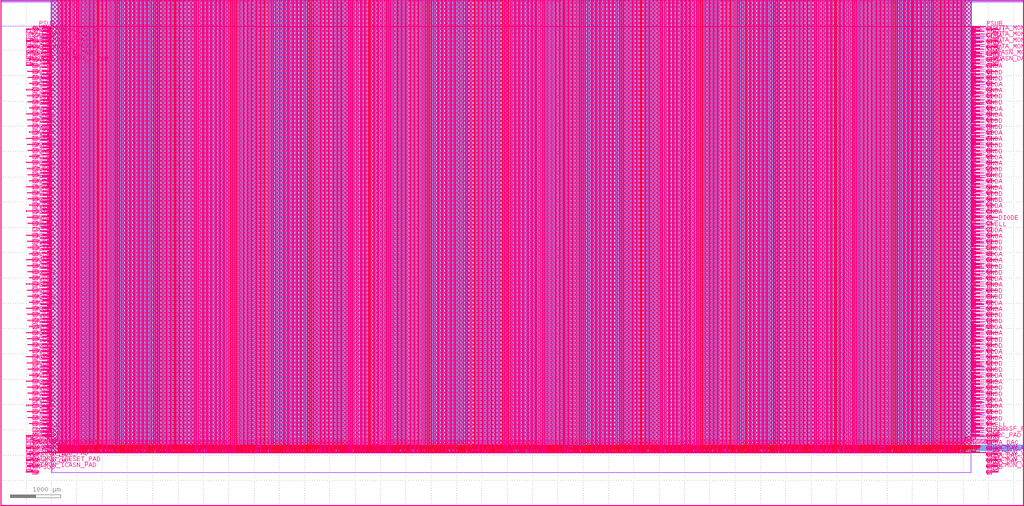
<source format=lef>
VERSION 5.7 ;
BUSBITCHARS "[]" ;
DIVIDERCHAR "/" ;

MACRO MONOPIX_TOP
  CLASS BLOCK ;
  ORIGIN -998.1 -1046.435 ;
  FOREIGN MONOPIX_TOP 998.1 1046.435 ;
  SIZE 18163.8 BY 8953.565 ;
  SYMMETRY X Y R90 ;
  PIN INJ_ROW[97]
    DIRECTION INPUT ;
    USE SIGNAL ;
    PORT
      LAYER M4 ;
        RECT 8948.585 1046.435 8948.865 1047.435 ;
    END
  END INJ_ROW[97]
  PIN Data_PMOS[869]
    DIRECTION OUTPUT ;
    USE SIGNAL ;
    PORT
      LAYER M4 ;
        RECT 8946.905 1046.435 8947.185 1047.435 ;
    END
  END Data_PMOS[869]
  PIN Data_PMOS[866]
    DIRECTION OUTPUT ;
    USE SIGNAL ;
    PORT
      LAYER M4 ;
        RECT 8945.225 1046.435 8945.505 1047.435 ;
    END
  END Data_PMOS[866]
  PIN Data_PMOS[875]
    DIRECTION OUTPUT ;
    USE SIGNAL ;
    PORT
      LAYER M4 ;
        RECT 8943.545 1046.435 8943.825 1047.435 ;
    END
  END Data_PMOS[875]
  PIN INJ_IN[195]
    DIRECTION INPUT ;
    USE SIGNAL ;
    PORT
      LAYER M4 ;
        RECT 8941.305 1046.435 8941.585 1047.435 ;
    END
  END INJ_IN[195]
  PIN BcidMtx[585]
    DIRECTION INPUT ;
    USE SIGNAL ;
    PORT
      LAYER M4 ;
        RECT 8924.505 1046.435 8924.785 1047.435 ;
    END
  END BcidMtx[585]
  PIN Read_PMOS[41]
    DIRECTION INPUT ;
    USE SIGNAL ;
    PORT
      LAYER M4 ;
        RECT 8923.385 1046.435 8923.665 1047.435 ;
    END
  END Read_PMOS[41]
  PIN BcidMtx[582]
    DIRECTION INPUT ;
    USE SIGNAL ;
    PORT
      LAYER M4 ;
        RECT 8921.705 1046.435 8921.985 1047.435 ;
    END
  END BcidMtx[582]
  PIN Data_PMOS[870]
    DIRECTION OUTPUT ;
    USE SIGNAL ;
    PORT
      LAYER M4 ;
        RECT 8918.345 1046.435 8918.625 1047.435 ;
    END
  END Data_PMOS[870]
  PIN Data_PMOS[871]
    DIRECTION OUTPUT ;
    USE SIGNAL ;
    PORT
      LAYER M4 ;
        RECT 8917.225 1046.435 8917.505 1047.435 ;
    END
  END Data_PMOS[871]
  PIN Data_PMOS[872]
    DIRECTION OUTPUT ;
    USE SIGNAL ;
    PORT
      LAYER M4 ;
        RECT 8915.545 1046.435 8915.825 1047.435 ;
    END
  END Data_PMOS[872]
  PIN Data_PMOS[878]
    DIRECTION OUTPUT ;
    USE SIGNAL ;
    PORT
      LAYER M4 ;
        RECT 8913.865 1046.435 8914.145 1047.435 ;
    END
  END Data_PMOS[878]
  PIN MASKD[194]
    DIRECTION INPUT ;
    USE SIGNAL ;
    PORT
      LAYER M4 ;
        RECT 8873.545 1046.435 8873.825 1047.435 ;
    END
  END MASKD[194]
  PIN DIG_MON_SEL[194]
    DIRECTION INPUT ;
    USE SIGNAL ;
    PORT
      LAYER M4 ;
        RECT 8870.745 1046.435 8871.025 1047.435 ;
    END
  END DIG_MON_SEL[194]
  PIN DIG_MON_PMOS[81]
    DIRECTION OUTPUT ;
    USE SIGNAL ;
    PORT
      LAYER M4 ;
        RECT 8867.945 1046.435 8868.225 1047.435 ;
    END
  END DIG_MON_PMOS[81]
  PIN Data_PMOS[858]
    DIRECTION OUTPUT ;
    USE SIGNAL ;
    PORT
      LAYER M4 ;
        RECT 8865.705 1046.435 8865.985 1047.435 ;
    END
  END Data_PMOS[858]
  PIN Data_PMOS[859]
    DIRECTION OUTPUT ;
    USE SIGNAL ;
    PORT
      LAYER M4 ;
        RECT 8864.025 1046.435 8864.305 1047.435 ;
    END
  END Data_PMOS[859]
  PIN Data_PMOS[854]
    DIRECTION OUTPUT ;
    USE SIGNAL ;
    PORT
      LAYER M4 ;
        RECT 8861.785 1046.435 8862.065 1047.435 ;
    END
  END Data_PMOS[854]
  PIN Data_PMOS[846]
    DIRECTION OUTPUT ;
    USE SIGNAL ;
    PORT
      LAYER M4 ;
        RECT 8852.265 1046.435 8852.545 1047.435 ;
    END
  END Data_PMOS[846]
  PIN Data_HV[1068]
    DIRECTION OUTPUT ;
    USE SIGNAL ;
    PORT
      LAYER M4 ;
        RECT 18641.345 1046.435 18641.625 1047.435 ;
    END
  END Data_HV[1068]
  PIN BcidMtx[579]
    DIRECTION INPUT ;
    USE SIGNAL ;
    PORT
      LAYER M4 ;
        RECT 8847.785 1046.435 8848.065 1047.435 ;
    END
  END BcidMtx[579]
  PIN BcidMtx[578]
    DIRECTION INPUT ;
    USE SIGNAL ;
    PORT
      LAYER M4 ;
        RECT 8846.105 1046.435 8846.385 1047.435 ;
    END
  END BcidMtx[578]
  PIN INJ_IN[192]
    DIRECTION INPUT ;
    USE SIGNAL ;
    PORT
      LAYER M4 ;
        RECT 8841.905 1046.435 8842.185 1047.435 ;
    END
  END INJ_IN[192]
  PIN Data_PMOS[849]
    DIRECTION OUTPUT ;
    USE SIGNAL ;
    PORT
      LAYER M4 ;
        RECT 8839.665 1046.435 8839.945 1047.435 ;
    END
  END Data_PMOS[849]
  PIN Data_PMOS[844]
    DIRECTION OUTPUT ;
    USE SIGNAL ;
    PORT
      LAYER M4 ;
        RECT 8812.505 1046.435 8812.785 1047.435 ;
    END
  END Data_PMOS[844]
  PIN Data_PMOS[841]
    DIRECTION OUTPUT ;
    USE SIGNAL ;
    PORT
      LAYER M4 ;
        RECT 8810.825 1046.435 8811.105 1047.435 ;
    END
  END Data_PMOS[841]
  PIN MASKV[192]
    DIRECTION INPUT ;
    USE SIGNAL ;
    PORT
      LAYER M4 ;
        RECT 8809.145 1046.435 8809.425 1047.435 ;
    END
  END MASKV[192]
  PIN DIG_MON_PMOS[80]
    DIRECTION OUTPUT ;
    USE SIGNAL ;
    PORT
      LAYER M4 ;
        RECT 8806.905 1046.435 8807.185 1047.435 ;
    END
  END DIG_MON_PMOS[80]
  PIN DIG_MON_SEL[191]
    DIRECTION INPUT ;
    USE SIGNAL ;
    PORT
      LAYER M4 ;
        RECT 8804.665 1046.435 8804.945 1047.435 ;
    END
  END DIG_MON_SEL[191]
  PIN MASKV[191]
    DIRECTION INPUT ;
    USE SIGNAL ;
    PORT
      LAYER M4 ;
        RECT 8800.745 1046.435 8801.025 1047.435 ;
    END
  END MASKV[191]
  PIN Data_PMOS[827]
    DIRECTION OUTPUT ;
    USE SIGNAL ;
    PORT
      LAYER M4 ;
        RECT 8799.625 1046.435 8799.905 1047.435 ;
    END
  END Data_PMOS[827]
  PIN Data_PMOS[824]
    DIRECTION OUTPUT ;
    USE SIGNAL ;
    PORT
      LAYER M4 ;
        RECT 8785.065 1046.435 8785.345 1047.435 ;
    END
  END Data_PMOS[824]
  PIN Data_PMOS[826]
    DIRECTION OUTPUT ;
    USE SIGNAL ;
    PORT
      LAYER M4 ;
        RECT 8782.825 1046.435 8783.105 1047.435 ;
    END
  END Data_PMOS[826]
  PIN INJ_IN[191]
    DIRECTION INPUT ;
    USE SIGNAL ;
    PORT
      LAYER M4 ;
        RECT 8781.145 1046.435 8781.425 1047.435 ;
    END
  END INJ_IN[191]
  PIN BcidMtx[574]
    DIRECTION INPUT ;
    USE SIGNAL ;
    PORT
      LAYER M4 ;
        RECT 8778.345 1046.435 8778.625 1047.435 ;
    END
  END BcidMtx[574]
  PIN Read_PMOS[39]
    DIRECTION INPUT ;
    USE SIGNAL ;
    PORT
      LAYER M4 ;
        RECT 8776.665 1046.435 8776.945 1047.435 ;
    END
  END Read_PMOS[39]
  PIN BcidMtx[570]
    DIRECTION INPUT ;
    USE SIGNAL ;
    PORT
      LAYER M4 ;
        RECT 8774.985 1046.435 8775.265 1047.435 ;
    END
  END BcidMtx[570]
  PIN Data_PMOS[821]
    DIRECTION OUTPUT ;
    USE SIGNAL ;
    PORT
      LAYER M4 ;
        RECT 8733.545 1046.435 8733.825 1047.435 ;
    END
  END Data_PMOS[821]
  PIN Data_PMOS[829]
    DIRECTION OUTPUT ;
    USE SIGNAL ;
    PORT
      LAYER M4 ;
        RECT 8731.865 1046.435 8732.145 1047.435 ;
    END
  END Data_PMOS[829]
  PIN Data_PMOS[830]
    DIRECTION OUTPUT ;
    USE SIGNAL ;
    PORT
      LAYER M4 ;
        RECT 8730.185 1046.435 8730.465 1047.435 ;
    END
  END Data_PMOS[830]
  PIN Data_PMOS[836]
    DIRECTION OUTPUT ;
    USE SIGNAL ;
    PORT
      LAYER M4 ;
        RECT 8728.505 1046.435 8728.785 1047.435 ;
    END
  END Data_PMOS[836]
  PIN MASKD[190]
    DIRECTION INPUT ;
    USE SIGNAL ;
    PORT
      LAYER M4 ;
        RECT 8726.825 1046.435 8727.105 1047.435 ;
    END
  END MASKD[190]
  PIN DIG_MON_SEL[190]
    DIRECTION INPUT ;
    USE SIGNAL ;
    PORT
      LAYER M4 ;
        RECT 8724.025 1046.435 8724.305 1047.435 ;
    END
  END DIG_MON_SEL[190]
  PIN DIG_MON_PMOS[77]
    DIRECTION OUTPUT ;
    USE SIGNAL ;
    PORT
      LAYER M4 ;
        RECT 8721.225 1046.435 8721.505 1047.435 ;
    END
  END DIG_MON_PMOS[77]
  PIN Data_PMOS[816]
    DIRECTION OUTPUT ;
    USE SIGNAL ;
    PORT
      LAYER M4 ;
        RECT 8710.585 1046.435 8710.865 1047.435 ;
    END
  END Data_PMOS[816]
  PIN Data_PMOS[817]
    DIRECTION OUTPUT ;
    USE SIGNAL ;
    PORT
      LAYER M4 ;
        RECT 8708.905 1046.435 8709.185 1047.435 ;
    END
  END Data_PMOS[817]
  PIN Data_PMOS[818]
    DIRECTION OUTPUT ;
    USE SIGNAL ;
    PORT
      LAYER M4 ;
        RECT 8707.225 1046.435 8707.505 1047.435 ;
    END
  END Data_PMOS[818]
  PIN Data_PMOS[804]
    DIRECTION OUTPUT ;
    USE SIGNAL ;
    PORT
      LAYER M4 ;
        RECT 8705.545 1046.435 8705.825 1047.435 ;
    END
  END Data_PMOS[804]
  PIN BcidMtx[569]
    DIRECTION INPUT ;
    USE SIGNAL ;
    PORT
      LAYER M4 ;
        RECT 8700.225 1046.435 8700.505 1047.435 ;
    END
  END BcidMtx[569]
  PIN Read_PMOS[38]
    DIRECTION INPUT ;
    USE SIGNAL ;
    PORT
      LAYER M4 ;
        RECT 8672.505 1046.435 8672.785 1047.435 ;
    END
  END Read_PMOS[38]
  PIN INJ_IN[188]
    DIRECTION INPUT ;
    USE SIGNAL ;
    PORT
      LAYER M4 ;
        RECT 8669.705 1046.435 8669.985 1047.435 ;
    END
  END INJ_IN[188]
  PIN Data_PMOS[800]
    DIRECTION OUTPUT ;
    USE SIGNAL ;
    PORT
      LAYER M4 ;
        RECT 8668.025 1046.435 8668.305 1047.435 ;
    END
  END Data_PMOS[800]
  PIN Data_PMOS[808]
    DIRECTION OUTPUT ;
    USE SIGNAL ;
    PORT
      LAYER M4 ;
        RECT 8666.345 1046.435 8666.625 1047.435 ;
    END
  END Data_PMOS[808]
  PIN Data_PMOS[814]
    DIRECTION OUTPUT ;
    USE SIGNAL ;
    PORT
      LAYER M4 ;
        RECT 8665.225 1046.435 8665.505 1047.435 ;
    END
  END Data_PMOS[814]
  PIN Data_PMOS[798]
    DIRECTION OUTPUT ;
    USE SIGNAL ;
    PORT
      LAYER M4 ;
        RECT 8663.545 1046.435 8663.825 1047.435 ;
    END
  END Data_PMOS[798]
  PIN MASKV[188]
    DIRECTION INPUT ;
    USE SIGNAL ;
    PORT
      LAYER M4 ;
        RECT 8662.425 1046.435 8662.705 1047.435 ;
    END
  END MASKV[188]
  PIN MASKD[187]
    DIRECTION INPUT ;
    USE SIGNAL ;
    PORT
      LAYER M4 ;
        RECT 8643.945 1046.435 8644.225 1047.435 ;
    END
  END MASKD[187]
  PIN INJ_ROW[93]
    DIRECTION INPUT ;
    USE SIGNAL ;
    PORT
      LAYER M4 ;
        RECT 8641.705 1046.435 8641.985 1047.435 ;
    END
  END INJ_ROW[93]
  PIN MASKV[437]
    DIRECTION INPUT ;
    USE SIGNAL ;
    PORT
      LAYER M4 ;
        RECT 18641.905 1046.435 18642.185 1047.435 ;
    END
  END MASKV[437]
  PIN Data_PMOS[789]
    DIRECTION OUTPUT ;
    USE SIGNAL ;
    PORT
      LAYER M4 ;
        RECT 8639.465 1046.435 8639.745 1047.435 ;
    END
  END Data_PMOS[789]
  PIN Data_PMOS[790]
    DIRECTION OUTPUT ;
    USE SIGNAL ;
    PORT
      LAYER M4 ;
        RECT 8637.785 1046.435 8638.065 1047.435 ;
    END
  END Data_PMOS[790]
  PIN Data_PMOS[784]
    DIRECTION OUTPUT ;
    USE SIGNAL ;
    PORT
      LAYER M4 ;
        RECT 8636.105 1046.435 8636.385 1047.435 ;
    END
  END Data_PMOS[784]
  PIN INJ_IN[187]
    DIRECTION INPUT ;
    USE SIGNAL ;
    PORT
      LAYER M4 ;
        RECT 8634.425 1046.435 8634.705 1047.435 ;
    END
  END INJ_IN[187]
  PIN BcidMtx[561]
    DIRECTION INPUT ;
    USE SIGNAL ;
    PORT
      LAYER M4 ;
        RECT 8591.865 1046.435 8592.145 1047.435 ;
    END
  END BcidMtx[561]
  PIN BcidMtx[560]
    DIRECTION INPUT ;
    USE SIGNAL ;
    PORT
      LAYER M4 ;
        RECT 8590.185 1046.435 8590.465 1047.435 ;
    END
  END BcidMtx[560]
  PIN BcidMtx[558]
    DIRECTION INPUT ;
    USE SIGNAL ;
    PORT
      LAYER M4 ;
        RECT 8589.065 1046.435 8589.345 1047.435 ;
    END
  END BcidMtx[558]
  PIN Data_PMOS[779]
    DIRECTION OUTPUT ;
    USE SIGNAL ;
    PORT
      LAYER M4 ;
        RECT 8586.265 1046.435 8586.545 1047.435 ;
    END
  END Data_PMOS[779]
  PIN Data_PMOS[792]
    DIRECTION OUTPUT ;
    USE SIGNAL ;
    PORT
      LAYER M4 ;
        RECT 8585.145 1046.435 8585.425 1047.435 ;
    END
  END Data_PMOS[792]
  PIN Data_PMOS[788]
    DIRECTION OUTPUT ;
    USE SIGNAL ;
    PORT
      LAYER M4 ;
        RECT 8582.905 1046.435 8583.185 1047.435 ;
    END
  END Data_PMOS[788]
  PIN Data_PMOS[777]
    DIRECTION OUTPUT ;
    USE SIGNAL ;
    PORT
      LAYER M4 ;
        RECT 8581.785 1046.435 8582.065 1047.435 ;
    END
  END Data_PMOS[777]
  PIN MASKH[93]
    DIRECTION INPUT ;
    USE SIGNAL ;
    PORT
      LAYER M4 ;
        RECT 8571.705 1046.435 8571.985 1047.435 ;
    END
  END MASKH[93]
  PIN DIG_MON_SEL[185]
    DIRECTION INPUT ;
    USE SIGNAL ;
    PORT
      LAYER M4 ;
        RECT 8567.785 1046.435 8568.065 1047.435 ;
    END
  END DIG_MON_SEL[185]
  PIN DIG_MON_PMOS[73]
    DIRECTION OUTPUT ;
    USE SIGNAL ;
    PORT
      LAYER M4 ;
        RECT 8565.545 1046.435 8565.825 1047.435 ;
    END
  END DIG_MON_PMOS[73]
  PIN Data_PMOS[774]
    DIRECTION OUTPUT ;
    USE SIGNAL ;
    PORT
      LAYER M4 ;
        RECT 8561.345 1046.435 8561.625 1047.435 ;
    END
  END Data_PMOS[774]
  PIN Data_PMOS[761]
    DIRECTION OUTPUT ;
    USE SIGNAL ;
    PORT
      LAYER M4 ;
        RECT 8559.105 1046.435 8559.385 1047.435 ;
    END
  END Data_PMOS[761]
  PIN Data_PMOS[776]
    DIRECTION OUTPUT ;
    USE SIGNAL ;
    PORT
      LAYER M4 ;
        RECT 8532.505 1046.435 8532.785 1047.435 ;
    END
  END Data_PMOS[776]
  PIN Data_PMOS[763]
    DIRECTION OUTPUT ;
    USE SIGNAL ;
    PORT
      LAYER M4 ;
        RECT 8531.385 1046.435 8531.665 1047.435 ;
    END
  END Data_PMOS[763]
  PIN BcidMtx[557]
    DIRECTION INPUT ;
    USE SIGNAL ;
    PORT
      LAYER M4 ;
        RECT 8527.465 1046.435 8527.745 1047.435 ;
    END
  END BcidMtx[557]
  PIN FREEZE_PMOS[36]
    DIRECTION INPUT ;
    USE SIGNAL ;
    PORT
      LAYER M4 ;
        RECT 8525.785 1046.435 8526.065 1047.435 ;
    END
  END FREEZE_PMOS[36]
  PIN BcidMtx[554]
    DIRECTION INPUT ;
    USE SIGNAL ;
    PORT
      LAYER M4 ;
        RECT 8524.665 1046.435 8524.945 1047.435 ;
    END
  END BcidMtx[554]
  PIN INJ_IN[184]
    DIRECTION INPUT ;
    USE SIGNAL ;
    PORT
      LAYER M4 ;
        RECT 8522.425 1046.435 8522.705 1047.435 ;
    END
  END INJ_IN[184]
  PIN Data_PMOS[765]
    DIRECTION OUTPUT ;
    USE SIGNAL ;
    PORT
      LAYER M4 ;
        RECT 8520.185 1046.435 8520.465 1047.435 ;
    END
  END Data_PMOS[765]
  PIN Data_PMOS[760]
    DIRECTION OUTPUT ;
    USE SIGNAL ;
    PORT
      LAYER M4 ;
        RECT 8505.625 1046.435 8505.905 1047.435 ;
    END
  END Data_PMOS[760]
  PIN Data_PMOS[757]
    DIRECTION OUTPUT ;
    USE SIGNAL ;
    PORT
      LAYER M4 ;
        RECT 8503.945 1046.435 8504.225 1047.435 ;
    END
  END Data_PMOS[757]
  PIN Data_PMOS[773]
    DIRECTION OUTPUT ;
    USE SIGNAL ;
    PORT
      LAYER M4 ;
        RECT 8502.825 1046.435 8503.105 1047.435 ;
    END
  END Data_PMOS[773]
  PIN MASKH[92]
    DIRECTION INPUT ;
    USE SIGNAL ;
    PORT
      LAYER M4 ;
        RECT 8501.705 1046.435 8501.985 1047.435 ;
    END
  END MASKH[92]
  PIN DIG_MON_SEL[183]
    DIRECTION INPUT ;
    USE SIGNAL ;
    PORT
      LAYER M4 ;
        RECT 8497.785 1046.435 8498.065 1047.435 ;
    END
  END DIG_MON_SEL[183]
  PIN DIG_MON_PMOS[71]
    DIRECTION OUTPUT ;
    USE SIGNAL ;
    PORT
      LAYER M4 ;
        RECT 8495.545 1046.435 8495.825 1047.435 ;
    END
  END DIG_MON_PMOS[71]
  PIN Data_PMOS[743]
    DIRECTION OUTPUT ;
    USE SIGNAL ;
    PORT
      LAYER M4 ;
        RECT 8452.985 1046.435 8453.265 1047.435 ;
    END
  END Data_PMOS[743]
  PIN Data_PMOS[740]
    DIRECTION OUTPUT ;
    USE SIGNAL ;
    PORT
      LAYER M4 ;
        RECT 8451.305 1046.435 8451.585 1047.435 ;
    END
  END Data_PMOS[740]
  PIN Data_PMOS[755]
    DIRECTION OUTPUT ;
    USE SIGNAL ;
    PORT
      LAYER M4 ;
        RECT 8450.185 1046.435 8450.465 1047.435 ;
    END
  END Data_PMOS[755]
  PIN Data_HV[1060]
    DIRECTION OUTPUT ;
    USE SIGNAL ;
    PORT
      LAYER M4 ;
        RECT 18586.185 1046.435 18586.465 1047.435 ;
    END
  END Data_HV[1060]
  PIN nTOK_PMOS[35]
    DIRECTION OUTPUT ;
    ANTENNADIFFAREA 0.1 LAYER M1 ;
    ANTENNAPARTIALMETALAREA 4.0 LAYER M4 ;
    USE SIGNAL ;
    PORT
      LAYER M4 ;
        RECT 8446.265 1046.435 8446.545 1047.435 ;
    END
  END nTOK_PMOS[35]
  PIN BcidMtx[550]
    DIRECTION INPUT ;
    USE SIGNAL ;
    PORT
      LAYER M4 ;
        RECT 8444.585 1046.435 8444.865 1047.435 ;
    END
  END BcidMtx[550]
  PIN Read_PMOS[35]
    DIRECTION INPUT ;
    USE SIGNAL ;
    PORT
      LAYER M4 ;
        RECT 8442.905 1046.435 8443.185 1047.435 ;
    END
  END Read_PMOS[35]
  PIN INJ_IN[182]
    DIRECTION INPUT ;
    USE SIGNAL ;
    PORT
      LAYER M4 ;
        RECT 8431.705 1046.435 8431.985 1047.435 ;
    END
  END INJ_IN[182]
  PIN Data_PMOS[737]
    DIRECTION OUTPUT ;
    USE SIGNAL ;
    PORT
      LAYER M4 ;
        RECT 8430.025 1046.435 8430.305 1047.435 ;
    END
  END Data_PMOS[737]
  PIN Data_PMOS[739]
    DIRECTION OUTPUT ;
    USE SIGNAL ;
    PORT
      LAYER M4 ;
        RECT 8427.785 1046.435 8428.065 1047.435 ;
    END
  END Data_PMOS[739]
  PIN Data_PMOS[736]
    DIRECTION OUTPUT ;
    USE SIGNAL ;
    PORT
      LAYER M4 ;
        RECT 8426.105 1046.435 8426.385 1047.435 ;
    END
  END Data_PMOS[736]
  PIN Data_PMOS[752]
    DIRECTION OUTPUT ;
    USE SIGNAL ;
    PORT
      LAYER M4 ;
        RECT 8424.985 1046.435 8425.265 1047.435 ;
    END
  END Data_PMOS[752]
  PIN MASKD[280]
    DIRECTION INPUT ;
    USE SIGNAL ;
    PORT
      LAYER M4 ;
        RECT 12341.345 1046.435 12341.625 1047.435 ;
    END
  END MASKD[280]
  PIN DIG_MON_SEL[280]
    DIRECTION INPUT ;
    USE SIGNAL ;
    PORT
      LAYER M4 ;
        RECT 12338.545 1046.435 12338.825 1047.435 ;
    END
  END DIG_MON_SEL[280]
  PIN MASKD[307]
    DIRECTION INPUT ;
    USE SIGNAL ;
    PORT
      LAYER M4 ;
        RECT 13430.825 1046.435 13431.105 1047.435 ;
    END
  END MASKD[307]
  PIN MASKV[307]
    DIRECTION INPUT ;
    USE SIGNAL ;
    PORT
      LAYER M4 ;
        RECT 13428.025 1046.435 13428.305 1047.435 ;
    END
  END MASKV[307]
  PIN Data_COMP[873]
    DIRECTION OUTPUT ;
    USE SIGNAL ;
    PORT
      LAYER M4 ;
        RECT 13426.345 1046.435 13426.625 1047.435 ;
    END
  END Data_COMP[873]
  PIN Data_COMP[874]
    DIRECTION OUTPUT ;
    USE SIGNAL ;
    PORT
      LAYER M4 ;
        RECT 13424.665 1046.435 13424.945 1047.435 ;
    END
  END Data_COMP[874]
  PIN Data_COMP[868]
    DIRECTION OUTPUT ;
    USE SIGNAL ;
    PORT
      LAYER M4 ;
        RECT 13422.985 1046.435 13423.265 1047.435 ;
    END
  END Data_COMP[868]
  PIN INJ_IN[307]
    DIRECTION INPUT ;
    USE SIGNAL ;
    PORT
      LAYER M4 ;
        RECT 13421.305 1046.435 13421.585 1047.435 ;
    END
  END INJ_IN[307]
  PIN BcidMtx[922]
    DIRECTION INPUT ;
    USE SIGNAL ;
    PORT
      LAYER M4 ;
        RECT 13405.065 1046.435 13405.345 1047.435 ;
    END
  END BcidMtx[922]
  PIN Read_COMP[41]
    DIRECTION INPUT ;
    USE SIGNAL ;
    PORT
      LAYER M4 ;
        RECT 13403.385 1046.435 13403.665 1047.435 ;
    END
  END Read_COMP[41]
  PIN BcidMtx[918]
    DIRECTION INPUT ;
    USE SIGNAL ;
    PORT
      LAYER M4 ;
        RECT 13401.705 1046.435 13401.985 1047.435 ;
    END
  END BcidMtx[918]
  PIN Data_COMP[863]
    DIRECTION OUTPUT ;
    USE SIGNAL ;
    PORT
      LAYER M4 ;
        RECT 13398.905 1046.435 13399.185 1047.435 ;
    END
  END Data_COMP[863]
  PIN Data_COMP[871]
    DIRECTION OUTPUT ;
    USE SIGNAL ;
    PORT
      LAYER M4 ;
        RECT 13397.225 1046.435 13397.505 1047.435 ;
    END
  END Data_COMP[871]
  PIN Data_COMP[872]
    DIRECTION OUTPUT ;
    USE SIGNAL ;
    PORT
      LAYER M4 ;
        RECT 13395.545 1046.435 13395.825 1047.435 ;
    END
  END Data_COMP[872]
  PIN Data_COMP[878]
    DIRECTION OUTPUT ;
    USE SIGNAL ;
    PORT
      LAYER M4 ;
        RECT 13393.865 1046.435 13394.145 1047.435 ;
    END
  END Data_COMP[878]
  PIN MASKD[306]
    DIRECTION INPUT ;
    USE SIGNAL ;
    PORT
      LAYER M4 ;
        RECT 13353.545 1046.435 13353.825 1047.435 ;
    END
  END MASKD[306]
  PIN DIG_MON_SEL[306]
    DIRECTION INPUT ;
    USE SIGNAL ;
    PORT
      LAYER M4 ;
        RECT 13350.745 1046.435 13351.025 1047.435 ;
    END
  END DIG_MON_SEL[306]
  PIN DIG_MON_COMP[81]
    DIRECTION OUTPUT ;
    USE SIGNAL ;
    PORT
      LAYER M4 ;
        RECT 13347.945 1046.435 13348.225 1047.435 ;
    END
  END DIG_MON_COMP[81]
  PIN Data_COMP[858]
    DIRECTION OUTPUT ;
    USE SIGNAL ;
    PORT
      LAYER M4 ;
        RECT 13345.705 1046.435 13345.985 1047.435 ;
    END
  END Data_COMP[858]
  PIN Data_COMP[859]
    DIRECTION OUTPUT ;
    USE SIGNAL ;
    PORT
      LAYER M4 ;
        RECT 13344.025 1046.435 13344.305 1047.435 ;
    END
  END Data_COMP[859]
  PIN Data_COMP[860]
    DIRECTION OUTPUT ;
    USE SIGNAL ;
    PORT
      LAYER M4 ;
        RECT 13342.345 1046.435 13342.625 1047.435 ;
    END
  END Data_COMP[860]
  PIN Data_COMP[846]
    DIRECTION OUTPUT ;
    USE SIGNAL ;
    PORT
      LAYER M4 ;
        RECT 13332.265 1046.435 13332.545 1047.435 ;
    END
  END Data_COMP[846]
  PIN BcidMtx[917]
    DIRECTION INPUT ;
    USE SIGNAL ;
    PORT
      LAYER M4 ;
        RECT 13328.905 1046.435 13329.185 1047.435 ;
    END
  END BcidMtx[917]
  PIN FREEZE_COMP[40]
    DIRECTION INPUT ;
    USE SIGNAL ;
    PORT
      LAYER M4 ;
        RECT 13327.225 1046.435 13327.505 1047.435 ;
    END
  END FREEZE_COMP[40]
  PIN BcidMtx[913]
    DIRECTION INPUT ;
    USE SIGNAL ;
    PORT
      LAYER M4 ;
        RECT 13325.545 1046.435 13325.825 1047.435 ;
    END
  END BcidMtx[913]
  PIN Data_COMP[843]
    DIRECTION OUTPUT ;
    USE SIGNAL ;
    PORT
      LAYER M4 ;
        RECT 13320.785 1046.435 13321.065 1047.435 ;
    END
  END Data_COMP[843]
  PIN Data_COMP[855]
    DIRECTION OUTPUT ;
    USE SIGNAL ;
    PORT
      LAYER M4 ;
        RECT 13319.105 1046.435 13319.385 1047.435 ;
    END
  END Data_COMP[855]
  PIN Data_COMP[856]
    DIRECTION OUTPUT ;
    USE SIGNAL ;
    PORT
      LAYER M4 ;
        RECT 13291.945 1046.435 13292.225 1047.435 ;
    END
  END Data_COMP[856]
  PIN Data_COMP[840]
    DIRECTION OUTPUT ;
    USE SIGNAL ;
    PORT
      LAYER M4 ;
        RECT 13290.265 1046.435 13290.545 1047.435 ;
    END
  END Data_COMP[840]
  PIN MASKV[304]
    DIRECTION INPUT ;
    USE SIGNAL ;
    PORT
      LAYER M4 ;
        RECT 13289.145 1046.435 13289.425 1047.435 ;
    END
  END MASKV[304]
  PIN MASKD[303]
    DIRECTION INPUT ;
    USE SIGNAL ;
    PORT
      LAYER M4 ;
        RECT 13283.545 1046.435 13283.825 1047.435 ;
    END
  END MASKD[303]
  PIN MASKV[303]
    DIRECTION INPUT ;
    USE SIGNAL ;
    PORT
      LAYER M4 ;
        RECT 13280.745 1046.435 13281.025 1047.435 ;
    END
  END MASKV[303]
  PIN Data_COMP[831]
    DIRECTION OUTPUT ;
    USE SIGNAL ;
    PORT
      LAYER M4 ;
        RECT 13266.185 1046.435 13266.465 1047.435 ;
    END
  END Data_COMP[831]
  PIN Data_COMP[832]
    DIRECTION OUTPUT ;
    USE SIGNAL ;
    PORT
      LAYER M4 ;
        RECT 13264.505 1046.435 13264.785 1047.435 ;
    END
  END Data_COMP[832]
  PIN Data_COMP[826]
    DIRECTION OUTPUT ;
    USE SIGNAL ;
    PORT
      LAYER M4 ;
        RECT 13262.825 1046.435 13263.105 1047.435 ;
    END
  END Data_COMP[826]
  PIN nTOK_COMP[39]
    DIRECTION OUTPUT ;
    ANTENNADIFFAREA 0.1 LAYER M1 ;
    ANTENNAPARTIALMETALAREA 4.0 LAYER M4 ;
    USE SIGNAL ;
    PORT
      LAYER M4 ;
        RECT 13260.025 1046.435 13260.305 1047.435 ;
    END
  END nTOK_COMP[39]
  PIN BcidMtx[909]
    DIRECTION INPUT ;
    USE SIGNAL ;
    PORT
      LAYER M4 ;
        RECT 13257.785 1046.435 13258.065 1047.435 ;
    END
  END BcidMtx[909]
  PIN BcidMtx[908]
    DIRECTION INPUT ;
    USE SIGNAL ;
    PORT
      LAYER M4 ;
        RECT 13256.105 1046.435 13256.385 1047.435 ;
    END
  END BcidMtx[908]
  PIN INJ_IN[302]
    DIRECTION INPUT ;
    USE SIGNAL ;
    PORT
      LAYER M4 ;
        RECT 13253.865 1046.435 13254.145 1047.435 ;
    END
  END INJ_IN[302]
  PIN Data_COMP[828]
    DIRECTION OUTPUT ;
    USE SIGNAL ;
    PORT
      LAYER M4 ;
        RECT 13212.985 1046.435 13213.265 1047.435 ;
    END
  END Data_COMP[828]
  PIN Data_COMP[823]
    DIRECTION OUTPUT ;
    USE SIGNAL ;
    PORT
      LAYER M4 ;
        RECT 13211.305 1046.435 13211.585 1047.435 ;
    END
  END Data_COMP[823]
  PIN Data_COMP[820]
    DIRECTION OUTPUT ;
    USE SIGNAL ;
    PORT
      LAYER M4 ;
        RECT 13209.625 1046.435 13209.905 1047.435 ;
    END
  END Data_COMP[820]
  PIN MASKV[302]
    DIRECTION INPUT ;
    USE SIGNAL ;
    PORT
      LAYER M4 ;
        RECT 13207.945 1046.435 13208.225 1047.435 ;
    END
  END MASKV[302]
  PIN DIG_MON_COMP[78]
    DIRECTION OUTPUT ;
    USE SIGNAL ;
    PORT
      LAYER M4 ;
        RECT 13205.705 1046.435 13205.985 1047.435 ;
    END
  END DIG_MON_COMP[78]
  PIN DIG_MON_SEL[301]
    DIRECTION INPUT ;
    USE SIGNAL ;
    PORT
      LAYER M4 ;
        RECT 13203.465 1046.435 13203.745 1047.435 ;
    END
  END DIG_MON_SEL[301]
  PIN MASKD[301]
    DIRECTION INPUT ;
    USE SIGNAL ;
    PORT
      LAYER M4 ;
        RECT 13202.345 1046.435 13202.625 1047.435 ;
    END
  END MASKD[301]
  PIN MASKV[301]
    DIRECTION INPUT ;
    USE SIGNAL ;
    PORT
      LAYER M4 ;
        RECT 13191.145 1046.435 13191.425 1047.435 ;
    END
  END MASKV[301]
  PIN Data_COMP[810]
    DIRECTION OUTPUT ;
    USE SIGNAL ;
    PORT
      LAYER M4 ;
        RECT 13189.465 1046.435 13189.745 1047.435 ;
    END
  END Data_COMP[810]
  PIN Data_COMP[811]
    DIRECTION OUTPUT ;
    USE SIGNAL ;
    PORT
      LAYER M4 ;
        RECT 13187.785 1046.435 13188.065 1047.435 ;
    END
  END Data_COMP[811]
  PIN Data_COMP[805]
    DIRECTION OUTPUT ;
    USE SIGNAL ;
    PORT
      LAYER M4 ;
        RECT 13186.105 1046.435 13186.385 1047.435 ;
    END
  END Data_COMP[805]
  PIN nTOK_COMP[38]
    DIRECTION OUTPUT ;
    ANTENNADIFFAREA 0.1 LAYER M1 ;
    ANTENNAPARTIALMETALAREA 4.0 LAYER M4 ;
    USE SIGNAL ;
    PORT
      LAYER M4 ;
        RECT 13181.345 1046.435 13181.625 1047.435 ;
    END
  END nTOK_COMP[38]
  PIN BcidMtx[903]
    DIRECTION INPUT ;
    USE SIGNAL ;
    PORT
      LAYER M4 ;
        RECT 13179.105 1046.435 13179.385 1047.435 ;
    END
  END BcidMtx[903]
  PIN BcidMtx[901]
    DIRECTION INPUT ;
    USE SIGNAL ;
    PORT
      LAYER M4 ;
        RECT 13151.385 1046.435 13151.665 1047.435 ;
    END
  END BcidMtx[901]
  PIN Data_COMP[801]
    DIRECTION OUTPUT ;
    USE SIGNAL ;
    PORT
      LAYER M4 ;
        RECT 13148.585 1046.435 13148.865 1047.435 ;
    END
  END Data_COMP[801]
  PIN Data_COMP[813]
    DIRECTION OUTPUT ;
    USE SIGNAL ;
    PORT
      LAYER M4 ;
        RECT 13146.905 1046.435 13147.185 1047.435 ;
    END
  END Data_COMP[813]
  PIN Data_COMP[814]
    DIRECTION OUTPUT ;
    USE SIGNAL ;
    PORT
      LAYER M4 ;
        RECT 13145.225 1046.435 13145.505 1047.435 ;
    END
  END Data_COMP[814]
  PIN Data_COMP[798]
    DIRECTION OUTPUT ;
    USE SIGNAL ;
    PORT
      LAYER M4 ;
        RECT 13143.545 1046.435 13143.825 1047.435 ;
    END
  END Data_COMP[798]
  PIN MASKH[150]
    DIRECTION INPUT ;
    USE SIGNAL ;
    PORT
      LAYER M4 ;
        RECT 13141.865 1046.435 13142.145 1047.435 ;
    END
  END MASKH[150]
  PIN MASKD[299]
    DIRECTION INPUT ;
    USE SIGNAL ;
    PORT
      LAYER M4 ;
        RECT 13123.945 1046.435 13124.225 1047.435 ;
    END
  END MASKD[299]
  PIN INJ_ROW[149]
    DIRECTION INPUT ;
    USE SIGNAL ;
    PORT
      LAYER M4 ;
        RECT 13121.705 1046.435 13121.985 1047.435 ;
    END
  END INJ_ROW[149]
  PIN nTOK_HV[50]
    DIRECTION OUTPUT ;
    ANTENNADIFFAREA 0.1 LAYER M1 ;
    ANTENNAPARTIALMETALAREA 4.0 LAYER M4 ;
    USE SIGNAL ;
    PORT
      LAYER M4 ;
        RECT 18608.585 1046.435 18608.865 1047.435 ;
    END
  END nTOK_HV[50]
  PIN Data_COMP[789]
    DIRECTION OUTPUT ;
    USE SIGNAL ;
    PORT
      LAYER M4 ;
        RECT 13119.465 1046.435 13119.745 1047.435 ;
    END
  END Data_COMP[789]
  PIN Data_COMP[790]
    DIRECTION OUTPUT ;
    USE SIGNAL ;
    PORT
      LAYER M4 ;
        RECT 13117.785 1046.435 13118.065 1047.435 ;
    END
  END Data_COMP[790]
  PIN Data_COMP[784]
    DIRECTION OUTPUT ;
    USE SIGNAL ;
    PORT
      LAYER M4 ;
        RECT 13116.105 1046.435 13116.385 1047.435 ;
    END
  END Data_COMP[784]
  PIN nTOK_COMP[37]
    DIRECTION OUTPUT ;
    ANTENNADIFFAREA 0.1 LAYER M1 ;
    ANTENNAPARTIALMETALAREA 4.0 LAYER M4 ;
    USE SIGNAL ;
    PORT
      LAYER M4 ;
        RECT 13074.105 1046.435 13074.385 1047.435 ;
    END
  END nTOK_COMP[37]
  PIN BcidMtx[897]
    DIRECTION INPUT ;
    USE SIGNAL ;
    PORT
      LAYER M4 ;
        RECT 13071.865 1046.435 13072.145 1047.435 ;
    END
  END BcidMtx[897]
  PIN BcidMtx[896]
    DIRECTION INPUT ;
    USE SIGNAL ;
    PORT
      LAYER M4 ;
        RECT 13070.185 1046.435 13070.465 1047.435 ;
    END
  END BcidMtx[896]
  PIN INJ_IN[298]
    DIRECTION INPUT ;
    USE SIGNAL ;
    PORT
      LAYER M4 ;
        RECT 13067.945 1046.435 13068.225 1047.435 ;
    END
  END INJ_IN[298]
  PIN Data_COMP[786]
    DIRECTION OUTPUT ;
    USE SIGNAL ;
    PORT
      LAYER M4 ;
        RECT 13065.705 1046.435 13065.985 1047.435 ;
    END
  END Data_COMP[786]
  PIN Data_COMP[781]
    DIRECTION OUTPUT ;
    USE SIGNAL ;
    PORT
      LAYER M4 ;
        RECT 13064.025 1046.435 13064.305 1047.435 ;
    END
  END Data_COMP[781]
  PIN Data_COMP[778]
    DIRECTION OUTPUT ;
    USE SIGNAL ;
    PORT
      LAYER M4 ;
        RECT 13062.345 1046.435 13062.625 1047.435 ;
    END
  END Data_COMP[778]
  PIN MASKV[298]
    DIRECTION INPUT ;
    USE SIGNAL ;
    PORT
      LAYER M4 ;
        RECT 13052.265 1046.435 13052.545 1047.435 ;
    END
  END MASKV[298]
  PIN DIG_MON_COMP[74]
    DIRECTION OUTPUT ;
    USE SIGNAL ;
    PORT
      LAYER M4 ;
        RECT 13050.025 1046.435 13050.305 1047.435 ;
    END
  END DIG_MON_COMP[74]
  PIN MASKD[297]
    DIRECTION INPUT ;
    USE SIGNAL ;
    PORT
      LAYER M4 ;
        RECT 13046.665 1046.435 13046.945 1047.435 ;
    END
  END MASKD[297]
  PIN Data_HV[1096]
    DIRECTION OUTPUT ;
    USE SIGNAL ;
    PORT
      LAYER M4 ;
        RECT 18745.785 1046.435 18746.065 1047.435 ;
    END
  END Data_HV[1096]
  PIN MASKV[297]
    DIRECTION INPUT ;
    USE SIGNAL ;
    PORT
      LAYER M4 ;
        RECT 13041.905 1046.435 13042.185 1047.435 ;
    END
  END MASKV[297]
  PIN Data_COMP[775]
    DIRECTION OUTPUT ;
    USE SIGNAL ;
    PORT
      LAYER M4 ;
        RECT 13039.665 1046.435 13039.945 1047.435 ;
    END
  END Data_COMP[775]
  PIN Data_COMP[761]
    DIRECTION OUTPUT ;
    USE SIGNAL ;
    PORT
      LAYER M4 ;
        RECT 13039.105 1046.435 13039.385 1047.435 ;
    END
  END Data_COMP[761]
  PIN Data_COMP[770]
    DIRECTION OUTPUT ;
    USE SIGNAL ;
    PORT
      LAYER M4 ;
        RECT 13011.945 1046.435 13012.225 1047.435 ;
    END
  END Data_COMP[770]
  PIN INJ_IN[297]
    DIRECTION INPUT ;
    USE SIGNAL ;
    PORT
      LAYER M4 ;
        RECT 13009.705 1046.435 13009.985 1047.435 ;
    END
  END INJ_IN[297]
  PIN BcidMtx[892]
    DIRECTION INPUT ;
    USE SIGNAL ;
    PORT
      LAYER M4 ;
        RECT 13006.905 1046.435 13007.185 1047.435 ;
    END
  END BcidMtx[892]
  PIN Read_COMP[36]
    DIRECTION INPUT ;
    USE SIGNAL ;
    PORT
      LAYER M4 ;
        RECT 13005.225 1046.435 13005.505 1047.435 ;
    END
  END Read_COMP[36]
  PIN BcidMtx[888]
    DIRECTION INPUT ;
    USE SIGNAL ;
    PORT
      LAYER M4 ;
        RECT 13003.545 1046.435 13003.825 1047.435 ;
    END
  END BcidMtx[888]
  PIN Data_COMP[758]
    DIRECTION OUTPUT ;
    USE SIGNAL ;
    PORT
      LAYER M4 ;
        RECT 13000.745 1046.435 13001.025 1047.435 ;
    END
  END Data_COMP[758]
  PIN Data_COMP[766]
    DIRECTION OUTPUT ;
    USE SIGNAL ;
    PORT
      LAYER M4 ;
        RECT 12986.185 1046.435 12986.465 1047.435 ;
    END
  END Data_COMP[766]
  PIN Data_COMP[767]
    DIRECTION OUTPUT ;
    USE SIGNAL ;
    PORT
      LAYER M4 ;
        RECT 12984.505 1046.435 12984.785 1047.435 ;
    END
  END Data_COMP[767]
  PIN Data_COMP[773]
    DIRECTION OUTPUT ;
    USE SIGNAL ;
    PORT
      LAYER M4 ;
        RECT 12982.825 1046.435 12983.105 1047.435 ;
    END
  END Data_COMP[773]
  PIN MASKD[296]
    DIRECTION INPUT ;
    USE SIGNAL ;
    PORT
      LAYER M4 ;
        RECT 12981.145 1046.435 12981.425 1047.435 ;
    END
  END MASKD[296]
  PIN DIG_MON_SEL[296]
    DIRECTION INPUT ;
    USE SIGNAL ;
    PORT
      LAYER M4 ;
        RECT 12978.345 1046.435 12978.625 1047.435 ;
    END
  END DIG_MON_SEL[296]
  PIN DIG_MON_COMP[71]
    DIRECTION OUTPUT ;
    USE SIGNAL ;
    PORT
      LAYER M4 ;
        RECT 12975.545 1046.435 12975.825 1047.435 ;
    END
  END DIG_MON_COMP[71]
  PIN Data_COMP[753]
    DIRECTION OUTPUT ;
    USE SIGNAL ;
    PORT
      LAYER M4 ;
        RECT 12933.545 1046.435 12933.825 1047.435 ;
    END
  END Data_COMP[753]
  PIN Data_COMP[754]
    DIRECTION OUTPUT ;
    USE SIGNAL ;
    PORT
      LAYER M4 ;
        RECT 12931.865 1046.435 12932.145 1047.435 ;
    END
  END Data_COMP[754]
  PIN Data_COMP[755]
    DIRECTION OUTPUT ;
    USE SIGNAL ;
    PORT
      LAYER M4 ;
        RECT 12930.185 1046.435 12930.465 1047.435 ;
    END
  END Data_COMP[755]
  PIN Data_COMP[741]
    DIRECTION OUTPUT ;
    USE SIGNAL ;
    PORT
      LAYER M4 ;
        RECT 12928.505 1046.435 12928.785 1047.435 ;
    END
  END Data_COMP[741]
  PIN BcidMtx[887]
    DIRECTION INPUT ;
    USE SIGNAL ;
    PORT
      LAYER M4 ;
        RECT 12925.145 1046.435 12925.425 1047.435 ;
    END
  END BcidMtx[887]
  PIN FREEZE_COMP[35]
    DIRECTION INPUT ;
    USE SIGNAL ;
    PORT
      LAYER M4 ;
        RECT 12923.465 1046.435 12923.745 1047.435 ;
    END
  END FREEZE_COMP[35]
  PIN BcidMtx[883]
    DIRECTION INPUT ;
    USE SIGNAL ;
    PORT
      LAYER M4 ;
        RECT 12921.785 1046.435 12922.065 1047.435 ;
    END
  END BcidMtx[883]
  PIN Data_COMP[738]
    DIRECTION OUTPUT ;
    USE SIGNAL ;
    PORT
      LAYER M4 ;
        RECT 12910.585 1046.435 12910.865 1047.435 ;
    END
  END Data_COMP[738]
  PIN Data_COMP[750]
    DIRECTION OUTPUT ;
    USE SIGNAL ;
    PORT
      LAYER M4 ;
        RECT 12908.905 1046.435 12909.185 1047.435 ;
    END
  END Data_COMP[750]
  PIN Data_COMP[751]
    DIRECTION OUTPUT ;
    USE SIGNAL ;
    PORT
      LAYER M4 ;
        RECT 12907.225 1046.435 12907.505 1047.435 ;
    END
  END Data_COMP[751]
  PIN Data_COMP[458]
    DIRECTION OUTPUT ;
    USE SIGNAL ;
    PORT
      LAYER M4 ;
        RECT 11784.985 1046.435 11785.265 1047.435 ;
    END
  END Data_COMP[458]
  PIN DIG_MON_SEL[293]
    DIRECTION INPUT ;
    USE SIGNAL ;
    PORT
      LAYER M4 ;
        RECT 12871.945 1046.435 12872.225 1047.435 ;
    END
  END DIG_MON_SEL[293]
  PIN DIG_MON_COMP[69]
    DIRECTION OUTPUT ;
    USE SIGNAL ;
    PORT
      LAYER M4 ;
        RECT 12869.705 1046.435 12869.985 1047.435 ;
    END
  END DIG_MON_COMP[69]
  PIN Data_COMP[722]
    DIRECTION OUTPUT ;
    USE SIGNAL ;
    PORT
      LAYER M4 ;
        RECT 12866.905 1046.435 12867.185 1047.435 ;
    END
  END Data_COMP[722]
  PIN Data_COMP[719]
    DIRECTION OUTPUT ;
    USE SIGNAL ;
    PORT
      LAYER M4 ;
        RECT 12865.225 1046.435 12865.505 1047.435 ;
    END
  END Data_COMP[719]
  PIN Data_COMP[734]
    DIRECTION OUTPUT ;
    USE SIGNAL ;
    PORT
      LAYER M4 ;
        RECT 12864.105 1046.435 12864.385 1047.435 ;
    END
  END Data_COMP[734]
  PIN INJ_IN[293]
    DIRECTION INPUT ;
    USE SIGNAL ;
    PORT
      LAYER M4 ;
        RECT 12861.305 1046.435 12861.585 1047.435 ;
    END
  END INJ_IN[293]
  PIN BcidMtx[880]
    DIRECTION INPUT ;
    USE SIGNAL ;
    PORT
      LAYER M4 ;
        RECT 12845.065 1046.435 12845.345 1047.435 ;
    END
  END BcidMtx[880]
  PIN BcidMtx[879]
    DIRECTION INPUT ;
    USE SIGNAL ;
    PORT
      LAYER M4 ;
        RECT 12844.505 1046.435 12844.785 1047.435 ;
    END
  END BcidMtx[879]
  PIN BcidMtx[878]
    DIRECTION INPUT ;
    USE SIGNAL ;
    PORT
      LAYER M4 ;
        RECT 12842.825 1046.435 12843.105 1047.435 ;
    END
  END BcidMtx[878]
  PIN Data_COMP[717]
    DIRECTION OUTPUT ;
    USE SIGNAL ;
    PORT
      LAYER M4 ;
        RECT 12839.465 1046.435 12839.745 1047.435 ;
    END
  END Data_COMP[717]
  PIN Data_COMP[723]
    DIRECTION OUTPUT ;
    USE SIGNAL ;
    PORT
      LAYER M4 ;
        RECT 12838.345 1046.435 12838.625 1047.435 ;
    END
  END Data_COMP[723]
  PIN Data_COMP[718]
    DIRECTION OUTPUT ;
    USE SIGNAL ;
    PORT
      LAYER M4 ;
        RECT 12836.665 1046.435 12836.945 1047.435 ;
    END
  END Data_COMP[718]
  PIN Data_COMP[714]
    DIRECTION OUTPUT ;
    USE SIGNAL ;
    PORT
      LAYER M4 ;
        RECT 12834.425 1046.435 12834.705 1047.435 ;
    END
  END Data_COMP[714]
  PIN MASKV[292]
    DIRECTION INPUT ;
    USE SIGNAL ;
    PORT
      LAYER M4 ;
        RECT 12794.665 1046.435 12794.945 1047.435 ;
    END
  END MASKV[292]
  PIN DIG_MON_COMP[68]
    DIRECTION OUTPUT ;
    USE SIGNAL ;
    PORT
      LAYER M4 ;
        RECT 12792.425 1046.435 12792.705 1047.435 ;
    END
  END DIG_MON_COMP[68]
  PIN DIG_MON_COMP[67]
    DIRECTION OUTPUT ;
    USE SIGNAL ;
    PORT
      LAYER M4 ;
        RECT 12787.945 1046.435 12788.225 1047.435 ;
    END
  END DIG_MON_COMP[67]
  PIN MASKV[291]
    DIRECTION INPUT ;
    USE SIGNAL ;
    PORT
      LAYER M4 ;
        RECT 12786.265 1046.435 12786.545 1047.435 ;
    END
  END MASKV[291]
  PIN Data_COMP[701]
    DIRECTION OUTPUT ;
    USE SIGNAL ;
    PORT
      LAYER M4 ;
        RECT 12785.145 1046.435 12785.425 1047.435 ;
    END
  END Data_COMP[701]
  PIN Data_COMP[713]
    DIRECTION OUTPUT ;
    USE SIGNAL ;
    PORT
      LAYER M4 ;
        RECT 12782.345 1046.435 12782.625 1047.435 ;
    END
  END Data_COMP[713]
  PIN Data_COMP[707]
    DIRECTION OUTPUT ;
    USE SIGNAL ;
    PORT
      LAYER M4 ;
        RECT 12781.785 1046.435 12782.065 1047.435 ;
    END
  END Data_COMP[707]
  PIN INJ_IN[291]
    DIRECTION INPUT ;
    USE SIGNAL ;
    PORT
      LAYER M4 ;
        RECT 12771.145 1046.435 12771.425 1047.435 ;
    END
  END INJ_IN[291]
  PIN FREEZE_COMP[33]
    DIRECTION INPUT ;
    USE SIGNAL ;
    PORT
      LAYER M4 ;
        RECT 12767.225 1046.435 12767.505 1047.435 ;
    END
  END FREEZE_COMP[33]
  PIN BcidMtx[872]
    DIRECTION INPUT ;
    USE SIGNAL ;
    PORT
      LAYER M4 ;
        RECT 12766.105 1046.435 12766.385 1047.435 ;
    END
  END BcidMtx[872]
  PIN BcidMtx[870]
    DIRECTION INPUT ;
    USE SIGNAL ;
    PORT
      LAYER M4 ;
        RECT 12764.985 1046.435 12765.265 1047.435 ;
    END
  END BcidMtx[870]
  PIN Data_COMP[695]
    DIRECTION OUTPUT ;
    USE SIGNAL ;
    PORT
      LAYER M4 ;
        RECT 12760.225 1046.435 12760.505 1047.435 ;
    END
  END Data_COMP[695]
  PIN Data_COMP[697]
    DIRECTION OUTPUT ;
    USE SIGNAL ;
    PORT
      LAYER M4 ;
        RECT 12732.505 1046.435 12732.785 1047.435 ;
    END
  END Data_COMP[697]
  PIN Data_COMP[693]
    DIRECTION OUTPUT ;
    USE SIGNAL ;
    PORT
      LAYER M4 ;
        RECT 12730.265 1046.435 12730.545 1047.435 ;
    END
  END Data_COMP[693]
  PIN MASKH[145]
    DIRECTION INPUT ;
    USE SIGNAL ;
    PORT
      LAYER M4 ;
        RECT 12728.585 1046.435 12728.865 1047.435 ;
    END
  END MASKH[145]
  PIN MASKD[289]
    DIRECTION INPUT ;
    USE SIGNAL ;
    PORT
      LAYER M4 ;
        RECT 12723.545 1046.435 12723.825 1047.435 ;
    END
  END MASKD[289]
  PIN MASKV[289]
    DIRECTION INPUT ;
    USE SIGNAL ;
    PORT
      LAYER M4 ;
        RECT 12720.745 1046.435 12721.025 1047.435 ;
    END
  END MASKV[289]
  PIN Data_COMP[684]
    DIRECTION OUTPUT ;
    USE SIGNAL ;
    PORT
      LAYER M4 ;
        RECT 12706.185 1046.435 12706.465 1047.435 ;
    END
  END Data_COMP[684]
  PIN Data_COMP[685]
    DIRECTION OUTPUT ;
    USE SIGNAL ;
    PORT
      LAYER M4 ;
        RECT 12704.505 1046.435 12704.785 1047.435 ;
    END
  END Data_COMP[685]
  PIN Data_COMP[679]
    DIRECTION OUTPUT ;
    USE SIGNAL ;
    PORT
      LAYER M4 ;
        RECT 12702.825 1046.435 12703.105 1047.435 ;
    END
  END Data_COMP[679]
  PIN nTOK_COMP[32]
    DIRECTION OUTPUT ;
    ANTENNADIFFAREA 0.1 LAYER M1 ;
    ANTENNAPARTIALMETALAREA 4.0 LAYER M4 ;
    USE SIGNAL ;
    PORT
      LAYER M4 ;
        RECT 12700.025 1046.435 12700.305 1047.435 ;
    END
  END nTOK_COMP[32]
  PIN BcidMtx[867]
    DIRECTION INPUT ;
    USE SIGNAL ;
    PORT
      LAYER M4 ;
        RECT 12697.785 1046.435 12698.065 1047.435 ;
    END
  END BcidMtx[867]
  PIN BcidMtx[866]
    DIRECTION INPUT ;
    USE SIGNAL ;
    PORT
      LAYER M4 ;
        RECT 12696.105 1046.435 12696.385 1047.435 ;
    END
  END BcidMtx[866]
  PIN BcidMtx[865]
    DIRECTION INPUT ;
    USE SIGNAL ;
    PORT
      LAYER M4 ;
        RECT 12695.545 1046.435 12695.825 1047.435 ;
    END
  END BcidMtx[865]
  PIN Data_COMP[681]
    DIRECTION OUTPUT ;
    USE SIGNAL ;
    PORT
      LAYER M4 ;
        RECT 12652.985 1046.435 12653.265 1047.435 ;
    END
  END Data_COMP[681]
  PIN Data_COMP[676]
    DIRECTION OUTPUT ;
    USE SIGNAL ;
    PORT
      LAYER M4 ;
        RECT 12651.305 1046.435 12651.585 1047.435 ;
    END
  END Data_COMP[676]
  PIN Data_COMP[673]
    DIRECTION OUTPUT ;
    USE SIGNAL ;
    PORT
      LAYER M4 ;
        RECT 12649.625 1046.435 12649.905 1047.435 ;
    END
  END Data_COMP[673]
  PIN MASKV[288]
    DIRECTION INPUT ;
    USE SIGNAL ;
    PORT
      LAYER M4 ;
        RECT 12647.945 1046.435 12648.225 1047.435 ;
    END
  END MASKV[288]
  PIN DIG_MON_COMP[64]
    DIRECTION OUTPUT ;
    USE SIGNAL ;
    PORT
      LAYER M4 ;
        RECT 12645.705 1046.435 12645.985 1047.435 ;
    END
  END DIG_MON_COMP[64]
  PIN DIG_MON_SEL[287]
    DIRECTION INPUT ;
    USE SIGNAL ;
    PORT
      LAYER M4 ;
        RECT 12643.465 1046.435 12643.745 1047.435 ;
    END
  END DIG_MON_SEL[287]
  PIN INJ_ROW[143]
    DIRECTION INPUT ;
    USE SIGNAL ;
    PORT
      LAYER M4 ;
        RECT 12631.705 1046.435 12631.985 1047.435 ;
    END
  END INJ_ROW[143]
  PIN BcidMtx[1322]
    DIRECTION INPUT ;
    USE SIGNAL ;
    PORT
      LAYER M4 ;
        RECT 18751.945 1046.435 18752.225 1047.435 ;
    END
  END BcidMtx[1322]
  PIN Data_COMP[670]
    DIRECTION OUTPUT ;
    USE SIGNAL ;
    PORT
      LAYER M4 ;
        RECT 12628.905 1046.435 12629.185 1047.435 ;
    END
  END Data_COMP[670]
  PIN Data_COMP[671]
    DIRECTION OUTPUT ;
    USE SIGNAL ;
    PORT
      LAYER M4 ;
        RECT 12627.225 1046.435 12627.505 1047.435 ;
    END
  END Data_COMP[671]
  PIN Data_COMP[657]
    DIRECTION OUTPUT ;
    USE SIGNAL ;
    PORT
      LAYER M4 ;
        RECT 12625.545 1046.435 12625.825 1047.435 ;
    END
  END Data_COMP[657]
  PIN BcidMtx[863]
    DIRECTION INPUT ;
    USE SIGNAL ;
    PORT
      LAYER M4 ;
        RECT 12620.225 1046.435 12620.505 1047.435 ;
    END
  END BcidMtx[863]
  PIN Read_COMP[31]
    DIRECTION INPUT ;
    USE SIGNAL ;
    PORT
      LAYER M4 ;
        RECT 12592.505 1046.435 12592.785 1047.435 ;
    END
  END Read_COMP[31]
  PIN BcidMtx[858]
    DIRECTION INPUT ;
    USE SIGNAL ;
    PORT
      LAYER M4 ;
        RECT 12590.825 1046.435 12591.105 1047.435 ;
    END
  END BcidMtx[858]
  PIN Data_COMP[653]
    DIRECTION OUTPUT ;
    USE SIGNAL ;
    PORT
      LAYER M4 ;
        RECT 12588.025 1046.435 12588.305 1047.435 ;
    END
  END Data_COMP[653]
  PIN Data_COMP[661]
    DIRECTION OUTPUT ;
    USE SIGNAL ;
    PORT
      LAYER M4 ;
        RECT 12586.345 1046.435 12586.625 1047.435 ;
    END
  END Data_COMP[661]
  PIN Data_COMP[662]
    DIRECTION OUTPUT ;
    USE SIGNAL ;
    PORT
      LAYER M4 ;
        RECT 12584.665 1046.435 12584.945 1047.435 ;
    END
  END Data_COMP[662]
  PIN Data_COMP[668]
    DIRECTION OUTPUT ;
    USE SIGNAL ;
    PORT
      LAYER M4 ;
        RECT 12582.985 1046.435 12583.265 1047.435 ;
    END
  END Data_COMP[668]
  PIN MASKD[286]
    DIRECTION INPUT ;
    USE SIGNAL ;
    PORT
      LAYER M4 ;
        RECT 12581.305 1046.435 12581.585 1047.435 ;
    END
  END MASKD[286]
  PIN DIG_MON_SEL[286]
    DIRECTION INPUT ;
    USE SIGNAL ;
    PORT
      LAYER M4 ;
        RECT 12565.625 1046.435 12565.905 1047.435 ;
    END
  END DIG_MON_SEL[286]
  PIN DIG_MON_COMP[61]
    DIRECTION OUTPUT ;
    USE SIGNAL ;
    PORT
      LAYER M4 ;
        RECT 12562.825 1046.435 12563.105 1047.435 ;
    END
  END DIG_MON_COMP[61]
  PIN Data_COMP[648]
    DIRECTION OUTPUT ;
    USE SIGNAL ;
    PORT
      LAYER M4 ;
        RECT 12560.585 1046.435 12560.865 1047.435 ;
    END
  END Data_COMP[648]
  PIN Data_COMP[649]
    DIRECTION OUTPUT ;
    USE SIGNAL ;
    PORT
      LAYER M4 ;
        RECT 12558.905 1046.435 12559.185 1047.435 ;
    END
  END Data_COMP[649]
  PIN Data_COMP[650]
    DIRECTION OUTPUT ;
    USE SIGNAL ;
    PORT
      LAYER M4 ;
        RECT 12557.225 1046.435 12557.505 1047.435 ;
    END
  END Data_COMP[650]
  PIN Data_COMP[637]
    DIRECTION OUTPUT ;
    USE SIGNAL ;
    PORT
      LAYER M4 ;
        RECT 12556.105 1046.435 12556.385 1047.435 ;
    END
  END Data_COMP[637]
  PIN nTOK_COMP[30]
    DIRECTION OUTPUT ;
    ANTENNADIFFAREA 0.1 LAYER M1 ;
    ANTENNAPARTIALMETALAREA 4.0 LAYER M4 ;
    USE SIGNAL ;
    PORT
      LAYER M4 ;
        RECT 12514.105 1046.435 12514.385 1047.435 ;
    END
  END nTOK_COMP[30]
  PIN BcidMtx[855]
    DIRECTION INPUT ;
    USE SIGNAL ;
    PORT
      LAYER M4 ;
        RECT 12511.865 1046.435 12512.145 1047.435 ;
    END
  END BcidMtx[855]
  PIN BcidMtx[854]
    DIRECTION INPUT ;
    USE SIGNAL ;
    PORT
      LAYER M4 ;
        RECT 12510.185 1046.435 12510.465 1047.435 ;
    END
  END BcidMtx[854]
  PIN INJ_IN[284]
    DIRECTION INPUT ;
    USE SIGNAL ;
    PORT
      LAYER M4 ;
        RECT 12507.945 1046.435 12508.225 1047.435 ;
    END
  END INJ_IN[284]
  PIN Data_COMP[639]
    DIRECTION OUTPUT ;
    USE SIGNAL ;
    PORT
      LAYER M4 ;
        RECT 12505.705 1046.435 12505.985 1047.435 ;
    END
  END Data_COMP[639]
  PIN Data_COMP[634]
    DIRECTION OUTPUT ;
    USE SIGNAL ;
    PORT
      LAYER M4 ;
        RECT 12504.025 1046.435 12504.305 1047.435 ;
    END
  END Data_COMP[634]
  PIN Data_COMP[631]
    DIRECTION OUTPUT ;
    USE SIGNAL ;
    PORT
      LAYER M4 ;
        RECT 12502.345 1046.435 12502.625 1047.435 ;
    END
  END Data_COMP[631]
  PIN MASKV[284]
    DIRECTION INPUT ;
    USE SIGNAL ;
    PORT
      LAYER M4 ;
        RECT 12492.265 1046.435 12492.545 1047.435 ;
    END
  END MASKV[284]
  PIN DIG_MON_COMP[60]
    DIRECTION OUTPUT ;
    USE SIGNAL ;
    PORT
      LAYER M4 ;
        RECT 12490.025 1046.435 12490.305 1047.435 ;
    END
  END DIG_MON_COMP[60]
  PIN DIG_MON_SEL[283]
    DIRECTION INPUT ;
    USE SIGNAL ;
    PORT
      LAYER M4 ;
        RECT 12487.785 1046.435 12488.065 1047.435 ;
    END
  END DIG_MON_SEL[283]
  PIN INJ_ROW[141]
    DIRECTION INPUT ;
    USE SIGNAL ;
    PORT
      LAYER M4 ;
        RECT 12482.465 1046.435 12482.745 1047.435 ;
    END
  END INJ_ROW[141]
  PIN Data_COMP[617]
    DIRECTION OUTPUT ;
    USE SIGNAL ;
    PORT
      LAYER M4 ;
        RECT 12480.785 1046.435 12481.065 1047.435 ;
    END
  END Data_COMP[617]
  PIN Data_HV[1095]
    DIRECTION OUTPUT ;
    USE SIGNAL ;
    PORT
      LAYER M4 ;
        RECT 18748.585 1046.435 18748.865 1047.435 ;
    END
  END Data_HV[1095]
  PIN Data_COMP[629]
    DIRECTION OUTPUT ;
    USE SIGNAL ;
    PORT
      LAYER M4 ;
        RECT 12452.505 1046.435 12452.785 1047.435 ;
    END
  END Data_COMP[629]
  PIN Data_COMP[615]
    DIRECTION OUTPUT ;
    USE SIGNAL ;
    PORT
      LAYER M4 ;
        RECT 12450.825 1046.435 12451.105 1047.435 ;
    END
  END Data_COMP[615]
  PIN BcidMtx[851]
    DIRECTION INPUT ;
    USE SIGNAL ;
    PORT
      LAYER M4 ;
        RECT 12447.465 1046.435 12447.745 1047.435 ;
    END
  END BcidMtx[851]
  PIN FREEZE_COMP[29]
    DIRECTION INPUT ;
    USE SIGNAL ;
    PORT
      LAYER M4 ;
        RECT 12445.785 1046.435 12446.065 1047.435 ;
    END
  END FREEZE_COMP[29]
  PIN BcidMtx[847]
    DIRECTION INPUT ;
    USE SIGNAL ;
    PORT
      LAYER M4 ;
        RECT 12444.105 1046.435 12444.385 1047.435 ;
    END
  END BcidMtx[847]
  PIN Data_COMP[612]
    DIRECTION OUTPUT ;
    USE SIGNAL ;
    PORT
      LAYER M4 ;
        RECT 12441.305 1046.435 12441.585 1047.435 ;
    END
  END Data_COMP[612]
  PIN Data_COMP[624]
    DIRECTION OUTPUT ;
    USE SIGNAL ;
    PORT
      LAYER M4 ;
        RECT 12426.745 1046.435 12427.025 1047.435 ;
    END
  END Data_COMP[624]
  PIN Data_COMP[625]
    DIRECTION OUTPUT ;
    USE SIGNAL ;
    PORT
      LAYER M4 ;
        RECT 12425.065 1046.435 12425.345 1047.435 ;
    END
  END Data_COMP[625]
  PIN Data_COMP[609]
    DIRECTION OUTPUT ;
    USE SIGNAL ;
    PORT
      LAYER M4 ;
        RECT 12423.385 1046.435 12423.665 1047.435 ;
    END
  END Data_COMP[609]
  PIN MASKH[141]
    DIRECTION INPUT ;
    USE SIGNAL ;
    PORT
      LAYER M4 ;
        RECT 12421.705 1046.435 12421.985 1047.435 ;
    END
  END MASKH[141]
  PIN MASKD[281]
    DIRECTION INPUT ;
    USE SIGNAL ;
    PORT
      LAYER M4 ;
        RECT 12416.665 1046.435 12416.945 1047.435 ;
    END
  END MASKD[281]
  PIN MASKV[281]
    DIRECTION INPUT ;
    USE SIGNAL ;
    PORT
      LAYER M4 ;
        RECT 12413.865 1046.435 12414.145 1047.435 ;
    END
  END MASKV[281]
  PIN Data_COMP[600]
    DIRECTION OUTPUT ;
    USE SIGNAL ;
    PORT
      LAYER M4 ;
        RECT 12372.425 1046.435 12372.705 1047.435 ;
    END
  END Data_COMP[600]
  PIN Data_COMP[601]
    DIRECTION OUTPUT ;
    USE SIGNAL ;
    PORT
      LAYER M4 ;
        RECT 12370.745 1046.435 12371.025 1047.435 ;
    END
  END Data_COMP[601]
  PIN Data_COMP[602]
    DIRECTION OUTPUT ;
    USE SIGNAL ;
    PORT
      LAYER M4 ;
        RECT 12369.625 1046.435 12369.905 1047.435 ;
    END
  END Data_COMP[602]
  PIN INJ_IN[281]
    DIRECTION INPUT ;
    USE SIGNAL ;
    PORT
      LAYER M4 ;
        RECT 12367.385 1046.435 12367.665 1047.435 ;
    END
  END INJ_IN[281]
  PIN BcidMtx[844]
    DIRECTION INPUT ;
    USE SIGNAL ;
    PORT
      LAYER M4 ;
        RECT 12364.585 1046.435 12364.865 1047.435 ;
    END
  END BcidMtx[844]
  PIN Read_COMP[28]
    DIRECTION INPUT ;
    USE SIGNAL ;
    PORT
      LAYER M4 ;
        RECT 12362.905 1046.435 12363.185 1047.435 ;
    END
  END Read_COMP[28]
  PIN BcidMtx[840]
    DIRECTION INPUT ;
    USE SIGNAL ;
    PORT
      LAYER M4 ;
        RECT 12361.225 1046.435 12361.505 1047.435 ;
    END
  END BcidMtx[840]
  PIN Data_COMP[590]
    DIRECTION OUTPUT ;
    USE SIGNAL ;
    PORT
      LAYER M4 ;
        RECT 12350.025 1046.435 12350.305 1047.435 ;
    END
  END Data_COMP[590]
  PIN Data_COMP[598]
    DIRECTION OUTPUT ;
    USE SIGNAL ;
    PORT
      LAYER M4 ;
        RECT 12348.345 1046.435 12348.625 1047.435 ;
    END
  END Data_COMP[598]
  PIN Data_COMP[599]
    DIRECTION OUTPUT ;
    USE SIGNAL ;
    PORT
      LAYER M4 ;
        RECT 12346.665 1046.435 12346.945 1047.435 ;
    END
  END Data_COMP[599]
  PIN Data_COMP[605]
    DIRECTION OUTPUT ;
    USE SIGNAL ;
    PORT
      LAYER M4 ;
        RECT 12344.985 1046.435 12345.265 1047.435 ;
    END
  END Data_COMP[605]
  PIN Data_COMP[294]
    DIRECTION OUTPUT ;
    USE SIGNAL ;
    PORT
      LAYER M4 ;
        RECT 11225.545 1046.435 11225.825 1047.435 ;
    END
  END Data_COMP[294]
  PIN MASKH[126]
    DIRECTION INPUT ;
    USE SIGNAL ;
    PORT
      LAYER M4 ;
        RECT 11221.905 1046.435 11222.185 1047.435 ;
    END
  END MASKH[126]
  PIN DIG_MON_SEL[279]
    DIRECTION INPUT ;
    USE SIGNAL ;
    PORT
      LAYER M4 ;
        RECT 12311.945 1046.435 12312.225 1047.435 ;
    END
  END DIG_MON_SEL[279]
  PIN INJ_ROW[139]
    DIRECTION INPUT ;
    USE SIGNAL ;
    PORT
      LAYER M4 ;
        RECT 12308.585 1046.435 12308.865 1047.435 ;
    END
  END INJ_ROW[139]
  PIN Data_COMP[575]
    DIRECTION OUTPUT ;
    USE SIGNAL ;
    PORT
      LAYER M4 ;
        RECT 12306.905 1046.435 12307.185 1047.435 ;
    END
  END Data_COMP[575]
  PIN Data_COMP[572]
    DIRECTION OUTPUT ;
    USE SIGNAL ;
    PORT
      LAYER M4 ;
        RECT 12305.225 1046.435 12305.505 1047.435 ;
    END
  END Data_COMP[572]
  PIN Data_COMP[581]
    DIRECTION OUTPUT ;
    USE SIGNAL ;
    PORT
      LAYER M4 ;
        RECT 12303.545 1046.435 12303.825 1047.435 ;
    END
  END Data_COMP[581]
  PIN INJ_IN[279]
    DIRECTION INPUT ;
    USE SIGNAL ;
    PORT
      LAYER M4 ;
        RECT 12301.305 1046.435 12301.585 1047.435 ;
    END
  END INJ_IN[279]
  PIN BcidMtx[838]
    DIRECTION INPUT ;
    USE SIGNAL ;
    PORT
      LAYER M4 ;
        RECT 12285.065 1046.435 12285.345 1047.435 ;
    END
  END BcidMtx[838]
  PIN Read_COMP[27]
    DIRECTION INPUT ;
    USE SIGNAL ;
    PORT
      LAYER M4 ;
        RECT 12283.385 1046.435 12283.665 1047.435 ;
    END
  END Read_COMP[27]
  PIN BcidMtx[834]
    DIRECTION INPUT ;
    USE SIGNAL ;
    PORT
      LAYER M4 ;
        RECT 12281.705 1046.435 12281.985 1047.435 ;
    END
  END BcidMtx[834]
  PIN INJ_IN[278]
    DIRECTION INPUT ;
    USE SIGNAL ;
    PORT
      LAYER M4 ;
        RECT 12280.585 1046.435 12280.865 1047.435 ;
    END
  END INJ_IN[278]
  PIN Data_COMP[576]
    DIRECTION OUTPUT ;
    USE SIGNAL ;
    PORT
      LAYER M4 ;
        RECT 12278.345 1046.435 12278.625 1047.435 ;
    END
  END Data_COMP[576]
  PIN Data_COMP[571]
    DIRECTION OUTPUT ;
    USE SIGNAL ;
    PORT
      LAYER M4 ;
        RECT 12276.665 1046.435 12276.945 1047.435 ;
    END
  END Data_COMP[571]
  PIN Data_COMP[568]
    DIRECTION OUTPUT ;
    USE SIGNAL ;
    PORT
      LAYER M4 ;
        RECT 12274.985 1046.435 12275.265 1047.435 ;
    END
  END Data_COMP[568]
  PIN MASKV[278]
    DIRECTION INPUT ;
    USE SIGNAL ;
    PORT
      LAYER M4 ;
        RECT 12234.665 1046.435 12234.945 1047.435 ;
    END
  END MASKV[278]
  PIN DIG_MON_COMP[54]
    DIRECTION OUTPUT ;
    USE SIGNAL ;
    PORT
      LAYER M4 ;
        RECT 12232.425 1046.435 12232.705 1047.435 ;
    END
  END DIG_MON_COMP[54]
  PIN MASKD[277]
    DIRECTION INPUT ;
    USE SIGNAL ;
    PORT
      LAYER M4 ;
        RECT 12229.065 1046.435 12229.345 1047.435 ;
    END
  END MASKD[277]
  PIN MASKV[277]
    DIRECTION INPUT ;
    USE SIGNAL ;
    PORT
      LAYER M4 ;
        RECT 12226.265 1046.435 12226.545 1047.435 ;
    END
  END MASKV[277]
  PIN Data_COMP[554]
    DIRECTION OUTPUT ;
    USE SIGNAL ;
    PORT
      LAYER M4 ;
        RECT 12225.145 1046.435 12225.425 1047.435 ;
    END
  END Data_COMP[554]
  PIN Data_COMP[559]
    DIRECTION OUTPUT ;
    USE SIGNAL ;
    PORT
      LAYER M4 ;
        RECT 12222.905 1046.435 12223.185 1047.435 ;
    END
  END Data_COMP[559]
  PIN Data_COMP[553]
    DIRECTION OUTPUT ;
    USE SIGNAL ;
    PORT
      LAYER M4 ;
        RECT 12221.225 1046.435 12221.505 1047.435 ;
    END
  END Data_COMP[553]
  PIN INJ_IN[277]
    DIRECTION INPUT ;
    USE SIGNAL ;
    PORT
      LAYER M4 ;
        RECT 12211.145 1046.435 12211.425 1047.435 ;
    END
  END INJ_IN[277]
  PIN BcidMtx[831]
    DIRECTION INPUT ;
    USE SIGNAL ;
    PORT
      LAYER M4 ;
        RECT 12207.785 1046.435 12208.065 1047.435 ;
    END
  END BcidMtx[831]
  PIN BcidMtx[830]
    DIRECTION INPUT ;
    USE SIGNAL ;
    PORT
      LAYER M4 ;
        RECT 12206.105 1046.435 12206.385 1047.435 ;
    END
  END BcidMtx[830]
  PIN BcidMtx[828]
    DIRECTION INPUT ;
    USE SIGNAL ;
    PORT
      LAYER M4 ;
        RECT 12204.985 1046.435 12205.265 1047.435 ;
    END
  END BcidMtx[828]
  PIN Data_COMP[555]
    DIRECTION OUTPUT ;
    USE SIGNAL ;
    PORT
      LAYER M4 ;
        RECT 12199.665 1046.435 12199.945 1047.435 ;
    END
  END Data_COMP[555]
  PIN Data_COMP[550]
    DIRECTION OUTPUT ;
    USE SIGNAL ;
    PORT
      LAYER M4 ;
        RECT 12172.505 1046.435 12172.785 1047.435 ;
    END
  END Data_COMP[550]
  PIN Data_COMP[557]
    DIRECTION OUTPUT ;
    USE SIGNAL ;
    PORT
      LAYER M4 ;
        RECT 12171.385 1046.435 12171.665 1047.435 ;
    END
  END Data_COMP[557]
  PIN MASKV[276]
    DIRECTION INPUT ;
    USE SIGNAL ;
    PORT
      LAYER M4 ;
        RECT 12169.145 1046.435 12169.425 1047.435 ;
    END
  END MASKV[276]
  PIN DIG_MON_COMP[52]
    DIRECTION OUTPUT ;
    USE SIGNAL ;
    PORT
      LAYER M4 ;
        RECT 12166.905 1046.435 12167.185 1047.435 ;
    END
  END DIG_MON_COMP[52]
  PIN DIG_MON_SEL[276]
    DIRECTION INPUT ;
    USE SIGNAL ;
    PORT
      LAYER M4 ;
        RECT 12165.225 1046.435 12165.505 1047.435 ;
    END
  END DIG_MON_SEL[276]
  PIN INJ_ROW[137]
    DIRECTION INPUT ;
    USE SIGNAL ;
    PORT
      LAYER M4 ;
        RECT 12161.305 1046.435 12161.585 1047.435 ;
    END
  END INJ_ROW[137]
  PIN Data_COMP[533]
    DIRECTION OUTPUT ;
    USE SIGNAL ;
    PORT
      LAYER M4 ;
        RECT 12159.625 1046.435 12159.905 1047.435 ;
    END
  END Data_COMP[533]
  PIN Data_COMP[544]
    DIRECTION OUTPUT ;
    USE SIGNAL ;
    PORT
      LAYER M4 ;
        RECT 12145.625 1046.435 12145.905 1047.435 ;
    END
  END Data_COMP[544]
  PIN Data_COMP[532]
    DIRECTION OUTPUT ;
    USE SIGNAL ;
    PORT
      LAYER M4 ;
        RECT 12142.825 1046.435 12143.105 1047.435 ;
    END
  END Data_COMP[532]
  PIN INJ_IN[275]
    DIRECTION INPUT ;
    USE SIGNAL ;
    PORT
      LAYER M4 ;
        RECT 12141.145 1046.435 12141.425 1047.435 ;
    END
  END INJ_IN[275]
  PIN BcidMtx[827]
    DIRECTION INPUT ;
    USE SIGNAL ;
    PORT
      LAYER M4 ;
        RECT 12138.905 1046.435 12139.185 1047.435 ;
    END
  END BcidMtx[827]
  PIN Read_COMP[25]
    DIRECTION INPUT ;
    USE SIGNAL ;
    PORT
      LAYER M4 ;
        RECT 12136.665 1046.435 12136.945 1047.435 ;
    END
  END Read_COMP[25]
  PIN BcidMtx[822]
    DIRECTION INPUT ;
    USE SIGNAL ;
    PORT
      LAYER M4 ;
        RECT 12134.985 1046.435 12135.265 1047.435 ;
    END
  END BcidMtx[822]
  PIN INJ_IN[274]
    DIRECTION INPUT ;
    USE SIGNAL ;
    PORT
      LAYER M4 ;
        RECT 12133.865 1046.435 12134.145 1047.435 ;
    END
  END INJ_IN[274]
  PIN Data_COMP[535]
    DIRECTION OUTPUT ;
    USE SIGNAL ;
    PORT
      LAYER M4 ;
        RECT 12091.865 1046.435 12092.145 1047.435 ;
    END
  END Data_COMP[535]
  PIN Data_COMP[536]
    DIRECTION OUTPUT ;
    USE SIGNAL ;
    PORT
      LAYER M4 ;
        RECT 12090.185 1046.435 12090.465 1047.435 ;
    END
  END Data_COMP[536]
  PIN Data_COMP[526]
    DIRECTION OUTPUT ;
    USE SIGNAL ;
    PORT
      LAYER M4 ;
        RECT 12089.625 1046.435 12089.905 1047.435 ;
    END
  END Data_COMP[526]
  PIN MASKD[274]
    DIRECTION INPUT ;
    USE SIGNAL ;
    PORT
      LAYER M4 ;
        RECT 12086.825 1046.435 12087.105 1047.435 ;
    END
  END MASKD[274]
  PIN DIG_MON_SEL[274]
    DIRECTION INPUT ;
    USE SIGNAL ;
    PORT
      LAYER M4 ;
        RECT 12084.025 1046.435 12084.305 1047.435 ;
    END
  END DIG_MON_SEL[274]
  PIN DIG_MON_SEL[273]
    DIRECTION INPUT ;
    USE SIGNAL ;
    PORT
      LAYER M4 ;
        RECT 12083.465 1046.435 12083.745 1047.435 ;
    END
  END DIG_MON_SEL[273]
  PIN Data_COMP[522]
    DIRECTION OUTPUT ;
    USE SIGNAL ;
    PORT
      LAYER M4 ;
        RECT 12070.585 1046.435 12070.865 1047.435 ;
    END
  END Data_COMP[522]
  PIN Data_COMP[523]
    DIRECTION OUTPUT ;
    USE SIGNAL ;
    PORT
      LAYER M4 ;
        RECT 12068.905 1046.435 12069.185 1047.435 ;
    END
  END Data_COMP[523]
  PIN Data_COMP[509]
    DIRECTION OUTPUT ;
    USE SIGNAL ;
    PORT
      LAYER M4 ;
        RECT 12068.345 1046.435 12068.625 1047.435 ;
    END
  END Data_COMP[509]
  PIN Data_HV[1057]
    DIRECTION OUTPUT ;
    USE SIGNAL ;
    PORT
      LAYER M4 ;
        RECT 18611.385 1046.435 18611.665 1047.435 ;
    END
  END Data_HV[1057]
  PIN nTOK_COMP[24]
    DIRECTION OUTPUT ;
    ANTENNADIFFAREA 0.1 LAYER M1 ;
    ANTENNAPARTIALMETALAREA 4.0 LAYER M4 ;
    USE SIGNAL ;
    PORT
      LAYER M4 ;
        RECT 12061.345 1046.435 12061.625 1047.435 ;
    END
  END nTOK_COMP[24]
  PIN BcidMtx[821]
    DIRECTION INPUT ;
    USE SIGNAL ;
    PORT
      LAYER M4 ;
        RECT 12060.225 1046.435 12060.505 1047.435 ;
    END
  END BcidMtx[821]
  PIN BcidMtx[817]
    DIRECTION INPUT ;
    USE SIGNAL ;
    PORT
      LAYER M4 ;
        RECT 12031.385 1046.435 12031.665 1047.435 ;
    END
  END BcidMtx[817]
  PIN Data_COMP[507]
    DIRECTION OUTPUT ;
    USE SIGNAL ;
    PORT
      LAYER M4 ;
        RECT 12028.585 1046.435 12028.865 1047.435 ;
    END
  END Data_COMP[507]
  PIN Data_COMP[513]
    DIRECTION OUTPUT ;
    USE SIGNAL ;
    PORT
      LAYER M4 ;
        RECT 12027.465 1046.435 12027.745 1047.435 ;
    END
  END Data_COMP[513]
  PIN Data_COMP[520]
    DIRECTION OUTPUT ;
    USE SIGNAL ;
    PORT
      LAYER M4 ;
        RECT 12025.225 1046.435 12025.505 1047.435 ;
    END
  END Data_COMP[520]
  PIN Data_COMP[504]
    DIRECTION OUTPUT ;
    USE SIGNAL ;
    PORT
      LAYER M4 ;
        RECT 12023.545 1046.435 12023.825 1047.435 ;
    END
  END Data_COMP[504]
  PIN MASKV[272]
    DIRECTION INPUT ;
    USE SIGNAL ;
    PORT
      LAYER M4 ;
        RECT 12022.425 1046.435 12022.705 1047.435 ;
    END
  END MASKV[272]
  PIN DIG_MON_SEL[272]
    DIRECTION INPUT ;
    USE SIGNAL ;
    PORT
      LAYER M4 ;
        RECT 12005.625 1046.435 12005.905 1047.435 ;
    END
  END DIG_MON_SEL[272]
  PIN DIG_MON_COMP[47]
    DIRECTION OUTPUT ;
    USE SIGNAL ;
    PORT
      LAYER M4 ;
        RECT 12002.825 1046.435 12003.105 1047.435 ;
    END
  END DIG_MON_COMP[47]
  PIN INJ_ROW[135]
    DIRECTION INPUT ;
    USE SIGNAL ;
    PORT
      LAYER M4 ;
        RECT 12001.705 1046.435 12001.985 1047.435 ;
    END
  END INJ_ROW[135]
  PIN Data_COMP[502]
    DIRECTION OUTPUT ;
    USE SIGNAL ;
    PORT
      LAYER M4 ;
        RECT 11998.905 1046.435 11999.185 1047.435 ;
    END
  END Data_COMP[502]
  PIN Data_COMP[503]
    DIRECTION OUTPUT ;
    USE SIGNAL ;
    PORT
      LAYER M4 ;
        RECT 11997.225 1046.435 11997.505 1047.435 ;
    END
  END Data_COMP[503]
  PIN Data_COMP[497]
    DIRECTION OUTPUT ;
    USE SIGNAL ;
    PORT
      LAYER M4 ;
        RECT 11996.665 1046.435 11996.945 1047.435 ;
    END
  END Data_COMP[497]
  PIN BcidMtx[1321]
    DIRECTION INPUT ;
    USE SIGNAL ;
    PORT
      LAYER M4 ;
        RECT 18751.385 1046.435 18751.665 1047.435 ;
    END
  END BcidMtx[1321]
  PIN BcidMtx[813]
    DIRECTION INPUT ;
    USE SIGNAL ;
    PORT
      LAYER M4 ;
        RECT 11951.865 1046.435 11952.145 1047.435 ;
    END
  END BcidMtx[813]
  PIN FREEZE_COMP[23]
    DIRECTION INPUT ;
    USE SIGNAL ;
    PORT
      LAYER M4 ;
        RECT 11951.305 1046.435 11951.585 1047.435 ;
    END
  END FREEZE_COMP[23]
  PIN INJ_IN[270]
    DIRECTION INPUT ;
    USE SIGNAL ;
    PORT
      LAYER M4 ;
        RECT 11947.945 1046.435 11948.225 1047.435 ;
    END
  END INJ_IN[270]
  PIN Data_COMP[492]
    DIRECTION OUTPUT ;
    USE SIGNAL ;
    PORT
      LAYER M4 ;
        RECT 11945.705 1046.435 11945.985 1047.435 ;
    END
  END Data_COMP[492]
  PIN Data_COMP[498]
    DIRECTION OUTPUT ;
    USE SIGNAL ;
    PORT
      LAYER M4 ;
        RECT 11945.145 1046.435 11945.425 1047.435 ;
    END
  END Data_COMP[498]
  PIN Data_COMP[484]
    DIRECTION OUTPUT ;
    USE SIGNAL ;
    PORT
      LAYER M4 ;
        RECT 11942.345 1046.435 11942.625 1047.435 ;
    END
  END Data_COMP[484]
  PIN MASKV[270]
    DIRECTION INPUT ;
    USE SIGNAL ;
    PORT
      LAYER M4 ;
        RECT 11932.265 1046.435 11932.545 1047.435 ;
    END
  END MASKV[270]
  PIN MASKH[135]
    DIRECTION INPUT ;
    USE SIGNAL ;
    PORT
      LAYER M4 ;
        RECT 11931.705 1046.435 11931.985 1047.435 ;
    END
  END MASKH[135]
  PIN DIG_MON_SEL[269]
    DIRECTION INPUT ;
    USE SIGNAL ;
    PORT
      LAYER M4 ;
        RECT 11927.785 1046.435 11928.065 1047.435 ;
    END
  END DIG_MON_SEL[269]
  PIN INJ_ROW[134]
    DIRECTION INPUT ;
    USE SIGNAL ;
    PORT
      LAYER M4 ;
        RECT 11922.465 1046.435 11922.745 1047.435 ;
    END
  END INJ_ROW[134]
  PIN MASKV[269]
    DIRECTION INPUT ;
    USE SIGNAL ;
    PORT
      LAYER M4 ;
        RECT 11921.905 1046.435 11922.185 1047.435 ;
    END
  END MASKV[269]
  PIN Data_COMP[474]
    DIRECTION OUTPUT ;
    USE SIGNAL ;
    PORT
      LAYER M4 ;
        RECT 11920.225 1046.435 11920.505 1047.435 ;
    END
  END Data_COMP[474]
  PIN Data_COMP[476]
    DIRECTION OUTPUT ;
    USE SIGNAL ;
    PORT
      LAYER M4 ;
        RECT 11891.945 1046.435 11892.225 1047.435 ;
    END
  END Data_COMP[476]
  PIN Data_COMP[468]
    DIRECTION OUTPUT ;
    USE SIGNAL ;
    PORT
      LAYER M4 ;
        RECT 11890.825 1046.435 11891.105 1047.435 ;
    END
  END Data_COMP[468]
  PIN BcidMtx[809]
    DIRECTION INPUT ;
    USE SIGNAL ;
    PORT
      LAYER M4 ;
        RECT 11887.465 1046.435 11887.745 1047.435 ;
    END
  END BcidMtx[809]
  PIN BcidMtx[807]
    DIRECTION INPUT ;
    USE SIGNAL ;
    PORT
      LAYER M4 ;
        RECT 11886.345 1046.435 11886.625 1047.435 ;
    END
  END BcidMtx[807]
  PIN BcidMtx[806]
    DIRECTION INPUT ;
    USE SIGNAL ;
    PORT
      LAYER M4 ;
        RECT 11884.665 1046.435 11884.945 1047.435 ;
    END
  END BcidMtx[806]
  PIN BcidMtx[804]
    DIRECTION INPUT ;
    USE SIGNAL ;
    PORT
      LAYER M4 ;
        RECT 11883.545 1046.435 11883.825 1047.435 ;
    END
  END BcidMtx[804]
  PIN Data_COMP[464]
    DIRECTION OUTPUT ;
    USE SIGNAL ;
    PORT
      LAYER M4 ;
        RECT 11880.745 1046.435 11881.025 1047.435 ;
    END
  END Data_COMP[464]
  PIN Data_COMP[466]
    DIRECTION OUTPUT ;
    USE SIGNAL ;
    PORT
      LAYER M4 ;
        RECT 11865.625 1046.435 11865.905 1047.435 ;
    END
  END Data_COMP[466]
  PIN Data_COMP[473]
    DIRECTION OUTPUT ;
    USE SIGNAL ;
    PORT
      LAYER M4 ;
        RECT 11864.505 1046.435 11864.785 1047.435 ;
    END
  END Data_COMP[473]
  PIN Data_COMP[479]
    DIRECTION OUTPUT ;
    USE SIGNAL ;
    PORT
      LAYER M4 ;
        RECT 11862.825 1046.435 11863.105 1047.435 ;
    END
  END Data_COMP[479]
  PIN DIG_MON_COMP[44]
    DIRECTION OUTPUT ;
    USE SIGNAL ;
    PORT
      LAYER M4 ;
        RECT 11860.025 1046.435 11860.305 1047.435 ;
    END
  END DIG_MON_COMP[44]
  PIN DIG_MON_SEL[268]
    DIRECTION INPUT ;
    USE SIGNAL ;
    PORT
      LAYER M4 ;
        RECT 11858.345 1046.435 11858.625 1047.435 ;
    END
  END DIG_MON_SEL[268]
  PIN DIG_MON_COMP[43]
    DIRECTION OUTPUT ;
    USE SIGNAL ;
    PORT
      LAYER M4 ;
        RECT 11855.545 1046.435 11855.825 1047.435 ;
    END
  END DIG_MON_COMP[43]
  PIN Data_COMP[453]
    DIRECTION OUTPUT ;
    USE SIGNAL ;
    PORT
      LAYER M4 ;
        RECT 11812.425 1046.435 11812.705 1047.435 ;
    END
  END Data_COMP[453]
  PIN Data_COMP[446]
    DIRECTION OUTPUT ;
    USE SIGNAL ;
    PORT
      LAYER M4 ;
        RECT 11811.305 1046.435 11811.585 1047.435 ;
    END
  END Data_COMP[446]
  PIN Data_COMP[455]
    DIRECTION OUTPUT ;
    USE SIGNAL ;
    PORT
      LAYER M4 ;
        RECT 11809.625 1046.435 11809.905 1047.435 ;
    END
  END Data_COMP[455]
  PIN nTOK_COMP[21]
    DIRECTION OUTPUT ;
    ANTENNADIFFAREA 0.1 LAYER M1 ;
    ANTENNAPARTIALMETALAREA 4.0 LAYER M4 ;
    USE SIGNAL ;
    PORT
      LAYER M4 ;
        RECT 11806.265 1046.435 11806.545 1047.435 ;
    END
  END nTOK_COMP[21]
  PIN BcidMtx[802]
    DIRECTION INPUT ;
    USE SIGNAL ;
    PORT
      LAYER M4 ;
        RECT 11804.585 1046.435 11804.865 1047.435 ;
    END
  END BcidMtx[802]
  PIN BcidMtx[799]
    DIRECTION INPUT ;
    USE SIGNAL ;
    PORT
      LAYER M4 ;
        RECT 11801.785 1046.435 11802.065 1047.435 ;
    END
  END BcidMtx[799]
  PIN INJ_IN[266]
    DIRECTION INPUT ;
    USE SIGNAL ;
    PORT
      LAYER M4 ;
        RECT 11791.705 1046.435 11791.985 1047.435 ;
    END
  END INJ_IN[266]
  PIN Data_COMP[443]
    DIRECTION OUTPUT ;
    USE SIGNAL ;
    PORT
      LAYER M4 ;
        RECT 11790.025 1046.435 11790.305 1047.435 ;
    END
  END Data_COMP[443]
  PIN Data_COMP[451]
    DIRECTION OUTPUT ;
    USE SIGNAL ;
    PORT
      LAYER M4 ;
        RECT 11788.345 1046.435 11788.625 1047.435 ;
    END
  END Data_COMP[451]
  PIN Data_COMP[441]
    DIRECTION OUTPUT ;
    USE SIGNAL ;
    PORT
      LAYER M4 ;
        RECT 11785.545 1046.435 11785.825 1047.435 ;
    END
  END Data_COMP[441]
  PIN BcidMtx[1262]
    DIRECTION INPUT ;
    USE SIGNAL ;
    PORT
      LAYER M4 ;
        RECT 17962.345 1046.435 17962.625 1047.435 ;
    END
  END BcidMtx[1262]
  PIN Data_HV[884]
    DIRECTION OUTPUT ;
    USE SIGNAL ;
    PORT
      LAYER M4 ;
        RECT 17950.025 1046.435 17950.305 1047.435 ;
    END
  END Data_HV[884]
  PIN Data_HV[897]
    DIRECTION OUTPUT ;
    USE SIGNAL ;
    PORT
      LAYER M4 ;
        RECT 17948.905 1046.435 17949.185 1047.435 ;
    END
  END Data_HV[897]
  PIN Data_HV[886]
    DIRECTION OUTPUT ;
    USE SIGNAL ;
    PORT
      LAYER M4 ;
        RECT 17947.785 1046.435 17948.065 1047.435 ;
    END
  END Data_HV[886]
  PIN Data_HV[883]
    DIRECTION OUTPUT ;
    USE SIGNAL ;
    PORT
      LAYER M4 ;
        RECT 17946.105 1046.435 17946.385 1047.435 ;
    END
  END Data_HV[883]
  PIN MASKH[210]
    DIRECTION INPUT ;
    USE SIGNAL ;
    PORT
      LAYER M4 ;
        RECT 17941.905 1046.435 17942.185 1047.435 ;
    END
  END MASKH[210]
  PIN DIG_MON_HV[84]
    DIRECTION OUTPUT ;
    USE SIGNAL ;
    PORT
      LAYER M4 ;
        RECT 17940.225 1046.435 17940.505 1047.435 ;
    END
  END DIG_MON_HV[84]
  PIN FREEZE_HV[45]
    DIRECTION INPUT ;
    USE SIGNAL ;
    PORT
      LAYER M4 ;
        RECT 18193.065 1046.435 18193.345 1047.435 ;
    END
  END FREEZE_HV[45]
  PIN INJ_ROW[223]
    DIRECTION INPUT ;
    USE SIGNAL ;
    PORT
      LAYER M4 ;
        RECT 19028.585 1046.435 19028.865 1047.435 ;
    END
  END INJ_ROW[223]
  PIN Data_HV[1173]
    DIRECTION OUTPUT ;
    USE SIGNAL ;
    PORT
      LAYER M4 ;
        RECT 19027.465 1046.435 19027.745 1047.435 ;
    END
  END Data_HV[1173]
  PIN Data_HV[1174]
    DIRECTION OUTPUT ;
    USE SIGNAL ;
    PORT
      LAYER M4 ;
        RECT 19025.785 1046.435 19026.065 1047.435 ;
    END
  END Data_HV[1174]
  PIN Data_HV[1169]
    DIRECTION OUTPUT ;
    USE SIGNAL ;
    PORT
      LAYER M4 ;
        RECT 19023.545 1046.435 19023.825 1047.435 ;
    END
  END Data_HV[1169]
  PIN Data_HV[1161]
    DIRECTION OUTPUT ;
    USE SIGNAL ;
    PORT
      LAYER M4 ;
        RECT 19022.425 1046.435 19022.705 1047.435 ;
    END
  END Data_HV[1161]
  PIN BcidMtx[1343]
    DIRECTION INPUT ;
    USE SIGNAL ;
    PORT
      LAYER M4 ;
        RECT 19005.625 1046.435 19005.905 1047.435 ;
    END
  END BcidMtx[1343]
  PIN BcidMtx[1340]
    DIRECTION INPUT ;
    USE SIGNAL ;
    PORT
      LAYER M4 ;
        RECT 19002.825 1046.435 19003.105 1047.435 ;
    END
  END BcidMtx[1340]
  PIN BcidMtx[1338]
    DIRECTION INPUT ;
    USE SIGNAL ;
    PORT
      LAYER M4 ;
        RECT 19001.705 1046.435 19001.985 1047.435 ;
    END
  END BcidMtx[1338]
  PIN Data_HV[1157]
    DIRECTION OUTPUT ;
    USE SIGNAL ;
    PORT
      LAYER M4 ;
        RECT 18998.905 1046.435 18999.185 1047.435 ;
    END
  END Data_HV[1157]
  PIN Data_HV[1159]
    DIRECTION OUTPUT ;
    USE SIGNAL ;
    PORT
      LAYER M4 ;
        RECT 18996.665 1046.435 18996.945 1047.435 ;
    END
  END Data_HV[1159]
  PIN Data_HV[1166]
    DIRECTION OUTPUT ;
    USE SIGNAL ;
    PORT
      LAYER M4 ;
        RECT 18995.545 1046.435 18995.825 1047.435 ;
    END
  END Data_HV[1166]
  PIN MASKH[223]
    DIRECTION INPUT ;
    USE SIGNAL ;
    PORT
      LAYER M4 ;
        RECT 18954.105 1046.435 18954.385 1047.435 ;
    END
  END MASKH[223]
  PIN DIG_MON_HV[110]
    DIRECTION OUTPUT ;
    USE SIGNAL ;
    PORT
      LAYER M4 ;
        RECT 18952.425 1046.435 18952.705 1047.435 ;
    END
  END DIG_MON_HV[110]
  PIN DIG_MON_SEL[446]
    DIRECTION INPUT ;
    USE SIGNAL ;
    PORT
      LAYER M4 ;
        RECT 18950.745 1046.435 18951.025 1047.435 ;
    END
  END DIG_MON_SEL[446]
  PIN DIG_MON_HV[109]
    DIRECTION OUTPUT ;
    USE SIGNAL ;
    PORT
      LAYER M4 ;
        RECT 18947.945 1046.435 18948.225 1047.435 ;
    END
  END DIG_MON_HV[109]
  PIN Data_HV[1146]
    DIRECTION OUTPUT ;
    USE SIGNAL ;
    PORT
      LAYER M4 ;
        RECT 18944.585 1046.435 18944.865 1047.435 ;
    END
  END Data_HV[1146]
  PIN Data_HV[1153]
    DIRECTION OUTPUT ;
    USE SIGNAL ;
    PORT
      LAYER M4 ;
        RECT 18944.025 1046.435 18944.305 1047.435 ;
    END
  END Data_HV[1153]
  PIN Data_HV[1141]
    DIRECTION OUTPUT ;
    USE SIGNAL ;
    PORT
      LAYER M4 ;
        RECT 18941.225 1046.435 18941.505 1047.435 ;
    END
  END Data_HV[1141]
  PIN nTOK_HV[54]
    DIRECTION OUTPUT ;
    ANTENNADIFFAREA 0.1 LAYER M1 ;
    ANTENNAPARTIALMETALAREA 4.0 LAYER M4 ;
    USE SIGNAL ;
    PORT
      LAYER M4 ;
        RECT 18930.025 1046.435 18930.305 1047.435 ;
    END
  END nTOK_HV[54]
  PIN BcidMtx[1336]
    DIRECTION INPUT ;
    USE SIGNAL ;
    PORT
      LAYER M4 ;
        RECT 18928.345 1046.435 18928.625 1047.435 ;
    END
  END BcidMtx[1336]
  PIN BcidMtx[1334]
    DIRECTION INPUT ;
    USE SIGNAL ;
    PORT
      LAYER M4 ;
        RECT 18926.105 1046.435 18926.385 1047.435 ;
    END
  END BcidMtx[1334]
  PIN INJ_IN[444]
    DIRECTION INPUT ;
    USE SIGNAL ;
    PORT
      LAYER M4 ;
        RECT 18921.905 1046.435 18922.185 1047.435 ;
    END
  END INJ_IN[444]
  PIN Data_HV[1031]
    DIRECTION OUTPUT ;
    USE SIGNAL ;
    PORT
      LAYER M4 ;
        RECT 18510.025 1046.435 18510.305 1047.435 ;
    END
  END Data_HV[1031]
  PIN FREEZE_HV[49]
    DIRECTION INPUT ;
    USE SIGNAL ;
    PORT
      LAYER M4 ;
        RECT 18523.465 1046.435 18523.745 1047.435 ;
    END
  END FREEZE_HV[49]
  PIN Data_HV[1046]
    DIRECTION OUTPUT ;
    USE SIGNAL ;
    PORT
      LAYER M4 ;
        RECT 18504.985 1046.435 18505.265 1047.435 ;
    END
  END Data_HV[1046]
  PIN Data_HV[1043]
    DIRECTION OUTPUT ;
    USE SIGNAL ;
    PORT
      LAYER M4 ;
        RECT 18529.625 1046.435 18529.905 1047.435 ;
    END
  END Data_HV[1043]
  PIN Data_HV[1038]
    DIRECTION OUTPUT ;
    USE SIGNAL ;
    PORT
      LAYER M4 ;
        RECT 18509.465 1046.435 18509.745 1047.435 ;
    END
  END Data_HV[1038]
  PIN Data_HV[1143]
    DIRECTION OUTPUT ;
    USE SIGNAL ;
    PORT
      LAYER M4 ;
        RECT 18919.665 1046.435 18919.945 1047.435 ;
    END
  END Data_HV[1143]
  PIN Data_HV[1149]
    DIRECTION OUTPUT ;
    USE SIGNAL ;
    PORT
      LAYER M4 ;
        RECT 18919.105 1046.435 18919.385 1047.435 ;
    END
  END Data_HV[1149]
  PIN Data_HV[1144]
    DIRECTION OUTPUT ;
    USE SIGNAL ;
    PORT
      LAYER M4 ;
        RECT 18918.545 1046.435 18918.825 1047.435 ;
    END
  END Data_HV[1144]
  PIN Data_HV[1053]
    DIRECTION OUTPUT ;
    USE SIGNAL ;
    PORT
      LAYER M4 ;
        RECT 18601.305 1046.435 18601.585 1047.435 ;
    END
  END Data_HV[1053]
  PIN DIG_MON_HV[99]
    DIRECTION OUTPUT ;
    USE SIGNAL ;
    PORT
      LAYER M4 ;
        RECT 18575.545 1046.435 18575.825 1047.435 ;
    END
  END DIG_MON_HV[99]
  PIN INJ_ROW[217]
    DIRECTION INPUT ;
    USE SIGNAL ;
    PORT
      LAYER M4 ;
        RECT 18574.425 1046.435 18574.705 1047.435 ;
    END
  END INJ_ROW[217]
  PIN MASKV[435]
    DIRECTION INPUT ;
    USE SIGNAL ;
    PORT
      LAYER M4 ;
        RECT 18573.865 1046.435 18574.145 1047.435 ;
    END
  END MASKV[435]
  PIN Data_HV[1047]
    DIRECTION OUTPUT ;
    USE SIGNAL ;
    PORT
      LAYER M4 ;
        RECT 18533.545 1046.435 18533.825 1047.435 ;
    END
  END Data_HV[1047]
  PIN MASKD[434]
    DIRECTION INPUT ;
    USE SIGNAL ;
    PORT
      LAYER M4 ;
        RECT 18501.345 1046.435 18501.625 1047.435 ;
    END
  END MASKD[434]
  PIN Read_HV[49]
    DIRECTION INPUT ;
    USE SIGNAL ;
    PORT
      LAYER M4 ;
        RECT 18522.905 1046.435 18523.185 1047.435 ;
    END
  END Read_HV[49]
  PIN MASKV[434]
    DIRECTION INPUT ;
    USE SIGNAL ;
    PORT
      LAYER M4 ;
        RECT 18502.465 1046.435 18502.745 1047.435 ;
    END
  END MASKV[434]
  PIN Data_HV[1036]
    DIRECTION OUTPUT ;
    USE SIGNAL ;
    PORT
      LAYER M4 ;
        RECT 18529.065 1046.435 18529.345 1047.435 ;
    END
  END Data_HV[1036]
  PIN Data_HV[1044]
    DIRECTION OUTPUT ;
    USE SIGNAL ;
    PORT
      LAYER M4 ;
        RECT 18508.905 1046.435 18509.185 1047.435 ;
    END
  END Data_HV[1044]
  PIN DIG_MON_HV[98]
    DIRECTION OUTPUT ;
    USE SIGNAL ;
    PORT
      LAYER M4 ;
        RECT 18500.225 1046.435 18500.505 1047.435 ;
    END
  END DIG_MON_HV[98]
  PIN MASKH[217]
    DIRECTION INPUT ;
    USE SIGNAL ;
    PORT
      LAYER M4 ;
        RECT 18501.905 1046.435 18502.185 1047.435 ;
    END
  END MASKH[217]
  PIN Data_HV[1035]
    DIRECTION OUTPUT ;
    USE SIGNAL ;
    PORT
      LAYER M4 ;
        RECT 18528.505 1046.435 18528.785 1047.435 ;
    END
  END Data_HV[1035]
  PIN Data_HV[1039]
    DIRECTION OUTPUT ;
    USE SIGNAL ;
    PORT
      LAYER M4 ;
        RECT 18508.345 1046.435 18508.625 1047.435 ;
    END
  END Data_HV[1039]
  PIN BcidMtx[1304]
    DIRECTION INPUT ;
    USE SIGNAL ;
    PORT
      LAYER M4 ;
        RECT 18522.345 1046.435 18522.625 1047.435 ;
    END
  END BcidMtx[1304]
  PIN Data_HV[1033]
    DIRECTION OUTPUT ;
    USE SIGNAL ;
    PORT
      LAYER M4 ;
        RECT 18507.785 1046.435 18508.065 1047.435 ;
    END
  END Data_HV[1033]
  PIN DIG_MON_SEL[434]
    DIRECTION INPUT ;
    USE SIGNAL ;
    PORT
      LAYER M4 ;
        RECT 18498.545 1046.435 18498.825 1047.435 ;
    END
  END DIG_MON_SEL[434]
  PIN BcidMtx[1303]
    DIRECTION INPUT ;
    USE SIGNAL ;
    PORT
      LAYER M4 ;
        RECT 18521.785 1046.435 18522.065 1047.435 ;
    END
  END BcidMtx[1303]
  PIN nTOK_HV[49]
    DIRECTION OUTPUT ;
    ANTENNADIFFAREA 0.1 LAYER M1 ;
    ANTENNAPARTIALMETALAREA 4.0 LAYER M4 ;
    USE SIGNAL ;
    PORT
      LAYER M4 ;
        RECT 18526.265 1046.435 18526.545 1047.435 ;
    END
  END nTOK_HV[49]
  PIN Data_HV[1045]
    DIRECTION OUTPUT ;
    USE SIGNAL ;
    PORT
      LAYER M4 ;
        RECT 18507.225 1046.435 18507.505 1047.435 ;
    END
  END Data_HV[1045]
  PIN BcidMtx[1302]
    DIRECTION INPUT ;
    USE SIGNAL ;
    PORT
      LAYER M4 ;
        RECT 18521.225 1046.435 18521.505 1047.435 ;
    END
  END BcidMtx[1302]
  PIN BcidMtx[1307]
    DIRECTION INPUT ;
    USE SIGNAL ;
    PORT
      LAYER M4 ;
        RECT 18525.145 1046.435 18525.425 1047.435 ;
    END
  END BcidMtx[1307]
  PIN Data_HV[1040]
    DIRECTION OUTPUT ;
    USE SIGNAL ;
    PORT
      LAYER M4 ;
        RECT 18506.665 1046.435 18506.945 1047.435 ;
    END
  END Data_HV[1040]
  PIN FREEZE_HV[52]
    DIRECTION INPUT ;
    USE SIGNAL ;
    PORT
      LAYER M4 ;
        RECT 18753.065 1046.435 18753.345 1047.435 ;
    END
  END FREEZE_HV[52]
  PIN INJ_IN[434]
    DIRECTION INPUT ;
    USE SIGNAL ;
    PORT
      LAYER M4 ;
        RECT 18511.705 1046.435 18511.985 1047.435 ;
    END
  END INJ_IN[434]
  PIN BcidMtx[1306]
    DIRECTION INPUT ;
    USE SIGNAL ;
    PORT
      LAYER M4 ;
        RECT 18524.585 1046.435 18524.865 1047.435 ;
    END
  END BcidMtx[1306]
  PIN Data_HV[1030]
    DIRECTION OUTPUT ;
    USE SIGNAL ;
    PORT
      LAYER M4 ;
        RECT 18506.105 1046.435 18506.385 1047.435 ;
    END
  END Data_HV[1030]
  PIN Data_HV[1032]
    DIRECTION OUTPUT ;
    USE SIGNAL ;
    PORT
      LAYER M4 ;
        RECT 18510.585 1046.435 18510.865 1047.435 ;
    END
  END Data_HV[1032]
  PIN BcidMtx[1305]
    DIRECTION INPUT ;
    USE SIGNAL ;
    PORT
      LAYER M4 ;
        RECT 18524.025 1046.435 18524.305 1047.435 ;
    END
  END BcidMtx[1305]
  PIN Data_HV[1029]
    DIRECTION OUTPUT ;
    USE SIGNAL ;
    PORT
      LAYER M4 ;
        RECT 18505.545 1046.435 18505.825 1047.435 ;
    END
  END Data_HV[1029]
  PIN INJ_IN_MON_L
    DIRECTION INPUT ;
    USE SIGNAL ;
    PORT
      LAYER M4 ;
        RECT 1137.985 1046.435 1138.265 1047.435 ;
    END
  END INJ_IN_MON_L
  PIN INJ_IN_MON_R
    DIRECTION INPUT ;
    USE SIGNAL ;
    PORT
      LAYER M4 ;
        RECT 19032.505 1046.435 19032.785 1047.435 ;
    END
  END INJ_IN_MON_R
  PIN Data_COMP[148]
    DIRECTION OUTPUT ;
    USE SIGNAL ;
    PORT
      LAYER M4 ;
        RECT 10666.105 1046.435 10666.385 1047.435 ;
    END
  END Data_COMP[148]
  PIN MASKV[238]
    DIRECTION INPUT ;
    USE SIGNAL ;
    PORT
      LAYER M4 ;
        RECT 10662.465 1046.435 10662.745 1047.435 ;
    END
  END MASKV[238]
  PIN MASKD[238]
    DIRECTION INPUT ;
    USE SIGNAL ;
    PORT
      LAYER M4 ;
        RECT 10661.345 1046.435 10661.625 1047.435 ;
    END
  END MASKD[238]
  PIN FREEZE_COMP[10]
    DIRECTION INPUT ;
    USE SIGNAL ;
    PORT
      LAYER M4 ;
        RECT 10913.065 1046.435 10913.345 1047.435 ;
    END
  END FREEZE_COMP[10]
  PIN DIG_MON_COMP[41]
    DIRECTION OUTPUT ;
    USE SIGNAL ;
    PORT
      LAYER M4 ;
        RECT 11749.705 1046.435 11749.985 1047.435 ;
    END
  END DIG_MON_COMP[41]
  PIN MASKV[265]
    DIRECTION INPUT ;
    USE SIGNAL ;
    PORT
      LAYER M4 ;
        RECT 11748.025 1046.435 11748.305 1047.435 ;
    END
  END MASKV[265]
  PIN Data_COMP[439]
    DIRECTION OUTPUT ;
    USE SIGNAL ;
    PORT
      LAYER M4 ;
        RECT 11745.785 1046.435 11746.065 1047.435 ;
    END
  END Data_COMP[439]
  PIN Data_COMP[440]
    DIRECTION OUTPUT ;
    USE SIGNAL ;
    PORT
      LAYER M4 ;
        RECT 11744.105 1046.435 11744.385 1047.435 ;
    END
  END Data_COMP[440]
  PIN Data_COMP[427]
    DIRECTION OUTPUT ;
    USE SIGNAL ;
    PORT
      LAYER M4 ;
        RECT 11742.985 1046.435 11743.265 1047.435 ;
    END
  END Data_COMP[427]
  PIN BcidMtx[797]
    DIRECTION INPUT ;
    USE SIGNAL ;
    PORT
      LAYER M4 ;
        RECT 11725.625 1046.435 11725.905 1047.435 ;
    END
  END BcidMtx[797]
  PIN FREEZE_COMP[20]
    DIRECTION INPUT ;
    USE SIGNAL ;
    PORT
      LAYER M4 ;
        RECT 11723.945 1046.435 11724.225 1047.435 ;
    END
  END FREEZE_COMP[20]
  PIN BcidMtx[794]
    DIRECTION INPUT ;
    USE SIGNAL ;
    PORT
      LAYER M4 ;
        RECT 11722.825 1046.435 11723.105 1047.435 ;
    END
  END BcidMtx[794]
  PIN Data_COMP[423]
    DIRECTION OUTPUT ;
    USE SIGNAL ;
    PORT
      LAYER M4 ;
        RECT 11719.465 1046.435 11719.745 1047.435 ;
    END
  END Data_COMP[423]
  PIN Data_COMP[435]
    DIRECTION OUTPUT ;
    USE SIGNAL ;
    PORT
      LAYER M4 ;
        RECT 11717.785 1046.435 11718.065 1047.435 ;
    END
  END Data_COMP[435]
  PIN Data_COMP[424]
    DIRECTION OUTPUT ;
    USE SIGNAL ;
    PORT
      LAYER M4 ;
        RECT 11716.665 1046.435 11716.945 1047.435 ;
    END
  END Data_COMP[424]
  PIN Data_COMP[420]
    DIRECTION OUTPUT ;
    USE SIGNAL ;
    PORT
      LAYER M4 ;
        RECT 11714.425 1046.435 11714.705 1047.435 ;
    END
  END Data_COMP[420]
  PIN MASKH[132]
    DIRECTION INPUT ;
    USE SIGNAL ;
    PORT
      LAYER M4 ;
        RECT 11674.105 1046.435 11674.385 1047.435 ;
    END
  END MASKH[132]
  PIN DIG_MON_COMP[40]
    DIRECTION OUTPUT ;
    USE SIGNAL ;
    PORT
      LAYER M4 ;
        RECT 11672.425 1046.435 11672.705 1047.435 ;
    END
  END DIG_MON_COMP[40]
  PIN MASKD[263]
    DIRECTION INPUT ;
    USE SIGNAL ;
    PORT
      LAYER M4 ;
        RECT 11669.065 1046.435 11669.345 1047.435 ;
    END
  END MASKD[263]
  PIN MASKV[263]
    DIRECTION INPUT ;
    USE SIGNAL ;
    PORT
      LAYER M4 ;
        RECT 11666.265 1046.435 11666.545 1047.435 ;
    END
  END MASKV[263]
  PIN Data_COMP[407]
    DIRECTION OUTPUT ;
    USE SIGNAL ;
    PORT
      LAYER M4 ;
        RECT 11665.145 1046.435 11665.425 1047.435 ;
    END
  END Data_COMP[407]
  PIN Data_COMP[412]
    DIRECTION OUTPUT ;
    USE SIGNAL ;
    PORT
      LAYER M4 ;
        RECT 11662.905 1046.435 11663.185 1047.435 ;
    END
  END Data_COMP[412]
  PIN Data_COMP[406]
    DIRECTION OUTPUT ;
    USE SIGNAL ;
    PORT
      LAYER M4 ;
        RECT 11661.225 1046.435 11661.505 1047.435 ;
    END
  END Data_COMP[406]
  PIN INJ_IN[263]
    DIRECTION INPUT ;
    USE SIGNAL ;
    PORT
      LAYER M4 ;
        RECT 11651.145 1046.435 11651.425 1047.435 ;
    END
  END INJ_IN[263]
  PIN BcidMtx[789]
    DIRECTION INPUT ;
    USE SIGNAL ;
    PORT
      LAYER M4 ;
        RECT 11647.785 1046.435 11648.065 1047.435 ;
    END
  END BcidMtx[789]
  PIN BcidMtx[788]
    DIRECTION INPUT ;
    USE SIGNAL ;
    PORT
      LAYER M4 ;
        RECT 11646.105 1046.435 11646.385 1047.435 ;
    END
  END BcidMtx[788]
  PIN BcidMtx[786]
    DIRECTION INPUT ;
    USE SIGNAL ;
    PORT
      LAYER M4 ;
        RECT 11644.985 1046.435 11645.265 1047.435 ;
    END
  END BcidMtx[786]
  PIN Data_COMP[408]
    DIRECTION OUTPUT ;
    USE SIGNAL ;
    PORT
      LAYER M4 ;
        RECT 11639.665 1046.435 11639.945 1047.435 ;
    END
  END Data_COMP[408]
  PIN Data_COMP[403]
    DIRECTION OUTPUT ;
    USE SIGNAL ;
    PORT
      LAYER M4 ;
        RECT 11612.505 1046.435 11612.785 1047.435 ;
    END
  END Data_COMP[403]
  PIN Data_COMP[410]
    DIRECTION OUTPUT ;
    USE SIGNAL ;
    PORT
      LAYER M4 ;
        RECT 11611.385 1046.435 11611.665 1047.435 ;
    END
  END Data_COMP[410]
  PIN MASKV[262]
    DIRECTION INPUT ;
    USE SIGNAL ;
    PORT
      LAYER M4 ;
        RECT 11609.145 1046.435 11609.425 1047.435 ;
    END
  END MASKV[262]
  PIN DIG_MON_COMP[38]
    DIRECTION OUTPUT ;
    USE SIGNAL ;
    PORT
      LAYER M4 ;
        RECT 11606.905 1046.435 11607.185 1047.435 ;
    END
  END DIG_MON_COMP[38]
  PIN DIG_MON_SEL[262]
    DIRECTION INPUT ;
    USE SIGNAL ;
    PORT
      LAYER M4 ;
        RECT 11605.225 1046.435 11605.505 1047.435 ;
    END
  END DIG_MON_SEL[262]
  PIN INJ_ROW[130]
    DIRECTION INPUT ;
    USE SIGNAL ;
    PORT
      LAYER M4 ;
        RECT 11601.305 1046.435 11601.585 1047.435 ;
    END
  END INJ_ROW[130]
  PIN Data_COMP[386]
    DIRECTION OUTPUT ;
    USE SIGNAL ;
    PORT
      LAYER M4 ;
        RECT 11599.625 1046.435 11599.905 1047.435 ;
    END
  END Data_COMP[386]
  PIN Data_COMP[397]
    DIRECTION OUTPUT ;
    USE SIGNAL ;
    PORT
      LAYER M4 ;
        RECT 11585.625 1046.435 11585.905 1047.435 ;
    END
  END Data_COMP[397]
  PIN Data_COMP[392]
    DIRECTION OUTPUT ;
    USE SIGNAL ;
    PORT
      LAYER M4 ;
        RECT 11583.385 1046.435 11583.665 1047.435 ;
    END
  END Data_COMP[392]
  PIN INJ_IN[261]
    DIRECTION INPUT ;
    USE SIGNAL ;
    PORT
      LAYER M4 ;
        RECT 11581.145 1046.435 11581.425 1047.435 ;
    END
  END INJ_IN[261]
  PIN BcidMtx[785]
    DIRECTION INPUT ;
    USE SIGNAL ;
    PORT
      LAYER M4 ;
        RECT 11578.905 1046.435 11579.185 1047.435 ;
    END
  END BcidMtx[785]
  PIN Read_COMP[18]
    DIRECTION INPUT ;
    USE SIGNAL ;
    PORT
      LAYER M4 ;
        RECT 11576.665 1046.435 11576.945 1047.435 ;
    END
  END Read_COMP[18]
  PIN BcidMtx[780]
    DIRECTION INPUT ;
    USE SIGNAL ;
    PORT
      LAYER M4 ;
        RECT 11574.985 1046.435 11575.265 1047.435 ;
    END
  END BcidMtx[780]
  PIN Data_COMP[381]
    DIRECTION OUTPUT ;
    USE SIGNAL ;
    PORT
      LAYER M4 ;
        RECT 11534.105 1046.435 11534.385 1047.435 ;
    END
  END Data_COMP[381]
  PIN Data_COMP[388]
    DIRECTION OUTPUT ;
    USE SIGNAL ;
    PORT
      LAYER M4 ;
        RECT 11531.865 1046.435 11532.145 1047.435 ;
    END
  END Data_COMP[388]
  PIN Data_COMP[389]
    DIRECTION OUTPUT ;
    USE SIGNAL ;
    PORT
      LAYER M4 ;
        RECT 11530.185 1046.435 11530.465 1047.435 ;
    END
  END Data_COMP[389]
  PIN Data_COMP[378]
    DIRECTION OUTPUT ;
    USE SIGNAL ;
    PORT
      LAYER M4 ;
        RECT 11529.065 1046.435 11529.345 1047.435 ;
    END
  END Data_COMP[378]
  PIN MASKD[260]
    DIRECTION INPUT ;
    USE SIGNAL ;
    PORT
      LAYER M4 ;
        RECT 11526.825 1046.435 11527.105 1047.435 ;
    END
  END MASKD[260]
  PIN DIG_MON_SEL[260]
    DIRECTION INPUT ;
    USE SIGNAL ;
    PORT
      LAYER M4 ;
        RECT 11524.025 1046.435 11524.305 1047.435 ;
    END
  END DIG_MON_SEL[260]
  PIN MASKD[259]
    DIRECTION INPUT ;
    USE SIGNAL ;
    PORT
      LAYER M4 ;
        RECT 11522.345 1046.435 11522.625 1047.435 ;
    END
  END MASKD[259]
  PIN Data_COMP[375]
    DIRECTION OUTPUT ;
    USE SIGNAL ;
    PORT
      LAYER M4 ;
        RECT 11510.585 1046.435 11510.865 1047.435 ;
    END
  END Data_COMP[375]
  PIN Data_COMP[376]
    DIRECTION OUTPUT ;
    USE SIGNAL ;
    PORT
      LAYER M4 ;
        RECT 11508.905 1046.435 11509.185 1047.435 ;
    END
  END Data_COMP[376]
  PIN Data_COMP[370]
    DIRECTION OUTPUT ;
    USE SIGNAL ;
    PORT
      LAYER M4 ;
        RECT 11507.785 1046.435 11508.065 1047.435 ;
    END
  END Data_COMP[370]
  PIN Data_COMP[363]
    DIRECTION OUTPUT ;
    USE SIGNAL ;
    PORT
      LAYER M4 ;
        RECT 11505.545 1046.435 11505.825 1047.435 ;
    END
  END Data_COMP[363]
  PIN BcidMtx[779]
    DIRECTION INPUT ;
    USE SIGNAL ;
    PORT
      LAYER M4 ;
        RECT 11500.225 1046.435 11500.505 1047.435 ;
    END
  END BcidMtx[779]
  PIN BcidMtx[777]
    DIRECTION INPUT ;
    USE SIGNAL ;
    PORT
      LAYER M4 ;
        RECT 11499.105 1046.435 11499.385 1047.435 ;
    END
  END BcidMtx[777]
  PIN BcidMtx[774]
    DIRECTION INPUT ;
    USE SIGNAL ;
    PORT
      LAYER M4 ;
        RECT 11470.825 1046.435 11471.105 1047.435 ;
    END
  END BcidMtx[774]
  PIN Data_COMP[359]
    DIRECTION OUTPUT ;
    USE SIGNAL ;
    PORT
      LAYER M4 ;
        RECT 11468.025 1046.435 11468.305 1047.435 ;
    END
  END Data_COMP[359]
  PIN Data_COMP[372]
    DIRECTION OUTPUT ;
    USE SIGNAL ;
    PORT
      LAYER M4 ;
        RECT 11466.905 1046.435 11467.185 1047.435 ;
    END
  END Data_COMP[372]
  PIN Data_COMP[368]
    DIRECTION OUTPUT ;
    USE SIGNAL ;
    PORT
      LAYER M4 ;
        RECT 11464.665 1046.435 11464.945 1047.435 ;
    END
  END Data_COMP[368]
  PIN Data_COMP[374]
    DIRECTION OUTPUT ;
    USE SIGNAL ;
    PORT
      LAYER M4 ;
        RECT 11462.985 1046.435 11463.265 1047.435 ;
    END
  END Data_COMP[374]
  PIN MASKH[129]
    DIRECTION INPUT ;
    USE SIGNAL ;
    PORT
      LAYER M4 ;
        RECT 11461.865 1046.435 11462.145 1047.435 ;
    END
  END MASKH[129]
  PIN DIG_MON_SEL[258]
    DIRECTION INPUT ;
    USE SIGNAL ;
    PORT
      LAYER M4 ;
        RECT 11445.625 1046.435 11445.905 1047.435 ;
    END
  END DIG_MON_SEL[258]
  PIN DIG_MON_COMP[33]
    DIRECTION OUTPUT ;
    USE SIGNAL ;
    PORT
      LAYER M4 ;
        RECT 11442.825 1046.435 11443.105 1047.435 ;
    END
  END DIG_MON_COMP[33]
  PIN MASKV[257]
    DIRECTION INPUT ;
    USE SIGNAL ;
    PORT
      LAYER M4 ;
        RECT 11441.145 1046.435 11441.425 1047.435 ;
    END
  END MASKV[257]
  PIN Data_COMP[355]
    DIRECTION OUTPUT ;
    USE SIGNAL ;
    PORT
      LAYER M4 ;
        RECT 11438.905 1046.435 11439.185 1047.435 ;
    END
  END Data_COMP[355]
  PIN Data_COMP[356]
    DIRECTION OUTPUT ;
    USE SIGNAL ;
    PORT
      LAYER M4 ;
        RECT 11437.225 1046.435 11437.505 1047.435 ;
    END
  END Data_COMP[356]
  PIN Data_COMP[343]
    DIRECTION OUTPUT ;
    USE SIGNAL ;
    PORT
      LAYER M4 ;
        RECT 11436.105 1046.435 11436.385 1047.435 ;
    END
  END Data_COMP[343]
  PIN BcidMtx[773]
    DIRECTION INPUT ;
    USE SIGNAL ;
    PORT
      LAYER M4 ;
        RECT 11392.985 1046.435 11393.265 1047.435 ;
    END
  END BcidMtx[773]
  PIN FREEZE_COMP[16]
    DIRECTION INPUT ;
    USE SIGNAL ;
    PORT
      LAYER M4 ;
        RECT 11391.305 1046.435 11391.585 1047.435 ;
    END
  END FREEZE_COMP[16]
  PIN BcidMtx[770]
    DIRECTION INPUT ;
    USE SIGNAL ;
    PORT
      LAYER M4 ;
        RECT 11390.185 1046.435 11390.465 1047.435 ;
    END
  END BcidMtx[770]
  PIN BcidMtx[768]
    DIRECTION INPUT ;
    USE SIGNAL ;
    PORT
      LAYER M4 ;
        RECT 11389.065 1046.435 11389.345 1047.435 ;
    END
  END BcidMtx[768]
  PIN Data_COMP[338]
    DIRECTION OUTPUT ;
    USE SIGNAL ;
    PORT
      LAYER M4 ;
        RECT 11386.265 1046.435 11386.545 1047.435 ;
    END
  END Data_COMP[338]
  PIN Data_COMP[351]
    DIRECTION OUTPUT ;
    USE SIGNAL ;
    PORT
      LAYER M4 ;
        RECT 11385.145 1046.435 11385.425 1047.435 ;
    END
  END Data_COMP[351]
  PIN Data_COMP[347]
    DIRECTION OUTPUT ;
    USE SIGNAL ;
    PORT
      LAYER M4 ;
        RECT 11382.905 1046.435 11383.185 1047.435 ;
    END
  END Data_COMP[347]
  PIN Data_COMP[353]
    DIRECTION OUTPUT ;
    USE SIGNAL ;
    PORT
      LAYER M4 ;
        RECT 11381.225 1046.435 11381.505 1047.435 ;
    END
  END Data_COMP[353]
  PIN MASKH[128]
    DIRECTION INPUT ;
    USE SIGNAL ;
    PORT
      LAYER M4 ;
        RECT 11371.705 1046.435 11371.985 1047.435 ;
    END
  END MASKH[128]
  PIN DIG_MON_SEL[256]
    DIRECTION INPUT ;
    USE SIGNAL ;
    PORT
      LAYER M4 ;
        RECT 11368.345 1046.435 11368.625 1047.435 ;
    END
  END DIG_MON_SEL[256]
  PIN DIG_MON_COMP[31]
    DIRECTION OUTPUT ;
    USE SIGNAL ;
    PORT
      LAYER M4 ;
        RECT 11365.545 1046.435 11365.825 1047.435 ;
    END
  END DIG_MON_COMP[31]
  PIN MASKV[255]
    DIRECTION INPUT ;
    USE SIGNAL ;
    PORT
      LAYER M4 ;
        RECT 11361.905 1046.435 11362.185 1047.435 ;
    END
  END MASKV[255]
  PIN Data_COMP[334]
    DIRECTION OUTPUT ;
    USE SIGNAL ;
    PORT
      LAYER M4 ;
        RECT 11359.665 1046.435 11359.945 1047.435 ;
    END
  END Data_COMP[334]
  PIN Data_COMP[335]
    DIRECTION OUTPUT ;
    USE SIGNAL ;
    PORT
      LAYER M4 ;
        RECT 11332.505 1046.435 11332.785 1047.435 ;
    END
  END Data_COMP[335]
  PIN Data_COMP[322]
    DIRECTION OUTPUT ;
    USE SIGNAL ;
    PORT
      LAYER M4 ;
        RECT 11331.385 1046.435 11331.665 1047.435 ;
    END
  END Data_COMP[322]
  PIN BcidMtx[767]
    DIRECTION INPUT ;
    USE SIGNAL ;
    PORT
      LAYER M4 ;
        RECT 11327.465 1046.435 11327.745 1047.435 ;
    END
  END BcidMtx[767]
  PIN FREEZE_COMP[15]
    DIRECTION INPUT ;
    USE SIGNAL ;
    PORT
      LAYER M4 ;
        RECT 11325.785 1046.435 11326.065 1047.435 ;
    END
  END FREEZE_COMP[15]
  PIN BcidMtx[764]
    DIRECTION INPUT ;
    USE SIGNAL ;
    PORT
      LAYER M4 ;
        RECT 11324.665 1046.435 11324.945 1047.435 ;
    END
  END BcidMtx[764]
  PIN BcidMtx[1324]
    DIRECTION INPUT ;
    USE SIGNAL ;
    PORT
      LAYER M4 ;
        RECT 18779.665 1046.435 18779.945 1047.435 ;
    END
  END BcidMtx[1324]
  PIN Data_COMP[324]
    DIRECTION OUTPUT ;
    USE SIGNAL ;
    PORT
      LAYER M4 ;
        RECT 11320.185 1046.435 11320.465 1047.435 ;
    END
  END Data_COMP[324]
  PIN Data_COMP[325]
    DIRECTION OUTPUT ;
    USE SIGNAL ;
    PORT
      LAYER M4 ;
        RECT 11306.185 1046.435 11306.465 1047.435 ;
    END
  END Data_COMP[325]
  PIN Data_COMP[316]
    DIRECTION OUTPUT ;
    USE SIGNAL ;
    PORT
      LAYER M4 ;
        RECT 11303.945 1046.435 11304.225 1047.435 ;
    END
  END Data_COMP[316]
  PIN MASKV[254]
    DIRECTION INPUT ;
    USE SIGNAL ;
    PORT
      LAYER M4 ;
        RECT 11302.265 1046.435 11302.545 1047.435 ;
    END
  END MASKV[254]
  PIN DIG_MON_COMP[30]
    DIRECTION OUTPUT ;
    USE SIGNAL ;
    PORT
      LAYER M4 ;
        RECT 11300.025 1046.435 11300.305 1047.435 ;
    END
  END DIG_MON_COMP[30]
  PIN DIG_MON_SEL[253]
    DIRECTION INPUT ;
    USE SIGNAL ;
    PORT
      LAYER M4 ;
        RECT 11297.785 1046.435 11298.065 1047.435 ;
    END
  END DIG_MON_SEL[253]
  PIN INJ_ROW[126]
    DIRECTION INPUT ;
    USE SIGNAL ;
    PORT
      LAYER M4 ;
        RECT 11294.425 1046.435 11294.705 1047.435 ;
    END
  END INJ_ROW[126]
  PIN Data_COMP[302]
    DIRECTION OUTPUT ;
    USE SIGNAL ;
    PORT
      LAYER M4 ;
        RECT 11252.985 1046.435 11253.265 1047.435 ;
    END
  END Data_COMP[302]
  PIN Data_COMP[299]
    DIRECTION OUTPUT ;
    USE SIGNAL ;
    PORT
      LAYER M4 ;
        RECT 11251.305 1046.435 11251.585 1047.435 ;
    END
  END Data_COMP[299]
  PIN Data_COMP[308]
    DIRECTION OUTPUT ;
    USE SIGNAL ;
    PORT
      LAYER M4 ;
        RECT 11249.625 1046.435 11249.905 1047.435 ;
    END
  END Data_COMP[308]
  PIN INJ_IN[253]
    DIRECTION INPUT ;
    USE SIGNAL ;
    PORT
      LAYER M4 ;
        RECT 11247.385 1046.435 11247.665 1047.435 ;
    END
  END INJ_IN[253]
  PIN BcidMtx[760]
    DIRECTION INPUT ;
    USE SIGNAL ;
    PORT
      LAYER M4 ;
        RECT 11244.585 1046.435 11244.865 1047.435 ;
    END
  END BcidMtx[760]
  PIN Read_COMP[14]
    DIRECTION INPUT ;
    USE SIGNAL ;
    PORT
      LAYER M4 ;
        RECT 11242.905 1046.435 11243.185 1047.435 ;
    END
  END Read_COMP[14]
  PIN BcidMtx[1323]
    DIRECTION INPUT ;
    USE SIGNAL ;
    PORT
      LAYER M4 ;
        RECT 18779.105 1046.435 18779.385 1047.435 ;
    END
  END BcidMtx[1323]
  PIN Data_COMP[297]
    DIRECTION OUTPUT ;
    USE SIGNAL ;
    PORT
      LAYER M4 ;
        RECT 11230.585 1046.435 11230.865 1047.435 ;
    END
  END Data_COMP[297]
  PIN Data_COMP[309]
    DIRECTION OUTPUT ;
    USE SIGNAL ;
    PORT
      LAYER M4 ;
        RECT 11228.905 1046.435 11229.185 1047.435 ;
    END
  END Data_COMP[309]
  PIN Data_COMP[310]
    DIRECTION OUTPUT ;
    USE SIGNAL ;
    PORT
      LAYER M4 ;
        RECT 11227.225 1046.435 11227.505 1047.435 ;
    END
  END Data_COMP[310]
  PIN MASKH[112]
    DIRECTION INPUT ;
    USE SIGNAL ;
    PORT
      LAYER M4 ;
        RECT 10101.905 1046.435 10102.185 1047.435 ;
    END
  END MASKH[112]
  PIN DIG_MON_SEL[251]
    DIRECTION INPUT ;
    USE SIGNAL ;
    PORT
      LAYER M4 ;
        RECT 11191.945 1046.435 11192.225 1047.435 ;
    END
  END DIG_MON_SEL[251]
  PIN INJ_ROW[125]
    DIRECTION INPUT ;
    USE SIGNAL ;
    PORT
      LAYER M4 ;
        RECT 11188.585 1046.435 11188.865 1047.435 ;
    END
  END INJ_ROW[125]
  PIN Data_COMP[281]
    DIRECTION OUTPUT ;
    USE SIGNAL ;
    PORT
      LAYER M4 ;
        RECT 11186.905 1046.435 11187.185 1047.435 ;
    END
  END Data_COMP[281]
  PIN Data_COMP[278]
    DIRECTION OUTPUT ;
    USE SIGNAL ;
    PORT
      LAYER M4 ;
        RECT 11185.225 1046.435 11185.505 1047.435 ;
    END
  END Data_COMP[278]
  PIN Data_COMP[287]
    DIRECTION OUTPUT ;
    USE SIGNAL ;
    PORT
      LAYER M4 ;
        RECT 11183.545 1046.435 11183.825 1047.435 ;
    END
  END Data_COMP[287]
  PIN INJ_IN[251]
    DIRECTION INPUT ;
    USE SIGNAL ;
    PORT
      LAYER M4 ;
        RECT 11181.305 1046.435 11181.585 1047.435 ;
    END
  END INJ_IN[251]
  PIN BcidMtx[754]
    DIRECTION INPUT ;
    USE SIGNAL ;
    PORT
      LAYER M4 ;
        RECT 11165.065 1046.435 11165.345 1047.435 ;
    END
  END BcidMtx[754]
  PIN Read_COMP[13]
    DIRECTION INPUT ;
    USE SIGNAL ;
    PORT
      LAYER M4 ;
        RECT 11163.385 1046.435 11163.665 1047.435 ;
    END
  END Read_COMP[13]
  PIN BcidMtx[750]
    DIRECTION INPUT ;
    USE SIGNAL ;
    PORT
      LAYER M4 ;
        RECT 11161.705 1046.435 11161.985 1047.435 ;
    END
  END BcidMtx[750]
  PIN Data_COMP[275]
    DIRECTION OUTPUT ;
    USE SIGNAL ;
    PORT
      LAYER M4 ;
        RECT 11158.905 1046.435 11159.185 1047.435 ;
    END
  END Data_COMP[275]
  PIN Data_COMP[283]
    DIRECTION OUTPUT ;
    USE SIGNAL ;
    PORT
      LAYER M4 ;
        RECT 11157.225 1046.435 11157.505 1047.435 ;
    END
  END Data_COMP[283]
  PIN Data_COMP[284]
    DIRECTION OUTPUT ;
    USE SIGNAL ;
    PORT
      LAYER M4 ;
        RECT 11155.545 1046.435 11155.825 1047.435 ;
    END
  END Data_COMP[284]
  PIN Data_COMP[290]
    DIRECTION OUTPUT ;
    USE SIGNAL ;
    PORT
      LAYER M4 ;
        RECT 11153.865 1046.435 11154.145 1047.435 ;
    END
  END Data_COMP[290]
  PIN Data_HV[1070]
    DIRECTION OUTPUT ;
    USE SIGNAL ;
    PORT
      LAYER M4 ;
        RECT 18612.505 1046.435 18612.785 1047.435 ;
    END
  END Data_HV[1070]
  PIN DIG_MON_COMP[26]
    DIRECTION OUTPUT ;
    USE SIGNAL ;
    PORT
      LAYER M4 ;
        RECT 11112.425 1046.435 11112.705 1047.435 ;
    END
  END DIG_MON_COMP[26]
  PIN DIG_MON_SEL[250]
    DIRECTION INPUT ;
    USE SIGNAL ;
    PORT
      LAYER M4 ;
        RECT 11110.745 1046.435 11111.025 1047.435 ;
    END
  END DIG_MON_SEL[250]
  PIN Data_COMP[270]
    DIRECTION OUTPUT ;
    USE SIGNAL ;
    PORT
      LAYER M4 ;
        RECT 11105.705 1046.435 11105.985 1047.435 ;
    END
  END Data_COMP[270]
  PIN Data_COMP[264]
    DIRECTION OUTPUT ;
    USE SIGNAL ;
    PORT
      LAYER M4 ;
        RECT 11104.585 1046.435 11104.865 1047.435 ;
    END
  END Data_COMP[264]
  PIN Data_COMP[257]
    DIRECTION OUTPUT ;
    USE SIGNAL ;
    PORT
      LAYER M4 ;
        RECT 11103.465 1046.435 11103.745 1047.435 ;
    END
  END Data_COMP[257]
  PIN Data_COMP[266]
    DIRECTION OUTPUT ;
    USE SIGNAL ;
    PORT
      LAYER M4 ;
        RECT 11101.785 1046.435 11102.065 1047.435 ;
    END
  END Data_COMP[266]
  PIN INJ_IN[249]
    DIRECTION INPUT ;
    USE SIGNAL ;
    PORT
      LAYER M4 ;
        RECT 11091.145 1046.435 11091.425 1047.435 ;
    END
  END INJ_IN[249]
  PIN BcidMtx[749]
    DIRECTION INPUT ;
    USE SIGNAL ;
    PORT
      LAYER M4 ;
        RECT 11088.905 1046.435 11089.185 1047.435 ;
    END
  END BcidMtx[749]
  PIN Read_COMP[12]
    DIRECTION INPUT ;
    USE SIGNAL ;
    PORT
      LAYER M4 ;
        RECT 11086.665 1046.435 11086.945 1047.435 ;
    END
  END Read_COMP[12]
  PIN BcidMtx[744]
    DIRECTION INPUT ;
    USE SIGNAL ;
    PORT
      LAYER M4 ;
        RECT 11084.985 1046.435 11085.265 1047.435 ;
    END
  END BcidMtx[744]
  PIN Data_COMP[255]
    DIRECTION OUTPUT ;
    USE SIGNAL ;
    PORT
      LAYER M4 ;
        RECT 11080.785 1046.435 11081.065 1047.435 ;
    END
  END Data_COMP[255]
  PIN Data_COMP[262]
    DIRECTION OUTPUT ;
    USE SIGNAL ;
    PORT
      LAYER M4 ;
        RECT 11078.545 1046.435 11078.825 1047.435 ;
    END
  END Data_COMP[262]
  PIN Data_COMP[263]
    DIRECTION OUTPUT ;
    USE SIGNAL ;
    PORT
      LAYER M4 ;
        RECT 11051.385 1046.435 11051.665 1047.435 ;
    END
  END Data_COMP[263]
  PIN Data_COMP[252]
    DIRECTION OUTPUT ;
    USE SIGNAL ;
    PORT
      LAYER M4 ;
        RECT 11050.265 1046.435 11050.545 1047.435 ;
    END
  END Data_COMP[252]
  PIN MASKD[248]
    DIRECTION INPUT ;
    USE SIGNAL ;
    PORT
      LAYER M4 ;
        RECT 11048.025 1046.435 11048.305 1047.435 ;
    END
  END MASKD[248]
  PIN DIG_MON_SEL[248]
    DIRECTION INPUT ;
    USE SIGNAL ;
    PORT
      LAYER M4 ;
        RECT 11045.225 1046.435 11045.505 1047.435 ;
    END
  END DIG_MON_SEL[248]
  PIN MASKD[247]
    DIRECTION INPUT ;
    USE SIGNAL ;
    PORT
      LAYER M4 ;
        RECT 11043.545 1046.435 11043.825 1047.435 ;
    END
  END MASKD[247]
  PIN Data_COMP[249]
    DIRECTION OUTPUT ;
    USE SIGNAL ;
    PORT
      LAYER M4 ;
        RECT 11040.185 1046.435 11040.465 1047.435 ;
    END
  END Data_COMP[249]
  PIN Data_COMP[250]
    DIRECTION OUTPUT ;
    USE SIGNAL ;
    PORT
      LAYER M4 ;
        RECT 11025.625 1046.435 11025.905 1047.435 ;
    END
  END Data_COMP[250]
  PIN Data_COMP[244]
    DIRECTION OUTPUT ;
    USE SIGNAL ;
    PORT
      LAYER M4 ;
        RECT 11024.505 1046.435 11024.785 1047.435 ;
    END
  END Data_COMP[244]
  PIN Data_COMP[237]
    DIRECTION OUTPUT ;
    USE SIGNAL ;
    PORT
      LAYER M4 ;
        RECT 11022.265 1046.435 11022.545 1047.435 ;
    END
  END Data_COMP[237]
  PIN BcidMtx[743]
    DIRECTION INPUT ;
    USE SIGNAL ;
    PORT
      LAYER M4 ;
        RECT 11018.905 1046.435 11019.185 1047.435 ;
    END
  END BcidMtx[743]
  PIN BcidMtx[741]
    DIRECTION INPUT ;
    USE SIGNAL ;
    PORT
      LAYER M4 ;
        RECT 11017.785 1046.435 11018.065 1047.435 ;
    END
  END BcidMtx[741]
  PIN BcidMtx[739]
    DIRECTION INPUT ;
    USE SIGNAL ;
    PORT
      LAYER M4 ;
        RECT 11015.545 1046.435 11015.825 1047.435 ;
    END
  END BcidMtx[739]
  PIN Data_COMP[234]
    DIRECTION OUTPUT ;
    USE SIGNAL ;
    PORT
      LAYER M4 ;
        RECT 10974.105 1046.435 10974.385 1047.435 ;
    END
  END Data_COMP[234]
  PIN Data_COMP[240]
    DIRECTION OUTPUT ;
    USE SIGNAL ;
    PORT
      LAYER M4 ;
        RECT 10972.985 1046.435 10973.265 1047.435 ;
    END
  END Data_COMP[240]
  PIN Data_COMP[247]
    DIRECTION OUTPUT ;
    USE SIGNAL ;
    PORT
      LAYER M4 ;
        RECT 10970.745 1046.435 10971.025 1047.435 ;
    END
  END Data_COMP[247]
  PIN Data_COMP[231]
    DIRECTION OUTPUT ;
    USE SIGNAL ;
    PORT
      LAYER M4 ;
        RECT 10969.065 1046.435 10969.345 1047.435 ;
    END
  END Data_COMP[231]
  PIN MASKV[246]
    DIRECTION INPUT ;
    USE SIGNAL ;
    PORT
      LAYER M4 ;
        RECT 10967.945 1046.435 10968.225 1047.435 ;
    END
  END MASKV[246]
  PIN MASKD[245]
    DIRECTION INPUT ;
    USE SIGNAL ;
    PORT
      LAYER M4 ;
        RECT 10962.345 1046.435 10962.625 1047.435 ;
    END
  END MASKD[245]
  PIN INJ_ROW[122]
    DIRECTION INPUT ;
    USE SIGNAL ;
    PORT
      LAYER M4 ;
        RECT 10951.705 1046.435 10951.985 1047.435 ;
    END
  END INJ_ROW[122]
  PIN Data_COMP[222]
    DIRECTION OUTPUT ;
    USE SIGNAL ;
    PORT
      LAYER M4 ;
        RECT 10949.465 1046.435 10949.745 1047.435 ;
    END
  END Data_COMP[222]
  PIN Data_COMP[223]
    DIRECTION OUTPUT ;
    USE SIGNAL ;
    PORT
      LAYER M4 ;
        RECT 10947.785 1046.435 10948.065 1047.435 ;
    END
  END Data_COMP[223]
  PIN Data_COMP[224]
    DIRECTION OUTPUT ;
    USE SIGNAL ;
    PORT
      LAYER M4 ;
        RECT 10946.665 1046.435 10946.945 1047.435 ;
    END
  END Data_COMP[224]
  PIN nTOK_COMP[10]
    DIRECTION OUTPUT ;
    ANTENNADIFFAREA 0.1 LAYER M1 ;
    ANTENNAPARTIALMETALAREA 4.0 LAYER M4 ;
    USE SIGNAL ;
    PORT
      LAYER M4 ;
        RECT 10941.345 1046.435 10941.625 1047.435 ;
    END
  END nTOK_COMP[10]
  PIN BcidMtx[735]
    DIRECTION INPUT ;
    USE SIGNAL ;
    PORT
      LAYER M4 ;
        RECT 10939.105 1046.435 10939.385 1047.435 ;
    END
  END BcidMtx[735]
  PIN BcidMtx[734]
    DIRECTION INPUT ;
    USE SIGNAL ;
    PORT
      LAYER M4 ;
        RECT 10911.945 1046.435 10912.225 1047.435 ;
    END
  END BcidMtx[734]
  PIN Data_HV[1063]
    DIRECTION OUTPUT ;
    USE SIGNAL ;
    PORT
      LAYER M4 ;
        RECT 18613.065 1046.435 18613.345 1047.435 ;
    END
  END Data_HV[1063]
  PIN Data_COMP[212]
    DIRECTION OUTPUT ;
    USE SIGNAL ;
    PORT
      LAYER M4 ;
        RECT 10908.025 1046.435 10908.305 1047.435 ;
    END
  END Data_COMP[212]
  PIN Data_COMP[225]
    DIRECTION OUTPUT ;
    USE SIGNAL ;
    PORT
      LAYER M4 ;
        RECT 10906.905 1046.435 10907.185 1047.435 ;
    END
  END Data_COMP[225]
  PIN Data_COMP[221]
    DIRECTION OUTPUT ;
    USE SIGNAL ;
    PORT
      LAYER M4 ;
        RECT 10904.665 1046.435 10904.945 1047.435 ;
    END
  END Data_COMP[221]
  PIN Data_COMP[227]
    DIRECTION OUTPUT ;
    USE SIGNAL ;
    PORT
      LAYER M4 ;
        RECT 10902.985 1046.435 10903.265 1047.435 ;
    END
  END Data_COMP[227]
  PIN MASKH[122]
    DIRECTION INPUT ;
    USE SIGNAL ;
    PORT
      LAYER M4 ;
        RECT 10901.865 1046.435 10902.145 1047.435 ;
    END
  END MASKH[122]
  PIN DIG_MON_SEL[244]
    DIRECTION INPUT ;
    USE SIGNAL ;
    PORT
      LAYER M4 ;
        RECT 10885.625 1046.435 10885.905 1047.435 ;
    END
  END DIG_MON_SEL[244]
  PIN DIG_MON_COMP[19]
    DIRECTION OUTPUT ;
    USE SIGNAL ;
    PORT
      LAYER M4 ;
        RECT 10882.825 1046.435 10883.105 1047.435 ;
    END
  END DIG_MON_COMP[19]
  PIN MASKV[243]
    DIRECTION INPUT ;
    USE SIGNAL ;
    PORT
      LAYER M4 ;
        RECT 10881.145 1046.435 10881.425 1047.435 ;
    END
  END MASKV[243]
  PIN Data_COMP[208]
    DIRECTION OUTPUT ;
    USE SIGNAL ;
    PORT
      LAYER M4 ;
        RECT 10878.905 1046.435 10879.185 1047.435 ;
    END
  END Data_COMP[208]
  PIN Data_COMP[209]
    DIRECTION OUTPUT ;
    USE SIGNAL ;
    PORT
      LAYER M4 ;
        RECT 10877.225 1046.435 10877.505 1047.435 ;
    END
  END Data_COMP[209]
  PIN Data_COMP[196]
    DIRECTION OUTPUT ;
    USE SIGNAL ;
    PORT
      LAYER M4 ;
        RECT 10876.105 1046.435 10876.385 1047.435 ;
    END
  END Data_COMP[196]
  PIN BcidMtx[731]
    DIRECTION INPUT ;
    USE SIGNAL ;
    PORT
      LAYER M4 ;
        RECT 10832.985 1046.435 10833.265 1047.435 ;
    END
  END BcidMtx[731]
  PIN FREEZE_COMP[9]
    DIRECTION INPUT ;
    USE SIGNAL ;
    PORT
      LAYER M4 ;
        RECT 10831.305 1046.435 10831.585 1047.435 ;
    END
  END FREEZE_COMP[9]
  PIN BcidMtx[728]
    DIRECTION INPUT ;
    USE SIGNAL ;
    PORT
      LAYER M4 ;
        RECT 10830.185 1046.435 10830.465 1047.435 ;
    END
  END BcidMtx[728]
  PIN Data_HV[1099]
    DIRECTION OUTPUT ;
    USE SIGNAL ;
    PORT
      LAYER M4 ;
        RECT 18786.105 1046.435 18786.385 1047.435 ;
    END
  END Data_HV[1099]
  PIN Data_COMP[198]
    DIRECTION OUTPUT ;
    USE SIGNAL ;
    PORT
      LAYER M4 ;
        RECT 10825.705 1046.435 10825.985 1047.435 ;
    END
  END Data_COMP[198]
  PIN Data_COMP[204]
    DIRECTION OUTPUT ;
    USE SIGNAL ;
    PORT
      LAYER M4 ;
        RECT 10825.145 1046.435 10825.425 1047.435 ;
    END
  END Data_COMP[204]
  PIN Data_COMP[200]
    DIRECTION OUTPUT ;
    USE SIGNAL ;
    PORT
      LAYER M4 ;
        RECT 10822.905 1046.435 10823.185 1047.435 ;
    END
  END Data_COMP[200]
  PIN Data_COMP[206]
    DIRECTION OUTPUT ;
    USE SIGNAL ;
    PORT
      LAYER M4 ;
        RECT 10821.225 1046.435 10821.505 1047.435 ;
    END
  END Data_COMP[206]
  PIN MASKH[121]
    DIRECTION INPUT ;
    USE SIGNAL ;
    PORT
      LAYER M4 ;
        RECT 10811.705 1046.435 10811.985 1047.435 ;
    END
  END MASKH[121]
  PIN DIG_MON_SEL[242]
    DIRECTION INPUT ;
    USE SIGNAL ;
    PORT
      LAYER M4 ;
        RECT 10808.345 1046.435 10808.625 1047.435 ;
    END
  END DIG_MON_SEL[242]
  PIN DIG_MON_COMP[17]
    DIRECTION OUTPUT ;
    USE SIGNAL ;
    PORT
      LAYER M4 ;
        RECT 10805.545 1046.435 10805.825 1047.435 ;
    END
  END DIG_MON_COMP[17]
  PIN MASKV[241]
    DIRECTION INPUT ;
    USE SIGNAL ;
    PORT
      LAYER M4 ;
        RECT 10801.905 1046.435 10802.185 1047.435 ;
    END
  END MASKV[241]
  PIN Data_COMP[187]
    DIRECTION OUTPUT ;
    USE SIGNAL ;
    PORT
      LAYER M4 ;
        RECT 10799.665 1046.435 10799.945 1047.435 ;
    END
  END Data_COMP[187]
  PIN Data_COMP[188]
    DIRECTION OUTPUT ;
    USE SIGNAL ;
    PORT
      LAYER M4 ;
        RECT 10772.505 1046.435 10772.785 1047.435 ;
    END
  END Data_COMP[188]
  PIN Data_COMP[175]
    DIRECTION OUTPUT ;
    USE SIGNAL ;
    PORT
      LAYER M4 ;
        RECT 10771.385 1046.435 10771.665 1047.435 ;
    END
  END Data_COMP[175]
  PIN BcidMtx[725]
    DIRECTION INPUT ;
    USE SIGNAL ;
    PORT
      LAYER M4 ;
        RECT 10767.465 1046.435 10767.745 1047.435 ;
    END
  END BcidMtx[725]
  PIN FREEZE_COMP[8]
    DIRECTION INPUT ;
    USE SIGNAL ;
    PORT
      LAYER M4 ;
        RECT 10765.785 1046.435 10766.065 1047.435 ;
    END
  END FREEZE_COMP[8]
  PIN BcidMtx[722]
    DIRECTION INPUT ;
    USE SIGNAL ;
    PORT
      LAYER M4 ;
        RECT 10764.665 1046.435 10764.945 1047.435 ;
    END
  END BcidMtx[722]
  PIN Data_HV[1098]
    DIRECTION OUTPUT ;
    USE SIGNAL ;
    PORT
      LAYER M4 ;
        RECT 18785.545 1046.435 18785.825 1047.435 ;
    END
  END Data_HV[1098]
  PIN Data_COMP[177]
    DIRECTION OUTPUT ;
    USE SIGNAL ;
    PORT
      LAYER M4 ;
        RECT 10760.185 1046.435 10760.465 1047.435 ;
    END
  END Data_COMP[177]
  PIN Data_COMP[178]
    DIRECTION OUTPUT ;
    USE SIGNAL ;
    PORT
      LAYER M4 ;
        RECT 10746.185 1046.435 10746.465 1047.435 ;
    END
  END Data_COMP[178]
  PIN Data_HV[1054]
    DIRECTION OUTPUT ;
    USE SIGNAL ;
    PORT
      LAYER M4 ;
        RECT 18585.625 1046.435 18585.905 1047.435 ;
    END
  END Data_HV[1054]
  PIN Data_COMP[168]
    DIRECTION OUTPUT ;
    USE SIGNAL ;
    PORT
      LAYER M4 ;
        RECT 10743.385 1046.435 10743.665 1047.435 ;
    END
  END Data_COMP[168]
  PIN MASKV[240]
    DIRECTION INPUT ;
    USE SIGNAL ;
    PORT
      LAYER M4 ;
        RECT 10742.265 1046.435 10742.545 1047.435 ;
    END
  END MASKV[240]
  PIN MASKD[239]
    DIRECTION INPUT ;
    USE SIGNAL ;
    PORT
      LAYER M4 ;
        RECT 10736.665 1046.435 10736.945 1047.435 ;
    END
  END MASKD[239]
  PIN INJ_ROW[119]
    DIRECTION INPUT ;
    USE SIGNAL ;
    PORT
      LAYER M4 ;
        RECT 10734.425 1046.435 10734.705 1047.435 ;
    END
  END INJ_ROW[119]
  PIN Data_COMP[159]
    DIRECTION OUTPUT ;
    USE SIGNAL ;
    PORT
      LAYER M4 ;
        RECT 10692.425 1046.435 10692.705 1047.435 ;
    END
  END Data_COMP[159]
  PIN Data_COMP[160]
    DIRECTION OUTPUT ;
    USE SIGNAL ;
    PORT
      LAYER M4 ;
        RECT 10690.745 1046.435 10691.025 1047.435 ;
    END
  END Data_COMP[160]
  PIN Data_COMP[161]
    DIRECTION OUTPUT ;
    USE SIGNAL ;
    PORT
      LAYER M4 ;
        RECT 10689.625 1046.435 10689.905 1047.435 ;
    END
  END Data_COMP[161]
  PIN nTOK_COMP[7]
    DIRECTION OUTPUT ;
    ANTENNADIFFAREA 0.1 LAYER M1 ;
    ANTENNAPARTIALMETALAREA 4.0 LAYER M4 ;
    USE SIGNAL ;
    PORT
      LAYER M4 ;
        RECT 10686.265 1046.435 10686.545 1047.435 ;
    END
  END nTOK_COMP[7]
  PIN BcidMtx[717]
    DIRECTION INPUT ;
    USE SIGNAL ;
    PORT
      LAYER M4 ;
        RECT 10684.025 1046.435 10684.305 1047.435 ;
    END
  END BcidMtx[717]
  PIN Read_COMP[7]
    DIRECTION INPUT ;
    USE SIGNAL ;
    PORT
      LAYER M4 ;
        RECT 10682.905 1046.435 10683.185 1047.435 ;
    END
  END Read_COMP[7]
  PIN INJ_IN[238]
    DIRECTION INPUT ;
    USE SIGNAL ;
    PORT
      LAYER M4 ;
        RECT 10671.705 1046.435 10671.985 1047.435 ;
    END
  END INJ_IN[238]
  PIN Data_COMP[156]
    DIRECTION OUTPUT ;
    USE SIGNAL ;
    PORT
      LAYER M4 ;
        RECT 10669.465 1046.435 10669.745 1047.435 ;
    END
  END Data_COMP[156]
  PIN Data_COMP[157]
    DIRECTION OUTPUT ;
    USE SIGNAL ;
    PORT
      LAYER M4 ;
        RECT 10668.345 1046.435 10668.625 1047.435 ;
    END
  END Data_COMP[157]
  PIN Data_PMOS[1046]
    DIRECTION OUTPUT ;
    USE SIGNAL ;
    PORT
      LAYER M4 ;
        RECT 9544.985 1046.435 9545.265 1047.435 ;
    END
  END Data_PMOS[1046]
  PIN Data_HV[1100]
    DIRECTION OUTPUT ;
    USE SIGNAL ;
    PORT
      LAYER M4 ;
        RECT 18790.025 1046.435 18790.305 1047.435 ;
    END
  END Data_HV[1100]
  PIN FREEZE_PMOS[52]
    DIRECTION INPUT ;
    USE SIGNAL ;
    PORT
      LAYER M4 ;
        RECT 9793.065 1046.435 9793.345 1047.435 ;
    END
  END FREEZE_PMOS[52]
  PIN DIG_MON_SEL[237]
    DIRECTION INPUT ;
    USE SIGNAL ;
    PORT
      LAYER M4 ;
        RECT 10631.945 1046.435 10632.225 1047.435 ;
    END
  END DIG_MON_SEL[237]
  PIN Data_COMP[144]
    DIRECTION OUTPUT ;
    USE SIGNAL ;
    PORT
      LAYER M4 ;
        RECT 10627.465 1046.435 10627.745 1047.435 ;
    END
  END Data_COMP[144]
  PIN Data_COMP[145]
    DIRECTION OUTPUT ;
    USE SIGNAL ;
    PORT
      LAYER M4 ;
        RECT 10625.785 1046.435 10626.065 1047.435 ;
    END
  END Data_COMP[145]
  PIN Data_COMP[139]
    DIRECTION OUTPUT ;
    USE SIGNAL ;
    PORT
      LAYER M4 ;
        RECT 10624.665 1046.435 10624.945 1047.435 ;
    END
  END Data_COMP[139]
  PIN INJ_IN[237]
    DIRECTION INPUT ;
    USE SIGNAL ;
    PORT
      LAYER M4 ;
        RECT 10621.305 1046.435 10621.585 1047.435 ;
    END
  END INJ_IN[237]
  PIN BcidMtx[713]
    DIRECTION INPUT ;
    USE SIGNAL ;
    PORT
      LAYER M4 ;
        RECT 10605.625 1046.435 10605.905 1047.435 ;
    END
  END BcidMtx[713]
  PIN BcidMtx[711]
    DIRECTION INPUT ;
    USE SIGNAL ;
    PORT
      LAYER M4 ;
        RECT 10604.505 1046.435 10604.785 1047.435 ;
    END
  END BcidMtx[711]
  PIN BcidMtx[708]
    DIRECTION INPUT ;
    USE SIGNAL ;
    PORT
      LAYER M4 ;
        RECT 10601.705 1046.435 10601.985 1047.435 ;
    END
  END BcidMtx[708]
  PIN Data_COMP[129]
    DIRECTION OUTPUT ;
    USE SIGNAL ;
    PORT
      LAYER M4 ;
        RECT 10599.465 1046.435 10599.745 1047.435 ;
    END
  END Data_COMP[129]
  PIN Data_COMP[135]
    DIRECTION OUTPUT ;
    USE SIGNAL ;
    PORT
      LAYER M4 ;
        RECT 10598.345 1046.435 10598.625 1047.435 ;
    END
  END Data_COMP[135]
  PIN Data_COMP[137]
    DIRECTION OUTPUT ;
    USE SIGNAL ;
    PORT
      LAYER M4 ;
        RECT 10595.545 1046.435 10595.825 1047.435 ;
    END
  END Data_COMP[137]
  PIN Data_COMP[126]
    DIRECTION OUTPUT ;
    USE SIGNAL ;
    PORT
      LAYER M4 ;
        RECT 10594.425 1046.435 10594.705 1047.435 ;
    END
  END Data_COMP[126]
  PIN MASKV[236]
    DIRECTION INPUT ;
    USE SIGNAL ;
    PORT
      LAYER M4 ;
        RECT 10554.665 1046.435 10554.945 1047.435 ;
    END
  END MASKV[236]
  PIN DIG_MON_SEL[236]
    DIRECTION INPUT ;
    USE SIGNAL ;
    PORT
      LAYER M4 ;
        RECT 10550.745 1046.435 10551.025 1047.435 ;
    END
  END DIG_MON_SEL[236]
  PIN Data_HV[1104]
    DIRECTION OUTPUT ;
    USE SIGNAL ;
    PORT
      LAYER M4 ;
        RECT 18789.465 1046.435 18789.745 1047.435 ;
    END
  END Data_HV[1104]
  PIN DIG_MON_COMP[11]
    DIRECTION OUTPUT ;
    USE SIGNAL ;
    PORT
      LAYER M4 ;
        RECT 10547.945 1046.435 10548.225 1047.435 ;
    END
  END DIG_MON_COMP[11]
  PIN Data_COMP[117]
    DIRECTION OUTPUT ;
    USE SIGNAL ;
    PORT
      LAYER M4 ;
        RECT 10544.585 1046.435 10544.865 1047.435 ;
    END
  END Data_COMP[117]
  PIN Data_COMP[110]
    DIRECTION OUTPUT ;
    USE SIGNAL ;
    PORT
      LAYER M4 ;
        RECT 10543.465 1046.435 10543.745 1047.435 ;
    END
  END Data_COMP[110]
  PIN Data_COMP[125]
    DIRECTION OUTPUT ;
    USE SIGNAL ;
    PORT
      LAYER M4 ;
        RECT 10542.345 1046.435 10542.625 1047.435 ;
    END
  END Data_COMP[125]
  PIN nTOK_COMP[5]
    DIRECTION OUTPUT ;
    ANTENNADIFFAREA 0.1 LAYER M1 ;
    ANTENNAPARTIALMETALAREA 4.0 LAYER M4 ;
    USE SIGNAL ;
    PORT
      LAYER M4 ;
        RECT 10530.025 1046.435 10530.305 1047.435 ;
    END
  END nTOK_COMP[5]
  PIN BcidMtx[706]
    DIRECTION INPUT ;
    USE SIGNAL ;
    PORT
      LAYER M4 ;
        RECT 10528.345 1046.435 10528.625 1047.435 ;
    END
  END BcidMtx[706]
  PIN FREEZE_COMP[5]
    DIRECTION INPUT ;
    USE SIGNAL ;
    PORT
      LAYER M4 ;
        RECT 10527.225 1046.435 10527.505 1047.435 ;
    END
  END FREEZE_COMP[5]
  PIN INJ_IN[234]
    DIRECTION INPUT ;
    USE SIGNAL ;
    PORT
      LAYER M4 ;
        RECT 10521.905 1046.435 10522.185 1047.435 ;
    END
  END INJ_IN[234]
  PIN Data_COMP[107]
    DIRECTION OUTPUT ;
    USE SIGNAL ;
    PORT
      LAYER M4 ;
        RECT 10520.225 1046.435 10520.505 1047.435 ;
    END
  END Data_COMP[107]
  PIN Data_COMP[120]
    DIRECTION OUTPUT ;
    USE SIGNAL ;
    PORT
      LAYER M4 ;
        RECT 10519.105 1046.435 10519.385 1047.435 ;
    END
  END Data_COMP[120]
  PIN Data_COMP[106]
    DIRECTION OUTPUT ;
    USE SIGNAL ;
    PORT
      LAYER M4 ;
        RECT 10490.825 1046.435 10491.105 1047.435 ;
    END
  END Data_COMP[106]
  PIN Data_COMP[122]
    DIRECTION OUTPUT ;
    USE SIGNAL ;
    PORT
      LAYER M4 ;
        RECT 10489.705 1046.435 10489.985 1047.435 ;
    END
  END Data_COMP[122]
  PIN MASKH[117]
    DIRECTION INPUT ;
    USE SIGNAL ;
    PORT
      LAYER M4 ;
        RECT 10488.585 1046.435 10488.865 1047.435 ;
    END
  END MASKH[117]
  PIN DIG_MON_SEL[233]
    DIRECTION INPUT ;
    USE SIGNAL ;
    PORT
      LAYER M4 ;
        RECT 10484.665 1046.435 10484.945 1047.435 ;
    END
  END DIG_MON_SEL[233]
  PIN INJ_ROW[116]
    DIRECTION INPUT ;
    USE SIGNAL ;
    PORT
      LAYER M4 ;
        RECT 10481.305 1046.435 10481.585 1047.435 ;
    END
  END INJ_ROW[116]
  PIN Data_COMP[102]
    DIRECTION OUTPUT ;
    USE SIGNAL ;
    PORT
      LAYER M4 ;
        RECT 10480.185 1046.435 10480.465 1047.435 ;
    END
  END Data_COMP[102]
  PIN Data_COMP[89]
    DIRECTION OUTPUT ;
    USE SIGNAL ;
    PORT
      LAYER M4 ;
        RECT 10465.065 1046.435 10465.345 1047.435 ;
    END
  END Data_COMP[89]
  PIN Data_COMP[98]
    DIRECTION OUTPUT ;
    USE SIGNAL ;
    PORT
      LAYER M4 ;
        RECT 10463.385 1046.435 10463.665 1047.435 ;
    END
  END Data_COMP[98]
  PIN Data_COMP[90]
    DIRECTION OUTPUT ;
    USE SIGNAL ;
    PORT
      LAYER M4 ;
        RECT 10462.265 1046.435 10462.545 1047.435 ;
    END
  END Data_COMP[90]
  PIN BcidMtx[699]
    DIRECTION INPUT ;
    USE SIGNAL ;
    PORT
      LAYER M4 ;
        RECT 10457.785 1046.435 10458.065 1047.435 ;
    END
  END BcidMtx[699]
  PIN Read_COMP[4]
    DIRECTION INPUT ;
    USE SIGNAL ;
    PORT
      LAYER M4 ;
        RECT 10456.665 1046.435 10456.945 1047.435 ;
    END
  END Read_COMP[4]
  PIN BcidMtx[697]
    DIRECTION INPUT ;
    USE SIGNAL ;
    PORT
      LAYER M4 ;
        RECT 10455.545 1046.435 10455.825 1047.435 ;
    END
  END BcidMtx[697]
  PIN Data_COMP[93]
    DIRECTION OUTPUT ;
    USE SIGNAL ;
    PORT
      LAYER M4 ;
        RECT 10412.985 1046.435 10413.265 1047.435 ;
    END
  END Data_COMP[93]
  PIN Data_COMP[94]
    DIRECTION OUTPUT ;
    USE SIGNAL ;
    PORT
      LAYER M4 ;
        RECT 10411.865 1046.435 10412.145 1047.435 ;
    END
  END Data_COMP[94]
  PIN Data_COMP[100]
    DIRECTION OUTPUT ;
    USE SIGNAL ;
    PORT
      LAYER M4 ;
        RECT 10410.745 1046.435 10411.025 1047.435 ;
    END
  END Data_COMP[100]
  PIN MASKV[232]
    DIRECTION INPUT ;
    USE SIGNAL ;
    PORT
      LAYER M4 ;
        RECT 10407.945 1046.435 10408.225 1047.435 ;
    END
  END MASKV[232]
  PIN MASKD[232]
    DIRECTION INPUT ;
    USE SIGNAL ;
    PORT
      LAYER M4 ;
        RECT 10406.825 1046.435 10407.105 1047.435 ;
    END
  END MASKD[232]
  PIN INJ_ROW[115]
    DIRECTION INPUT ;
    USE SIGNAL ;
    PORT
      LAYER M4 ;
        RECT 10391.705 1046.435 10391.985 1047.435 ;
    END
  END INJ_ROW[115]
  PIN Data_COMP[81]
    DIRECTION OUTPUT ;
    USE SIGNAL ;
    PORT
      LAYER M4 ;
        RECT 10390.585 1046.435 10390.865 1047.435 ;
    END
  END Data_COMP[81]
  PIN Data_COMP[75]
    DIRECTION OUTPUT ;
    USE SIGNAL ;
    PORT
      LAYER M4 ;
        RECT 10389.465 1046.435 10389.745 1047.435 ;
    END
  END Data_COMP[75]
  PIN Data_COMP[77]
    DIRECTION OUTPUT ;
    USE SIGNAL ;
    PORT
      LAYER M4 ;
        RECT 10386.665 1046.435 10386.945 1047.435 ;
    END
  END Data_COMP[77]
  PIN Data_COMP[69]
    DIRECTION OUTPUT ;
    USE SIGNAL ;
    PORT
      LAYER M4 ;
        RECT 10385.545 1046.435 10385.825 1047.435 ;
    END
  END Data_COMP[69]
  PIN nTOK_COMP[3]
    DIRECTION OUTPUT ;
    ANTENNADIFFAREA 0.1 LAYER M1 ;
    ANTENNAPARTIALMETALAREA 4.0 LAYER M4 ;
    USE SIGNAL ;
    PORT
      LAYER M4 ;
        RECT 10381.345 1046.435 10381.625 1047.435 ;
    END
  END nTOK_COMP[3]
  PIN BcidMtx[692]
    DIRECTION INPUT ;
    USE SIGNAL ;
    PORT
      LAYER M4 ;
        RECT 10351.945 1046.435 10352.225 1047.435 ;
    END
  END BcidMtx[692]
  PIN BcidMtx[690]
    DIRECTION INPUT ;
    USE SIGNAL ;
    PORT
      LAYER M4 ;
        RECT 10350.825 1046.435 10351.105 1047.435 ;
    END
  END BcidMtx[690]
  PIN Data_COMP[66]
    DIRECTION OUTPUT ;
    USE SIGNAL ;
    PORT
      LAYER M4 ;
        RECT 10348.585 1046.435 10348.865 1047.435 ;
    END
  END Data_COMP[66]
  PIN INJ_ROW[220]
    DIRECTION INPUT ;
    USE SIGNAL ;
    PORT
      LAYER M4 ;
        RECT 18791.705 1046.435 18791.985 1047.435 ;
    END
  END INJ_ROW[220]
  PIN Data_COMP[79]
    DIRECTION OUTPUT ;
    USE SIGNAL ;
    PORT
      LAYER M4 ;
        RECT 10345.225 1046.435 10345.505 1047.435 ;
    END
  END Data_COMP[79]
  PIN Data_COMP[64]
    DIRECTION OUTPUT ;
    USE SIGNAL ;
    PORT
      LAYER M4 ;
        RECT 10344.105 1046.435 10344.385 1047.435 ;
    END
  END Data_COMP[64]
  PIN MASKD[230]
    DIRECTION INPUT ;
    USE SIGNAL ;
    PORT
      LAYER M4 ;
        RECT 10341.305 1046.435 10341.585 1047.435 ;
    END
  END MASKD[230]
  PIN DIG_MON_SEL[229]
    DIRECTION INPUT ;
    USE SIGNAL ;
    PORT
      LAYER M4 ;
        RECT 10325.065 1046.435 10325.345 1047.435 ;
    END
  END DIG_MON_SEL[229]
  PIN Data_COMP[60]
    DIRECTION OUTPUT ;
    USE SIGNAL ;
    PORT
      LAYER M4 ;
        RECT 10320.585 1046.435 10320.865 1047.435 ;
    END
  END Data_COMP[60]
  PIN Data_COMP[54]
    DIRECTION OUTPUT ;
    USE SIGNAL ;
    PORT
      LAYER M4 ;
        RECT 10319.465 1046.435 10319.745 1047.435 ;
    END
  END Data_COMP[54]
  PIN Data_COMP[47]
    DIRECTION OUTPUT ;
    USE SIGNAL ;
    PORT
      LAYER M4 ;
        RECT 10318.345 1046.435 10318.625 1047.435 ;
    END
  END Data_COMP[47]
  PIN Data_COMP[48]
    DIRECTION OUTPUT ;
    USE SIGNAL ;
    PORT
      LAYER M4 ;
        RECT 10315.545 1046.435 10315.825 1047.435 ;
    END
  END Data_COMP[48]
  PIN nTOK_COMP[2]
    DIRECTION OUTPUT ;
    ANTENNADIFFAREA 0.1 LAYER M1 ;
    ANTENNAPARTIALMETALAREA 4.0 LAYER M4 ;
    USE SIGNAL ;
    PORT
      LAYER M4 ;
        RECT 10274.105 1046.435 10274.385 1047.435 ;
    END
  END nTOK_COMP[2]
  PIN BcidMtx[688]
    DIRECTION INPUT ;
    USE SIGNAL ;
    PORT
      LAYER M4 ;
        RECT 10272.425 1046.435 10272.705 1047.435 ;
    END
  END BcidMtx[688]
  PIN BcidMtx[685]
    DIRECTION INPUT ;
    USE SIGNAL ;
    PORT
      LAYER M4 ;
        RECT 10269.625 1046.435 10269.905 1047.435 ;
    END
  END BcidMtx[685]
  PIN Data_COMP[45]
    DIRECTION OUTPUT ;
    USE SIGNAL ;
    PORT
      LAYER M4 ;
        RECT 10266.825 1046.435 10267.105 1047.435 ;
    END
  END Data_COMP[45]
  PIN Data_COMP[57]
    DIRECTION OUTPUT ;
    USE SIGNAL ;
    PORT
      LAYER M4 ;
        RECT 10265.145 1046.435 10265.425 1047.435 ;
    END
  END Data_COMP[57]
  PIN Data_COMP[58]
    DIRECTION OUTPUT ;
    USE SIGNAL ;
    PORT
      LAYER M4 ;
        RECT 10263.465 1046.435 10263.745 1047.435 ;
    END
  END Data_COMP[58]
  PIN Data_COMP[43]
    DIRECTION OUTPUT ;
    USE SIGNAL ;
    PORT
      LAYER M4 ;
        RECT 10262.345 1046.435 10262.625 1047.435 ;
    END
  END Data_COMP[43]
  PIN Data_HV[1105]
    DIRECTION OUTPUT ;
    USE SIGNAL ;
    PORT
      LAYER M4 ;
        RECT 18787.785 1046.435 18788.065 1047.435 ;
    END
  END Data_HV[1105]
  PIN MASKD[228]
    DIRECTION INPUT ;
    USE SIGNAL ;
    PORT
      LAYER M4 ;
        RECT 10251.145 1046.435 10251.425 1047.435 ;
    END
  END MASKD[228]
  PIN DIG_MON_SEL[228]
    DIRECTION INPUT ;
    USE SIGNAL ;
    PORT
      LAYER M4 ;
        RECT 10248.345 1046.435 10248.625 1047.435 ;
    END
  END DIG_MON_SEL[228]
  PIN DIG_MON_COMP[3]
    DIRECTION OUTPUT ;
    USE SIGNAL ;
    PORT
      LAYER M4 ;
        RECT 10245.545 1046.435 10245.825 1047.435 ;
    END
  END DIG_MON_COMP[3]
  PIN Data_COMP[39]
    DIRECTION OUTPUT ;
    USE SIGNAL ;
    PORT
      LAYER M4 ;
        RECT 10241.345 1046.435 10241.625 1047.435 ;
    END
  END Data_COMP[39]
  PIN Data_COMP[40]
    DIRECTION OUTPUT ;
    USE SIGNAL ;
    PORT
      LAYER M4 ;
        RECT 10239.665 1046.435 10239.945 1047.435 ;
    END
  END Data_COMP[40]
  PIN Data_COMP[41]
    DIRECTION OUTPUT ;
    USE SIGNAL ;
    PORT
      LAYER M4 ;
        RECT 10212.505 1046.435 10212.785 1047.435 ;
    END
  END Data_COMP[41]
  PIN Data_COMP[27]
    DIRECTION OUTPUT ;
    USE SIGNAL ;
    PORT
      LAYER M4 ;
        RECT 10210.825 1046.435 10211.105 1047.435 ;
    END
  END Data_COMP[27]
  PIN BcidMtx[681]
    DIRECTION INPUT ;
    USE SIGNAL ;
    PORT
      LAYER M4 ;
        RECT 10206.345 1046.435 10206.625 1047.435 ;
    END
  END BcidMtx[681]
  PIN BcidMtx[680]
    DIRECTION INPUT ;
    USE SIGNAL ;
    PORT
      LAYER M4 ;
        RECT 10204.665 1046.435 10204.945 1047.435 ;
    END
  END BcidMtx[680]
  PIN BcidMtx[678]
    DIRECTION INPUT ;
    USE SIGNAL ;
    PORT
      LAYER M4 ;
        RECT 10203.545 1046.435 10203.825 1047.435 ;
    END
  END BcidMtx[678]
  PIN Data_COMP[30]
    DIRECTION OUTPUT ;
    USE SIGNAL ;
    PORT
      LAYER M4 ;
        RECT 10200.185 1046.435 10200.465 1047.435 ;
    END
  END Data_COMP[30]
  PIN Data_COMP[25]
    DIRECTION OUTPUT ;
    USE SIGNAL ;
    PORT
      LAYER M4 ;
        RECT 10185.625 1046.435 10185.905 1047.435 ;
    END
  END Data_COMP[25]
  PIN Data_HV[1097]
    DIRECTION OUTPUT ;
    USE SIGNAL ;
    PORT
      LAYER M4 ;
        RECT 18788.345 1046.435 18788.625 1047.435 ;
    END
  END Data_HV[1097]
  PIN Data_COMP[38]
    DIRECTION OUTPUT ;
    USE SIGNAL ;
    PORT
      LAYER M4 ;
        RECT 10182.825 1046.435 10183.105 1047.435 ;
    END
  END Data_COMP[38]
  PIN MASKD[226]
    DIRECTION INPUT ;
    USE SIGNAL ;
    PORT
      LAYER M4 ;
        RECT 10181.145 1046.435 10181.425 1047.435 ;
    END
  END MASKD[226]
  PIN DIG_MON_COMP[2]
    DIRECTION OUTPUT ;
    USE SIGNAL ;
    PORT
      LAYER M4 ;
        RECT 10180.025 1046.435 10180.305 1047.435 ;
    END
  END DIG_MON_COMP[2]
  PIN MASKD[225]
    DIRECTION INPUT ;
    USE SIGNAL ;
    PORT
      LAYER M4 ;
        RECT 10176.665 1046.435 10176.945 1047.435 ;
    END
  END MASKD[225]
  PIN MASKV[225]
    DIRECTION INPUT ;
    USE SIGNAL ;
    PORT
      LAYER M4 ;
        RECT 10173.865 1046.435 10174.145 1047.435 ;
    END
  END MASKV[225]
  PIN Data_COMP[8]
    DIRECTION OUTPUT ;
    USE SIGNAL ;
    PORT
      LAYER M4 ;
        RECT 10132.985 1046.435 10133.265 1047.435 ;
    END
  END Data_COMP[8]
  PIN Data_COMP[13]
    DIRECTION OUTPUT ;
    USE SIGNAL ;
    PORT
      LAYER M4 ;
        RECT 10130.745 1046.435 10131.025 1047.435 ;
    END
  END Data_COMP[13]
  PIN Data_COMP[7]
    DIRECTION OUTPUT ;
    USE SIGNAL ;
    PORT
      LAYER M4 ;
        RECT 10129.065 1046.435 10129.345 1047.435 ;
    END
  END Data_COMP[7]
  PIN INJ_IN[225]
    DIRECTION INPUT ;
    USE SIGNAL ;
    PORT
      LAYER M4 ;
        RECT 10127.385 1046.435 10127.665 1047.435 ;
    END
  END INJ_IN[225]
  PIN BcidMtx[677]
    DIRECTION INPUT ;
    USE SIGNAL ;
    PORT
      LAYER M4 ;
        RECT 10125.145 1046.435 10125.425 1047.435 ;
    END
  END BcidMtx[677]
  PIN FREEZE_COMP[0]
    DIRECTION INPUT ;
    USE SIGNAL ;
    PORT
      LAYER M4 ;
        RECT 10123.465 1046.435 10123.745 1047.435 ;
    END
  END FREEZE_COMP[0]
  PIN BcidMtx[673]
    DIRECTION INPUT ;
    USE SIGNAL ;
    PORT
      LAYER M4 ;
        RECT 10121.785 1046.435 10122.065 1047.435 ;
    END
  END BcidMtx[673]
  PIN Data_COMP[3]
    DIRECTION OUTPUT ;
    USE SIGNAL ;
    PORT
      LAYER M4 ;
        RECT 10110.585 1046.435 10110.865 1047.435 ;
    END
  END Data_COMP[3]
  PIN Data_COMP[15]
    DIRECTION OUTPUT ;
    USE SIGNAL ;
    PORT
      LAYER M4 ;
        RECT 10108.905 1046.435 10109.185 1047.435 ;
    END
  END Data_COMP[15]
  PIN Data_COMP[16]
    DIRECTION OUTPUT ;
    USE SIGNAL ;
    PORT
      LAYER M4 ;
        RECT 10107.225 1046.435 10107.505 1047.435 ;
    END
  END Data_COMP[16]
  PIN Data_COMP[0]
    DIRECTION OUTPUT ;
    USE SIGNAL ;
    PORT
      LAYER M4 ;
        RECT 10105.545 1046.435 10105.825 1047.435 ;
    END
  END Data_COMP[0]
  PIN BcidMtx[1220]
    DIRECTION INPUT ;
    USE SIGNAL ;
    PORT
      LAYER M4 ;
        RECT 17402.345 1046.435 17402.625 1047.435 ;
    END
  END BcidMtx[1220]
  PIN INJ_IN[406]
    DIRECTION INPUT ;
    USE SIGNAL ;
    PORT
      LAYER M4 ;
        RECT 17391.705 1046.435 17391.985 1047.435 ;
    END
  END INJ_IN[406]
  PIN Data_HV[737]
    DIRECTION OUTPUT ;
    USE SIGNAL ;
    PORT
      LAYER M4 ;
        RECT 17390.025 1046.435 17390.305 1047.435 ;
    END
  END Data_HV[737]
  PIN Data_HV[739]
    DIRECTION OUTPUT ;
    USE SIGNAL ;
    PORT
      LAYER M4 ;
        RECT 17387.785 1046.435 17388.065 1047.435 ;
    END
  END Data_HV[739]
  PIN Data_HV[736]
    DIRECTION OUTPUT ;
    USE SIGNAL ;
    PORT
      LAYER M4 ;
        RECT 17386.105 1046.435 17386.385 1047.435 ;
    END
  END Data_HV[736]
  PIN Data_HV[752]
    DIRECTION OUTPUT ;
    USE SIGNAL ;
    PORT
      LAYER M4 ;
        RECT 17384.985 1046.435 17385.265 1047.435 ;
    END
  END Data_HV[752]
  PIN DIG_MON_HV[70]
    DIRECTION OUTPUT ;
    USE SIGNAL ;
    PORT
      LAYER M4 ;
        RECT 17380.225 1046.435 17380.505 1047.435 ;
    END
  END DIG_MON_HV[70]
  PIN FREEZE_HV[38]
    DIRECTION INPUT ;
    USE SIGNAL ;
    PORT
      LAYER M4 ;
        RECT 17633.065 1046.435 17633.345 1047.435 ;
    END
  END FREEZE_HV[38]
  PIN MASKD[433]
    DIRECTION INPUT ;
    USE SIGNAL ;
    PORT
      LAYER M4 ;
        RECT 18470.825 1046.435 18471.105 1047.435 ;
    END
  END MASKD[433]
  PIN Data_HV[1026]
    DIRECTION OUTPUT ;
    USE SIGNAL ;
    PORT
      LAYER M4 ;
        RECT 18467.465 1046.435 18467.745 1047.435 ;
    END
  END Data_HV[1026]
  PIN Data_HV[1027]
    DIRECTION OUTPUT ;
    USE SIGNAL ;
    PORT
      LAYER M4 ;
        RECT 18465.785 1046.435 18466.065 1047.435 ;
    END
  END Data_HV[1027]
  PIN Data_HV[1028]
    DIRECTION OUTPUT ;
    USE SIGNAL ;
    PORT
      LAYER M4 ;
        RECT 18464.105 1046.435 18464.385 1047.435 ;
    END
  END Data_HV[1028]
  PIN Data_HV[1014]
    DIRECTION OUTPUT ;
    USE SIGNAL ;
    PORT
      LAYER M4 ;
        RECT 18462.425 1046.435 18462.705 1047.435 ;
    END
  END Data_HV[1014]
  PIN BcidMtx[1301]
    DIRECTION INPUT ;
    USE SIGNAL ;
    PORT
      LAYER M4 ;
        RECT 18445.625 1046.435 18445.905 1047.435 ;
    END
  END BcidMtx[1301]
  PIN FREEZE_HV[48]
    DIRECTION INPUT ;
    USE SIGNAL ;
    PORT
      LAYER M4 ;
        RECT 18443.945 1046.435 18444.225 1047.435 ;
    END
  END FREEZE_HV[48]
  PIN BcidMtx[1297]
    DIRECTION INPUT ;
    USE SIGNAL ;
    PORT
      LAYER M4 ;
        RECT 18442.265 1046.435 18442.545 1047.435 ;
    END
  END BcidMtx[1297]
  PIN Data_HV[1011]
    DIRECTION OUTPUT ;
    USE SIGNAL ;
    PORT
      LAYER M4 ;
        RECT 18439.465 1046.435 18439.745 1047.435 ;
    END
  END Data_HV[1011]
  PIN Data_HV[1023]
    DIRECTION OUTPUT ;
    USE SIGNAL ;
    PORT
      LAYER M4 ;
        RECT 18437.785 1046.435 18438.065 1047.435 ;
    END
  END Data_HV[1023]
  PIN Data_HV[1024]
    DIRECTION OUTPUT ;
    USE SIGNAL ;
    PORT
      LAYER M4 ;
        RECT 18436.105 1046.435 18436.385 1047.435 ;
    END
  END Data_HV[1024]
  PIN Data_HV[1008]
    DIRECTION OUTPUT ;
    USE SIGNAL ;
    PORT
      LAYER M4 ;
        RECT 18434.425 1046.435 18434.705 1047.435 ;
    END
  END Data_HV[1008]
  PIN MASKH[216]
    DIRECTION INPUT ;
    USE SIGNAL ;
    PORT
      LAYER M4 ;
        RECT 18394.105 1046.435 18394.385 1047.435 ;
    END
  END MASKH[216]
  PIN MASKD[431]
    DIRECTION INPUT ;
    USE SIGNAL ;
    PORT
      LAYER M4 ;
        RECT 18389.065 1046.435 18389.345 1047.435 ;
    END
  END MASKD[431]
  PIN MASKV[431]
    DIRECTION INPUT ;
    USE SIGNAL ;
    PORT
      LAYER M4 ;
        RECT 18386.265 1046.435 18386.545 1047.435 ;
    END
  END MASKV[431]
  PIN Data_HV[999]
    DIRECTION OUTPUT ;
    USE SIGNAL ;
    PORT
      LAYER M4 ;
        RECT 18384.585 1046.435 18384.865 1047.435 ;
    END
  END Data_HV[999]
  PIN Data_HV[1000]
    DIRECTION OUTPUT ;
    USE SIGNAL ;
    PORT
      LAYER M4 ;
        RECT 18382.905 1046.435 18383.185 1047.435 ;
    END
  END Data_HV[1000]
  PIN Data_HV[994]
    DIRECTION OUTPUT ;
    USE SIGNAL ;
    PORT
      LAYER M4 ;
        RECT 18381.225 1046.435 18381.505 1047.435 ;
    END
  END Data_HV[994]
  PIN nTOK_HV[47]
    DIRECTION OUTPUT ;
    ANTENNADIFFAREA 0.1 LAYER M1 ;
    ANTENNAPARTIALMETALAREA 4.0 LAYER M4 ;
    USE SIGNAL ;
    PORT
      LAYER M4 ;
        RECT 18370.025 1046.435 18370.305 1047.435 ;
    END
  END nTOK_HV[47]
  PIN BcidMtx[1293]
    DIRECTION INPUT ;
    USE SIGNAL ;
    PORT
      LAYER M4 ;
        RECT 18367.785 1046.435 18368.065 1047.435 ;
    END
  END BcidMtx[1293]
  PIN BcidMtx[1292]
    DIRECTION INPUT ;
    USE SIGNAL ;
    PORT
      LAYER M4 ;
        RECT 18366.105 1046.435 18366.385 1047.435 ;
    END
  END BcidMtx[1292]
  PIN INJ_IN[430]
    DIRECTION INPUT ;
    USE SIGNAL ;
    PORT
      LAYER M4 ;
        RECT 18361.905 1046.435 18362.185 1047.435 ;
    END
  END INJ_IN[430]
  PIN Data_HV[996]
    DIRECTION OUTPUT ;
    USE SIGNAL ;
    PORT
      LAYER M4 ;
        RECT 18359.665 1046.435 18359.945 1047.435 ;
    END
  END Data_HV[996]
  PIN Data_HV[991]
    DIRECTION OUTPUT ;
    USE SIGNAL ;
    PORT
      LAYER M4 ;
        RECT 18332.505 1046.435 18332.785 1047.435 ;
    END
  END Data_HV[991]
  PIN Data_HV[988]
    DIRECTION OUTPUT ;
    USE SIGNAL ;
    PORT
      LAYER M4 ;
        RECT 18330.825 1046.435 18331.105 1047.435 ;
    END
  END Data_HV[988]
  PIN MASKV[430]
    DIRECTION INPUT ;
    USE SIGNAL ;
    PORT
      LAYER M4 ;
        RECT 18329.145 1046.435 18329.425 1047.435 ;
    END
  END MASKV[430]
  PIN DIG_MON_HV[94]
    DIRECTION OUTPUT ;
    USE SIGNAL ;
    PORT
      LAYER M4 ;
        RECT 18326.905 1046.435 18327.185 1047.435 ;
    END
  END DIG_MON_HV[94]
  PIN DIG_MON_SEL[429]
    DIRECTION INPUT ;
    USE SIGNAL ;
    PORT
      LAYER M4 ;
        RECT 18324.665 1046.435 18324.945 1047.435 ;
    END
  END DIG_MON_SEL[429]
  PIN INJ_ROW[214]
    DIRECTION INPUT ;
    USE SIGNAL ;
    PORT
      LAYER M4 ;
        RECT 18321.305 1046.435 18321.585 1047.435 ;
    END
  END INJ_ROW[214]
  PIN Data_HV[974]
    DIRECTION OUTPUT ;
    USE SIGNAL ;
    PORT
      LAYER M4 ;
        RECT 18319.625 1046.435 18319.905 1047.435 ;
    END
  END Data_HV[974]
  PIN Data_HV[971]
    DIRECTION OUTPUT ;
    USE SIGNAL ;
    PORT
      LAYER M4 ;
        RECT 18305.065 1046.435 18305.345 1047.435 ;
    END
  END Data_HV[971]
  PIN Data_HV[980]
    DIRECTION OUTPUT ;
    USE SIGNAL ;
    PORT
      LAYER M4 ;
        RECT 18303.385 1046.435 18303.665 1047.435 ;
    END
  END Data_HV[980]
  PIN INJ_IN[429]
    DIRECTION INPUT ;
    USE SIGNAL ;
    PORT
      LAYER M4 ;
        RECT 18301.145 1046.435 18301.425 1047.435 ;
    END
  END INJ_IN[429]
  PIN BcidMtx[1287]
    DIRECTION INPUT ;
    USE SIGNAL ;
    PORT
      LAYER M4 ;
        RECT 18297.785 1046.435 18298.065 1047.435 ;
    END
  END BcidMtx[1287]
  PIN BcidMtx[1286]
    DIRECTION INPUT ;
    USE SIGNAL ;
    PORT
      LAYER M4 ;
        RECT 18296.105 1046.435 18296.385 1047.435 ;
    END
  END BcidMtx[1286]
  PIN BcidMtx[1284]
    DIRECTION INPUT ;
    USE SIGNAL ;
    PORT
      LAYER M4 ;
        RECT 18294.985 1046.435 18295.265 1047.435 ;
    END
  END BcidMtx[1284]
  PIN Data_HV[975]
    DIRECTION OUTPUT ;
    USE SIGNAL ;
    PORT
      LAYER M4 ;
        RECT 18252.985 1046.435 18253.265 1047.435 ;
    END
  END Data_HV[975]
  PIN Data_HV[970]
    DIRECTION OUTPUT ;
    USE SIGNAL ;
    PORT
      LAYER M4 ;
        RECT 18251.305 1046.435 18251.585 1047.435 ;
    END
  END Data_HV[970]
  PIN Data_HV[977]
    DIRECTION OUTPUT ;
    USE SIGNAL ;
    PORT
      LAYER M4 ;
        RECT 18250.185 1046.435 18250.465 1047.435 ;
    END
  END Data_HV[977]
  PIN MASKV[428]
    DIRECTION INPUT ;
    USE SIGNAL ;
    PORT
      LAYER M4 ;
        RECT 18247.945 1046.435 18248.225 1047.435 ;
    END
  END MASKV[428]
  PIN MASKD[428]
    DIRECTION INPUT ;
    USE SIGNAL ;
    PORT
      LAYER M4 ;
        RECT 18246.825 1046.435 18247.105 1047.435 ;
    END
  END MASKD[428]
  PIN DIG_MON_HV[92]
    DIRECTION OUTPUT ;
    USE SIGNAL ;
    PORT
      LAYER M4 ;
        RECT 18245.705 1046.435 18245.985 1047.435 ;
    END
  END DIG_MON_HV[92]
  PIN MASKD[427]
    DIRECTION INPUT ;
    USE SIGNAL ;
    PORT
      LAYER M4 ;
        RECT 18242.345 1046.435 18242.625 1047.435 ;
    END
  END MASKD[427]
  PIN MASKV[427]
    DIRECTION INPUT ;
    USE SIGNAL ;
    PORT
      LAYER M4 ;
        RECT 18231.145 1046.435 18231.425 1047.435 ;
    END
  END MASKV[427]
  PIN Data_HV[953]
    DIRECTION OUTPUT ;
    USE SIGNAL ;
    PORT
      LAYER M4 ;
        RECT 18230.025 1046.435 18230.305 1047.435 ;
    END
  END Data_HV[953]
  PIN Data_HV[958]
    DIRECTION OUTPUT ;
    USE SIGNAL ;
    PORT
      LAYER M4 ;
        RECT 18227.785 1046.435 18228.065 1047.435 ;
    END
  END Data_HV[958]
  PIN Data_HV[952]
    DIRECTION OUTPUT ;
    USE SIGNAL ;
    PORT
      LAYER M4 ;
        RECT 18226.105 1046.435 18226.385 1047.435 ;
    END
  END Data_HV[952]
  PIN INJ_IN[427]
    DIRECTION INPUT ;
    USE SIGNAL ;
    PORT
      LAYER M4 ;
        RECT 18222.465 1046.435 18222.745 1047.435 ;
    END
  END INJ_IN[427]
  PIN BcidMtx[1281]
    DIRECTION INPUT ;
    USE SIGNAL ;
    PORT
      LAYER M4 ;
        RECT 18219.105 1046.435 18219.385 1047.435 ;
    END
  END BcidMtx[1281]
  PIN BcidMtx[1279]
    DIRECTION INPUT ;
    USE SIGNAL ;
    PORT
      LAYER M4 ;
        RECT 18191.385 1046.435 18191.665 1047.435 ;
    END
  END BcidMtx[1279]
  PIN INJ_IN[426]
    DIRECTION INPUT ;
    USE SIGNAL ;
    PORT
      LAYER M4 ;
        RECT 18189.705 1046.435 18189.985 1047.435 ;
    END
  END INJ_IN[426]
  PIN Data_HV[955]
    DIRECTION OUTPUT ;
    USE SIGNAL ;
    PORT
      LAYER M4 ;
        RECT 18186.345 1046.435 18186.625 1047.435 ;
    END
  END Data_HV[955]
  PIN Data_HV[956]
    DIRECTION OUTPUT ;
    USE SIGNAL ;
    PORT
      LAYER M4 ;
        RECT 18184.665 1046.435 18184.945 1047.435 ;
    END
  END Data_HV[956]
  PIN Data_HV[945]
    DIRECTION OUTPUT ;
    USE SIGNAL ;
    PORT
      LAYER M4 ;
        RECT 18183.545 1046.435 18183.825 1047.435 ;
    END
  END Data_HV[945]
  PIN DIG_MON_HV[90]
    DIRECTION OUTPUT ;
    USE SIGNAL ;
    PORT
      LAYER M4 ;
        RECT 18180.185 1046.435 18180.465 1047.435 ;
    END
  END DIG_MON_HV[90]
  PIN Data_HV[1073]
    DIRECTION OUTPUT ;
    USE SIGNAL ;
    PORT
      LAYER M4 ;
        RECT 18666.265 1046.435 18666.545 1047.435 ;
    END
  END Data_HV[1073]
  PIN DIG_MON_SEL[425]
    DIRECTION INPUT ;
    USE SIGNAL ;
    PORT
      LAYER M4 ;
        RECT 18165.065 1046.435 18165.345 1047.435 ;
    END
  END DIG_MON_SEL[425]
  PIN MASKV[425]
    DIRECTION INPUT ;
    USE SIGNAL ;
    PORT
      LAYER M4 ;
        RECT 18161.145 1046.435 18161.425 1047.435 ;
    END
  END MASKV[425]
  PIN Data_HV[936]
    DIRECTION OUTPUT ;
    USE SIGNAL ;
    PORT
      LAYER M4 ;
        RECT 18159.465 1046.435 18159.745 1047.435 ;
    END
  END Data_HV[936]
  PIN Data_HV[943]
    DIRECTION OUTPUT ;
    USE SIGNAL ;
    PORT
      LAYER M4 ;
        RECT 18158.905 1046.435 18159.185 1047.435 ;
    END
  END Data_HV[943]
  PIN Data_HV[931]
    DIRECTION OUTPUT ;
    USE SIGNAL ;
    PORT
      LAYER M4 ;
        RECT 18156.105 1046.435 18156.385 1047.435 ;
    END
  END Data_HV[931]
  PIN nTOK_HV[44]
    DIRECTION OUTPUT ;
    ANTENNADIFFAREA 0.1 LAYER M1 ;
    ANTENNAPARTIALMETALAREA 4.0 LAYER M4 ;
    USE SIGNAL ;
    PORT
      LAYER M4 ;
        RECT 18114.105 1046.435 18114.385 1047.435 ;
    END
  END nTOK_HV[44]
  PIN BcidMtx[1277]
    DIRECTION INPUT ;
    USE SIGNAL ;
    PORT
      LAYER M4 ;
        RECT 18112.985 1046.435 18113.265 1047.435 ;
    END
  END BcidMtx[1277]
  PIN BcidMtx[1274]
    DIRECTION INPUT ;
    USE SIGNAL ;
    PORT
      LAYER M4 ;
        RECT 18110.185 1046.435 18110.465 1047.435 ;
    END
  END BcidMtx[1274]
  PIN INJ_IN[424]
    DIRECTION INPUT ;
    USE SIGNAL ;
    PORT
      LAYER M4 ;
        RECT 18107.945 1046.435 18108.225 1047.435 ;
    END
  END INJ_IN[424]
  PIN Data_HV[927]
    DIRECTION OUTPUT ;
    USE SIGNAL ;
    PORT
      LAYER M4 ;
        RECT 18106.825 1046.435 18107.105 1047.435 ;
    END
  END Data_HV[927]
  PIN Data_HV[928]
    DIRECTION OUTPUT ;
    USE SIGNAL ;
    PORT
      LAYER M4 ;
        RECT 18104.025 1046.435 18104.305 1047.435 ;
    END
  END Data_HV[928]
  PIN Data_HV[925]
    DIRECTION OUTPUT ;
    USE SIGNAL ;
    PORT
      LAYER M4 ;
        RECT 18102.345 1046.435 18102.625 1047.435 ;
    END
  END Data_HV[925]
  PIN Data_HV[924]
    DIRECTION OUTPUT ;
    USE SIGNAL ;
    PORT
      LAYER M4 ;
        RECT 18101.785 1046.435 18102.065 1047.435 ;
    END
  END Data_HV[924]
  PIN Data_HV[1080]
    DIRECTION OUTPUT ;
    USE SIGNAL ;
    PORT
      LAYER M4 ;
        RECT 18665.705 1046.435 18665.985 1047.435 ;
    END
  END Data_HV[1080]
  PIN DIG_MON_SEL[424]
    DIRECTION INPUT ;
    USE SIGNAL ;
    PORT
      LAYER M4 ;
        RECT 18088.345 1046.435 18088.625 1047.435 ;
    END
  END DIG_MON_SEL[424]
  PIN DIG_MON_SEL[423]
    DIRECTION INPUT ;
    USE SIGNAL ;
    PORT
      LAYER M4 ;
        RECT 18087.785 1046.435 18088.065 1047.435 ;
    END
  END DIG_MON_SEL[423]
  PIN MASKV[423]
    DIRECTION INPUT ;
    USE SIGNAL ;
    PORT
      LAYER M4 ;
        RECT 18081.905 1046.435 18082.185 1047.435 ;
    END
  END MASKV[423]
  PIN Data_HV[915]
    DIRECTION OUTPUT ;
    USE SIGNAL ;
    PORT
      LAYER M4 ;
        RECT 18080.225 1046.435 18080.505 1047.435 ;
    END
  END Data_HV[915]
  PIN Data_HV[908]
    DIRECTION OUTPUT ;
    USE SIGNAL ;
    PORT
      LAYER M4 ;
        RECT 18079.105 1046.435 18079.385 1047.435 ;
    END
  END Data_HV[908]
  PIN Data_HV[909]
    DIRECTION OUTPUT ;
    USE SIGNAL ;
    PORT
      LAYER M4 ;
        RECT 18050.825 1046.435 18051.105 1047.435 ;
    END
  END Data_HV[909]
  PIN nTOK_HV[43]
    DIRECTION OUTPUT ;
    ANTENNADIFFAREA 0.1 LAYER M1 ;
    ANTENNAPARTIALMETALAREA 4.0 LAYER M4 ;
    USE SIGNAL ;
    PORT
      LAYER M4 ;
        RECT 18048.585 1046.435 18048.865 1047.435 ;
    END
  END nTOK_HV[43]
  PIN BcidMtx[1270]
    DIRECTION INPUT ;
    USE SIGNAL ;
    PORT
      LAYER M4 ;
        RECT 18046.905 1046.435 18047.185 1047.435 ;
    END
  END BcidMtx[1270]
  PIN BcidMtx[1267]
    DIRECTION INPUT ;
    USE SIGNAL ;
    PORT
      LAYER M4 ;
        RECT 18044.105 1046.435 18044.385 1047.435 ;
    END
  END BcidMtx[1267]
  PIN Data_HV[906]
    DIRECTION OUTPUT ;
    USE SIGNAL ;
    PORT
      LAYER M4 ;
        RECT 18041.305 1046.435 18041.585 1047.435 ;
    END
  END Data_HV[906]
  PIN Data_HV[912]
    DIRECTION OUTPUT ;
    USE SIGNAL ;
    PORT
      LAYER M4 ;
        RECT 18040.185 1046.435 18040.465 1047.435 ;
    END
  END Data_HV[912]
  PIN Data_HV[919]
    DIRECTION OUTPUT ;
    USE SIGNAL ;
    PORT
      LAYER M4 ;
        RECT 18025.065 1046.435 18025.345 1047.435 ;
    END
  END Data_HV[919]
  PIN Data_HV[903]
    DIRECTION OUTPUT ;
    USE SIGNAL ;
    PORT
      LAYER M4 ;
        RECT 18023.385 1046.435 18023.665 1047.435 ;
    END
  END Data_HV[903]
  PIN MASKV[422]
    DIRECTION INPUT ;
    USE SIGNAL ;
    PORT
      LAYER M4 ;
        RECT 18022.265 1046.435 18022.545 1047.435 ;
    END
  END MASKV[422]
  PIN DIG_MON_SEL[421]
    DIRECTION INPUT ;
    USE SIGNAL ;
    PORT
      LAYER M4 ;
        RECT 18017.785 1046.435 18018.065 1047.435 ;
    END
  END DIG_MON_SEL[421]
  PIN DIG_MON_HV[85]
    DIRECTION OUTPUT ;
    USE SIGNAL ;
    PORT
      LAYER M4 ;
        RECT 18015.545 1046.435 18015.825 1047.435 ;
    END
  END DIG_MON_HV[85]
  PIN Data_HV[890]
    DIRECTION OUTPUT ;
    USE SIGNAL ;
    PORT
      LAYER M4 ;
        RECT 17972.985 1046.435 17973.265 1047.435 ;
    END
  END Data_HV[890]
  PIN Data_HV[887]
    DIRECTION OUTPUT ;
    USE SIGNAL ;
    PORT
      LAYER M4 ;
        RECT 17971.305 1046.435 17971.585 1047.435 ;
    END
  END Data_HV[887]
  PIN Data_HV[902]
    DIRECTION OUTPUT ;
    USE SIGNAL ;
    PORT
      LAYER M4 ;
        RECT 17970.185 1046.435 17970.465 1047.435 ;
    END
  END Data_HV[902]
  PIN INJ_IN[421]
    DIRECTION INPUT ;
    USE SIGNAL ;
    PORT
      LAYER M4 ;
        RECT 17967.385 1046.435 17967.665 1047.435 ;
    END
  END INJ_IN[421]
  PIN BcidMtx[1264]
    DIRECTION INPUT ;
    USE SIGNAL ;
    PORT
      LAYER M4 ;
        RECT 17964.585 1046.435 17964.865 1047.435 ;
    END
  END BcidMtx[1264]
  PIN FREEZE_HV[42]
    DIRECTION INPUT ;
    USE SIGNAL ;
    PORT
      LAYER M4 ;
        RECT 17963.465 1046.435 17963.745 1047.435 ;
    END
  END FREEZE_HV[42]
  PIN BcidMtx[1176]
    DIRECTION INPUT ;
    USE SIGNAL ;
    PORT
      LAYER M4 ;
        RECT 16841.225 1046.435 16841.505 1047.435 ;
    END
  END BcidMtx[1176]
  PIN Data_HV[590]
    DIRECTION OUTPUT ;
    USE SIGNAL ;
    PORT
      LAYER M4 ;
        RECT 16830.025 1046.435 16830.305 1047.435 ;
    END
  END Data_HV[590]
  PIN Data_HV[603]
    DIRECTION OUTPUT ;
    USE SIGNAL ;
    PORT
      LAYER M4 ;
        RECT 16828.905 1046.435 16829.185 1047.435 ;
    END
  END Data_HV[603]
  PIN Data_HV[599]
    DIRECTION OUTPUT ;
    USE SIGNAL ;
    PORT
      LAYER M4 ;
        RECT 16826.665 1046.435 16826.945 1047.435 ;
    END
  END Data_HV[599]
  PIN Data_HV[605]
    DIRECTION OUTPUT ;
    USE SIGNAL ;
    PORT
      LAYER M4 ;
        RECT 16824.985 1046.435 16825.265 1047.435 ;
    END
  END Data_HV[605]
  PIN MASKH[196]
    DIRECTION INPUT ;
    USE SIGNAL ;
    PORT
      LAYER M4 ;
        RECT 16821.905 1046.435 16822.185 1047.435 ;
    END
  END MASKH[196]
  PIN DIG_MON_SEL[392]
    DIRECTION INPUT ;
    USE SIGNAL ;
    PORT
      LAYER M4 ;
        RECT 16818.545 1046.435 16818.825 1047.435 ;
    END
  END DIG_MON_SEL[392]
  PIN MASKD[419]
    DIRECTION INPUT ;
    USE SIGNAL ;
    PORT
      LAYER M4 ;
        RECT 17910.825 1046.435 17911.105 1047.435 ;
    END
  END MASKD[419]
  PIN INJ_ROW[209]
    DIRECTION INPUT ;
    USE SIGNAL ;
    PORT
      LAYER M4 ;
        RECT 17908.585 1046.435 17908.865 1047.435 ;
    END
  END INJ_ROW[209]
  PIN Data_HV[873]
    DIRECTION OUTPUT ;
    USE SIGNAL ;
    PORT
      LAYER M4 ;
        RECT 17906.345 1046.435 17906.625 1047.435 ;
    END
  END Data_HV[873]
  PIN Data_HV[874]
    DIRECTION OUTPUT ;
    USE SIGNAL ;
    PORT
      LAYER M4 ;
        RECT 17904.665 1046.435 17904.945 1047.435 ;
    END
  END Data_HV[874]
  PIN Data_HV[875]
    DIRECTION OUTPUT ;
    USE SIGNAL ;
    PORT
      LAYER M4 ;
        RECT 17903.545 1046.435 17903.825 1047.435 ;
    END
  END Data_HV[875]
  PIN INJ_IN[419]
    DIRECTION INPUT ;
    USE SIGNAL ;
    PORT
      LAYER M4 ;
        RECT 17901.305 1046.435 17901.585 1047.435 ;
    END
  END INJ_IN[419]
  PIN BcidMtx[1258]
    DIRECTION INPUT ;
    USE SIGNAL ;
    PORT
      LAYER M4 ;
        RECT 17885.065 1046.435 17885.345 1047.435 ;
    END
  END BcidMtx[1258]
  PIN FREEZE_HV[41]
    DIRECTION INPUT ;
    USE SIGNAL ;
    PORT
      LAYER M4 ;
        RECT 17883.945 1046.435 17884.225 1047.435 ;
    END
  END FREEZE_HV[41]
  PIN BcidMtx[1254]
    DIRECTION INPUT ;
    USE SIGNAL ;
    PORT
      LAYER M4 ;
        RECT 17881.705 1046.435 17881.985 1047.435 ;
    END
  END BcidMtx[1254]
  PIN Data_HV[863]
    DIRECTION OUTPUT ;
    USE SIGNAL ;
    PORT
      LAYER M4 ;
        RECT 17878.905 1046.435 17879.185 1047.435 ;
    END
  END Data_HV[863]
  PIN Data_HV[876]
    DIRECTION OUTPUT ;
    USE SIGNAL ;
    PORT
      LAYER M4 ;
        RECT 17877.785 1046.435 17878.065 1047.435 ;
    END
  END Data_HV[876]
  PIN Data_HV[872]
    DIRECTION OUTPUT ;
    USE SIGNAL ;
    PORT
      LAYER M4 ;
        RECT 17875.545 1046.435 17875.825 1047.435 ;
    END
  END Data_HV[872]
  PIN Data_HV[878]
    DIRECTION OUTPUT ;
    USE SIGNAL ;
    PORT
      LAYER M4 ;
        RECT 17873.865 1046.435 17874.145 1047.435 ;
    END
  END Data_HV[878]
  PIN MASKH[209]
    DIRECTION INPUT ;
    USE SIGNAL ;
    PORT
      LAYER M4 ;
        RECT 17834.105 1046.435 17834.385 1047.435 ;
    END
  END MASKH[209]
  PIN DIG_MON_SEL[418]
    DIRECTION INPUT ;
    USE SIGNAL ;
    PORT
      LAYER M4 ;
        RECT 17830.745 1046.435 17831.025 1047.435 ;
    END
  END DIG_MON_SEL[418]
  PIN DIG_MON_HV[81]
    DIRECTION OUTPUT ;
    USE SIGNAL ;
    PORT
      LAYER M4 ;
        RECT 17827.945 1046.435 17828.225 1047.435 ;
    END
  END DIG_MON_HV[81]
  PIN MASKV[417]
    DIRECTION INPUT ;
    USE SIGNAL ;
    PORT
      LAYER M4 ;
        RECT 17826.265 1046.435 17826.545 1047.435 ;
    END
  END MASKV[417]
  PIN Data_HV[859]
    DIRECTION OUTPUT ;
    USE SIGNAL ;
    PORT
      LAYER M4 ;
        RECT 17824.025 1046.435 17824.305 1047.435 ;
    END
  END Data_HV[859]
  PIN Data_HV[860]
    DIRECTION OUTPUT ;
    USE SIGNAL ;
    PORT
      LAYER M4 ;
        RECT 17822.345 1046.435 17822.625 1047.435 ;
    END
  END Data_HV[860]
  PIN Data_HV[847]
    DIRECTION OUTPUT ;
    USE SIGNAL ;
    PORT
      LAYER M4 ;
        RECT 17821.225 1046.435 17821.505 1047.435 ;
    END
  END Data_HV[847]
  PIN BcidMtx[1253]
    DIRECTION INPUT ;
    USE SIGNAL ;
    PORT
      LAYER M4 ;
        RECT 17808.905 1046.435 17809.185 1047.435 ;
    END
  END BcidMtx[1253]
  PIN FREEZE_HV[40]
    DIRECTION INPUT ;
    USE SIGNAL ;
    PORT
      LAYER M4 ;
        RECT 17807.225 1046.435 17807.505 1047.435 ;
    END
  END FREEZE_HV[40]
  PIN BcidMtx[1250]
    DIRECTION INPUT ;
    USE SIGNAL ;
    PORT
      LAYER M4 ;
        RECT 17806.105 1046.435 17806.385 1047.435 ;
    END
  END BcidMtx[1250]
  PIN Data_HV[843]
    DIRECTION OUTPUT ;
    USE SIGNAL ;
    PORT
      LAYER M4 ;
        RECT 17800.785 1046.435 17801.065 1047.435 ;
    END
  END Data_HV[843]
  PIN Data_HV[855]
    DIRECTION OUTPUT ;
    USE SIGNAL ;
    PORT
      LAYER M4 ;
        RECT 17799.105 1046.435 17799.385 1047.435 ;
    END
  END Data_HV[855]
  PIN Data_HV[844]
    DIRECTION OUTPUT ;
    USE SIGNAL ;
    PORT
      LAYER M4 ;
        RECT 17772.505 1046.435 17772.785 1047.435 ;
    END
  END Data_HV[844]
  PIN Data_HV[840]
    DIRECTION OUTPUT ;
    USE SIGNAL ;
    PORT
      LAYER M4 ;
        RECT 17770.265 1046.435 17770.545 1047.435 ;
    END
  END Data_HV[840]
  PIN MASKH[208]
    DIRECTION INPUT ;
    USE SIGNAL ;
    PORT
      LAYER M4 ;
        RECT 17768.585 1046.435 17768.865 1047.435 ;
    END
  END MASKH[208]
  PIN DIG_MON_HV[80]
    DIRECTION OUTPUT ;
    USE SIGNAL ;
    PORT
      LAYER M4 ;
        RECT 17766.905 1046.435 17767.185 1047.435 ;
    END
  END DIG_MON_HV[80]
  PIN DIG_MON_SEL[415]
    DIRECTION INPUT ;
    USE SIGNAL ;
    PORT
      LAYER M4 ;
        RECT 17764.665 1046.435 17764.945 1047.435 ;
    END
  END DIG_MON_SEL[415]
  PIN INJ_ROW[207]
    DIRECTION INPUT ;
    USE SIGNAL ;
    PORT
      LAYER M4 ;
        RECT 17761.305 1046.435 17761.585 1047.435 ;
    END
  END INJ_ROW[207]
  PIN Data_HV[837]
    DIRECTION OUTPUT ;
    USE SIGNAL ;
    PORT
      LAYER M4 ;
        RECT 17760.185 1046.435 17760.465 1047.435 ;
    END
  END Data_HV[837]
  PIN Data_HV[824]
    DIRECTION OUTPUT ;
    USE SIGNAL ;
    PORT
      LAYER M4 ;
        RECT 17745.065 1046.435 17745.345 1047.435 ;
    END
  END Data_HV[824]
  PIN Data_HV[833]
    DIRECTION OUTPUT ;
    USE SIGNAL ;
    PORT
      LAYER M4 ;
        RECT 17743.385 1046.435 17743.665 1047.435 ;
    END
  END Data_HV[833]
  PIN Data_HV[825]
    DIRECTION OUTPUT ;
    USE SIGNAL ;
    PORT
      LAYER M4 ;
        RECT 17742.265 1046.435 17742.545 1047.435 ;
    END
  END Data_HV[825]
  PIN BcidMtx[1246]
    DIRECTION INPUT ;
    USE SIGNAL ;
    PORT
      LAYER M4 ;
        RECT 17738.345 1046.435 17738.625 1047.435 ;
    END
  END BcidMtx[1246]
  PIN Read_HV[39]
    DIRECTION INPUT ;
    USE SIGNAL ;
    PORT
      LAYER M4 ;
        RECT 17736.665 1046.435 17736.945 1047.435 ;
    END
  END Read_HV[39]
  PIN BcidMtx[1243]
    DIRECTION INPUT ;
    USE SIGNAL ;
    PORT
      LAYER M4 ;
        RECT 17735.545 1046.435 17735.825 1047.435 ;
    END
  END BcidMtx[1243]
  PIN Data_HV[821]
    DIRECTION OUTPUT ;
    USE SIGNAL ;
    PORT
      LAYER M4 ;
        RECT 17693.545 1046.435 17693.825 1047.435 ;
    END
  END Data_HV[821]
  PIN Data_HV[829]
    DIRECTION OUTPUT ;
    USE SIGNAL ;
    PORT
      LAYER M4 ;
        RECT 17691.865 1046.435 17692.145 1047.435 ;
    END
  END Data_HV[829]
  PIN Data_HV[835]
    DIRECTION OUTPUT ;
    USE SIGNAL ;
    PORT
      LAYER M4 ;
        RECT 17690.745 1046.435 17691.025 1047.435 ;
    END
  END Data_HV[835]
  PIN Data_HV[836]
    DIRECTION OUTPUT ;
    USE SIGNAL ;
    PORT
      LAYER M4 ;
        RECT 17688.505 1046.435 17688.785 1047.435 ;
    END
  END Data_HV[836]
  PIN MASKD[414]
    DIRECTION INPUT ;
    USE SIGNAL ;
    PORT
      LAYER M4 ;
        RECT 17686.825 1046.435 17687.105 1047.435 ;
    END
  END MASKD[414]
  PIN BcidMtx[1315]
    DIRECTION INPUT ;
    USE SIGNAL ;
    PORT
      LAYER M4 ;
        RECT 18669.625 1046.435 18669.905 1047.435 ;
    END
  END BcidMtx[1315]
  PIN INJ_ROW[206]
    DIRECTION INPUT ;
    USE SIGNAL ;
    PORT
      LAYER M4 ;
        RECT 17671.705 1046.435 17671.985 1047.435 ;
    END
  END INJ_ROW[206]
  PIN Data_HV[816]
    DIRECTION OUTPUT ;
    USE SIGNAL ;
    PORT
      LAYER M4 ;
        RECT 17670.585 1046.435 17670.865 1047.435 ;
    END
  END Data_HV[816]
  PIN Data_HV[803]
    DIRECTION OUTPUT ;
    USE SIGNAL ;
    PORT
      LAYER M4 ;
        RECT 17668.345 1046.435 17668.625 1047.435 ;
    END
  END Data_HV[803]
  PIN Data_HV[812]
    DIRECTION OUTPUT ;
    USE SIGNAL ;
    PORT
      LAYER M4 ;
        RECT 17666.665 1046.435 17666.945 1047.435 ;
    END
  END Data_HV[812]
  PIN Data_HV[804]
    DIRECTION OUTPUT ;
    USE SIGNAL ;
    PORT
      LAYER M4 ;
        RECT 17665.545 1046.435 17665.825 1047.435 ;
    END
  END Data_HV[804]
  PIN BcidMtx[1240]
    DIRECTION INPUT ;
    USE SIGNAL ;
    PORT
      LAYER M4 ;
        RECT 17659.665 1046.435 17659.945 1047.435 ;
    END
  END BcidMtx[1240]
  PIN BcidMtx[1238]
    DIRECTION INPUT ;
    USE SIGNAL ;
    PORT
      LAYER M4 ;
        RECT 17631.945 1046.435 17632.225 1047.435 ;
    END
  END BcidMtx[1238]
  PIN BcidMtx[1236]
    DIRECTION INPUT ;
    USE SIGNAL ;
    PORT
      LAYER M4 ;
        RECT 17630.825 1046.435 17631.105 1047.435 ;
    END
  END BcidMtx[1236]
  PIN Data_HV[807]
    DIRECTION OUTPUT ;
    USE SIGNAL ;
    PORT
      LAYER M4 ;
        RECT 17627.465 1046.435 17627.745 1047.435 ;
    END
  END Data_HV[807]
  PIN Data_HV[802]
    DIRECTION OUTPUT ;
    USE SIGNAL ;
    PORT
      LAYER M4 ;
        RECT 17625.785 1046.435 17626.065 1047.435 ;
    END
  END Data_HV[802]
  PIN Data_HV[809]
    DIRECTION OUTPUT ;
    USE SIGNAL ;
    PORT
      LAYER M4 ;
        RECT 17624.665 1046.435 17624.945 1047.435 ;
    END
  END Data_HV[809]
  PIN MASKV[412]
    DIRECTION INPUT ;
    USE SIGNAL ;
    PORT
      LAYER M4 ;
        RECT 17622.425 1046.435 17622.705 1047.435 ;
    END
  END MASKV[412]
  PIN DIG_MON_HV[76]
    DIRECTION OUTPUT ;
    USE SIGNAL ;
    PORT
      LAYER M4 ;
        RECT 17620.185 1046.435 17620.465 1047.435 ;
    END
  END DIG_MON_HV[76]
  PIN DIG_MON_SEL[412]
    DIRECTION INPUT ;
    USE SIGNAL ;
    PORT
      LAYER M4 ;
        RECT 17605.625 1046.435 17605.905 1047.435 ;
    END
  END DIG_MON_SEL[412]
  PIN DIG_MON_HV[75]
    DIRECTION OUTPUT ;
    USE SIGNAL ;
    PORT
      LAYER M4 ;
        RECT 17602.825 1046.435 17603.105 1047.435 ;
    END
  END DIG_MON_HV[75]
  PIN INJ_ROW[205]
    DIRECTION INPUT ;
    USE SIGNAL ;
    PORT
      LAYER M4 ;
        RECT 17601.705 1046.435 17601.985 1047.435 ;
    END
  END INJ_ROW[205]
  PIN Data_HV[795]
    DIRECTION OUTPUT ;
    USE SIGNAL ;
    PORT
      LAYER M4 ;
        RECT 17600.585 1046.435 17600.865 1047.435 ;
    END
  END Data_HV[795]
  PIN Data_HV[782]
    DIRECTION OUTPUT ;
    USE SIGNAL ;
    PORT
      LAYER M4 ;
        RECT 17598.345 1046.435 17598.625 1047.435 ;
    END
  END Data_HV[782]
  PIN Data_HV[791]
    DIRECTION OUTPUT ;
    USE SIGNAL ;
    PORT
      LAYER M4 ;
        RECT 17596.665 1046.435 17596.945 1047.435 ;
    END
  END Data_HV[791]
  PIN INJ_IN[411]
    DIRECTION INPUT ;
    USE SIGNAL ;
    PORT
      LAYER M4 ;
        RECT 17594.425 1046.435 17594.705 1047.435 ;
    END
  END INJ_IN[411]
  PIN BcidMtx[1234]
    DIRECTION INPUT ;
    USE SIGNAL ;
    PORT
      LAYER M4 ;
        RECT 17552.425 1046.435 17552.705 1047.435 ;
    END
  END BcidMtx[1234]
  PIN Read_HV[37]
    DIRECTION INPUT ;
    USE SIGNAL ;
    PORT
      LAYER M4 ;
        RECT 17550.745 1046.435 17551.025 1047.435 ;
    END
  END Read_HV[37]
  PIN BcidMtx[1231]
    DIRECTION INPUT ;
    USE SIGNAL ;
    PORT
      LAYER M4 ;
        RECT 17549.625 1046.435 17549.905 1047.435 ;
    END
  END BcidMtx[1231]
  PIN Data_HV[779]
    DIRECTION OUTPUT ;
    USE SIGNAL ;
    PORT
      LAYER M4 ;
        RECT 17546.265 1046.435 17546.545 1047.435 ;
    END
  END Data_HV[779]
  PIN Data_HV[787]
    DIRECTION OUTPUT ;
    USE SIGNAL ;
    PORT
      LAYER M4 ;
        RECT 17544.585 1046.435 17544.865 1047.435 ;
    END
  END Data_HV[787]
  PIN Data_HV[793]
    DIRECTION OUTPUT ;
    USE SIGNAL ;
    PORT
      LAYER M4 ;
        RECT 17543.465 1046.435 17543.745 1047.435 ;
    END
  END Data_HV[793]
  PIN Data_HV[794]
    DIRECTION OUTPUT ;
    USE SIGNAL ;
    PORT
      LAYER M4 ;
        RECT 17541.225 1046.435 17541.505 1047.435 ;
    END
  END Data_HV[794]
  PIN MASKD[410]
    DIRECTION INPUT ;
    USE SIGNAL ;
    PORT
      LAYER M4 ;
        RECT 17531.145 1046.435 17531.425 1047.435 ;
    END
  END MASKD[410]
  PIN DIG_MON_HV[73]
    DIRECTION OUTPUT ;
    USE SIGNAL ;
    PORT
      LAYER M4 ;
        RECT 17525.545 1046.435 17525.825 1047.435 ;
    END
  END DIG_MON_HV[73]
  PIN Data_HV[774]
    DIRECTION OUTPUT ;
    USE SIGNAL ;
    PORT
      LAYER M4 ;
        RECT 17521.345 1046.435 17521.625 1047.435 ;
    END
  END Data_HV[774]
  PIN Data_HV[768]
    DIRECTION OUTPUT ;
    USE SIGNAL ;
    PORT
      LAYER M4 ;
        RECT 17520.225 1046.435 17520.505 1047.435 ;
    END
  END Data_HV[768]
  PIN Data_HV[776]
    DIRECTION OUTPUT ;
    USE SIGNAL ;
    PORT
      LAYER M4 ;
        RECT 17492.505 1046.435 17492.785 1047.435 ;
    END
  END Data_HV[776]
  PIN Data_HV[762]
    DIRECTION OUTPUT ;
    USE SIGNAL ;
    PORT
      LAYER M4 ;
        RECT 17490.825 1046.435 17491.105 1047.435 ;
    END
  END Data_HV[762]
  PIN nTOK_HV[36]
    DIRECTION OUTPUT ;
    ANTENNADIFFAREA 0.1 LAYER M1 ;
    ANTENNAPARTIALMETALAREA 4.0 LAYER M4 ;
    USE SIGNAL ;
    PORT
      LAYER M4 ;
        RECT 17488.585 1046.435 17488.865 1047.435 ;
    END
  END nTOK_HV[36]
  PIN FREEZE_HV[36]
    DIRECTION INPUT ;
    USE SIGNAL ;
    PORT
      LAYER M4 ;
        RECT 17485.785 1046.435 17486.065 1047.435 ;
    END
  END FREEZE_HV[36]
  PIN BcidMtx[1225]
    DIRECTION INPUT ;
    USE SIGNAL ;
    PORT
      LAYER M4 ;
        RECT 17484.105 1046.435 17484.385 1047.435 ;
    END
  END BcidMtx[1225]
  PIN INJ_IN[408]
    DIRECTION INPUT ;
    USE SIGNAL ;
    PORT
      LAYER M4 ;
        RECT 17482.425 1046.435 17482.705 1047.435 ;
    END
  END INJ_IN[408]
  PIN Data_HV[771]
    DIRECTION OUTPUT ;
    USE SIGNAL ;
    PORT
      LAYER M4 ;
        RECT 17466.745 1046.435 17467.025 1047.435 ;
    END
  END Data_HV[771]
  PIN Data_HV[772]
    DIRECTION OUTPUT ;
    USE SIGNAL ;
    PORT
      LAYER M4 ;
        RECT 17465.065 1046.435 17465.345 1047.435 ;
    END
  END Data_HV[772]
  PIN Data_HV[757]
    DIRECTION OUTPUT ;
    USE SIGNAL ;
    PORT
      LAYER M4 ;
        RECT 17463.945 1046.435 17464.225 1047.435 ;
    END
  END Data_HV[757]
  PIN MASKH[204]
    DIRECTION INPUT ;
    USE SIGNAL ;
    PORT
      LAYER M4 ;
        RECT 17461.705 1046.435 17461.985 1047.435 ;
    END
  END MASKH[204]
  PIN DIG_MON_SEL[407]
    DIRECTION INPUT ;
    USE SIGNAL ;
    PORT
      LAYER M4 ;
        RECT 17457.785 1046.435 17458.065 1047.435 ;
    END
  END DIG_MON_SEL[407]
  PIN MASKV[407]
    DIRECTION INPUT ;
    USE SIGNAL ;
    PORT
      LAYER M4 ;
        RECT 17453.865 1046.435 17454.145 1047.435 ;
    END
  END MASKV[407]
  PIN Data_HV[747]
    DIRECTION OUTPUT ;
    USE SIGNAL ;
    PORT
      LAYER M4 ;
        RECT 17412.425 1046.435 17412.705 1047.435 ;
    END
  END Data_HV[747]
  PIN Data_HV[740]
    DIRECTION OUTPUT ;
    USE SIGNAL ;
    PORT
      LAYER M4 ;
        RECT 17411.305 1046.435 17411.585 1047.435 ;
    END
  END Data_HV[740]
  PIN Data_HV[742]
    DIRECTION OUTPUT ;
    USE SIGNAL ;
    PORT
      LAYER M4 ;
        RECT 17409.065 1046.435 17409.345 1047.435 ;
    END
  END Data_HV[742]
  PIN nTOK_HV[35]
    DIRECTION OUTPUT ;
    ANTENNADIFFAREA 0.1 LAYER M1 ;
    ANTENNAPARTIALMETALAREA 4.0 LAYER M4 ;
    USE SIGNAL ;
    PORT
      LAYER M4 ;
        RECT 17406.265 1046.435 17406.545 1047.435 ;
    END
  END nTOK_HV[35]
  PIN BcidMtx[1222]
    DIRECTION INPUT ;
    USE SIGNAL ;
    PORT
      LAYER M4 ;
        RECT 17404.585 1046.435 17404.865 1047.435 ;
    END
  END BcidMtx[1222]
  PIN Data_COMP[1030]
    DIRECTION OUTPUT ;
    USE SIGNAL ;
    PORT
      LAYER M4 ;
        RECT 14026.105 1046.435 14026.385 1047.435 ;
    END
  END Data_COMP[1030]
  PIN MASKD[322]
    DIRECTION INPUT ;
    USE SIGNAL ;
    PORT
      LAYER M4 ;
        RECT 14021.345 1046.435 14021.625 1047.435 ;
    END
  END MASKD[322]
  PIN DIG_MON_COMP[98]
    DIRECTION OUTPUT ;
    USE SIGNAL ;
    PORT
      LAYER M4 ;
        RECT 14020.225 1046.435 14020.505 1047.435 ;
    END
  END DIG_MON_COMP[98]
  PIN DIG_MON_SEL[322]
    DIRECTION INPUT ;
    USE SIGNAL ;
    PORT
      LAYER M4 ;
        RECT 14018.545 1046.435 14018.825 1047.435 ;
    END
  END DIG_MON_SEL[322]
  PIN MASKD[349]
    DIRECTION INPUT ;
    USE SIGNAL ;
    PORT
      LAYER M4 ;
        RECT 15110.825 1046.435 15111.105 1047.435 ;
    END
  END MASKD[349]
  PIN MASKV[349]
    DIRECTION INPUT ;
    USE SIGNAL ;
    PORT
      LAYER M4 ;
        RECT 15108.025 1046.435 15108.305 1047.435 ;
    END
  END MASKV[349]
  PIN Data_HV[138]
    DIRECTION OUTPUT ;
    USE SIGNAL ;
    PORT
      LAYER M4 ;
        RECT 15106.345 1046.435 15106.625 1047.435 ;
    END
  END Data_HV[138]
  PIN Data_HV[139]
    DIRECTION OUTPUT ;
    USE SIGNAL ;
    PORT
      LAYER M4 ;
        RECT 15104.665 1046.435 15104.945 1047.435 ;
    END
  END Data_HV[139]
  PIN Data_HV[133]
    DIRECTION OUTPUT ;
    USE SIGNAL ;
    PORT
      LAYER M4 ;
        RECT 15102.985 1046.435 15103.265 1047.435 ;
    END
  END Data_HV[133]
  PIN BcidMtx[1049]
    DIRECTION INPUT ;
    USE SIGNAL ;
    PORT
      LAYER M4 ;
        RECT 15085.625 1046.435 15085.905 1047.435 ;
    END
  END BcidMtx[1049]
  PIN BcidMtx[1047]
    DIRECTION INPUT ;
    USE SIGNAL ;
    PORT
      LAYER M4 ;
        RECT 15084.505 1046.435 15084.785 1047.435 ;
    END
  END BcidMtx[1047]
  PIN BcidMtx[1046]
    DIRECTION INPUT ;
    USE SIGNAL ;
    PORT
      LAYER M4 ;
        RECT 15082.825 1046.435 15083.105 1047.435 ;
    END
  END BcidMtx[1046]
  PIN Data_HV[129]
    DIRECTION OUTPUT ;
    USE SIGNAL ;
    PORT
      LAYER M4 ;
        RECT 15079.465 1046.435 15079.745 1047.435 ;
    END
  END Data_HV[129]
  PIN Data_HV[141]
    DIRECTION OUTPUT ;
    USE SIGNAL ;
    PORT
      LAYER M4 ;
        RECT 15077.785 1046.435 15078.065 1047.435 ;
    END
  END Data_HV[141]
  PIN Data_HV[130]
    DIRECTION OUTPUT ;
    USE SIGNAL ;
    PORT
      LAYER M4 ;
        RECT 15076.665 1046.435 15076.945 1047.435 ;
    END
  END Data_HV[130]
  PIN Data_HV[126]
    DIRECTION OUTPUT ;
    USE SIGNAL ;
    PORT
      LAYER M4 ;
        RECT 15074.425 1046.435 15074.705 1047.435 ;
    END
  END Data_HV[126]
  PIN MASKH[174]
    DIRECTION INPUT ;
    USE SIGNAL ;
    PORT
      LAYER M4 ;
        RECT 15034.105 1046.435 15034.385 1047.435 ;
    END
  END MASKH[174]
  PIN DIG_MON_HV[12]
    DIRECTION OUTPUT ;
    USE SIGNAL ;
    PORT
      LAYER M4 ;
        RECT 15032.425 1046.435 15032.705 1047.435 ;
    END
  END DIG_MON_HV[12]
  PIN MASKD[347]
    DIRECTION INPUT ;
    USE SIGNAL ;
    PORT
      LAYER M4 ;
        RECT 15029.065 1046.435 15029.345 1047.435 ;
    END
  END MASKD[347]
  PIN MASKV[347]
    DIRECTION INPUT ;
    USE SIGNAL ;
    PORT
      LAYER M4 ;
        RECT 15026.265 1046.435 15026.545 1047.435 ;
    END
  END MASKV[347]
  PIN Data_HV[117]
    DIRECTION OUTPUT ;
    USE SIGNAL ;
    PORT
      LAYER M4 ;
        RECT 15024.585 1046.435 15024.865 1047.435 ;
    END
  END Data_HV[117]
  PIN Data_HV[118]
    DIRECTION OUTPUT ;
    USE SIGNAL ;
    PORT
      LAYER M4 ;
        RECT 15022.905 1046.435 15023.185 1047.435 ;
    END
  END Data_HV[118]
  PIN Data_HV[112]
    DIRECTION OUTPUT ;
    USE SIGNAL ;
    PORT
      LAYER M4 ;
        RECT 15021.225 1046.435 15021.505 1047.435 ;
    END
  END Data_HV[112]
  PIN nTOK_HV[5]
    DIRECTION OUTPUT ;
    ANTENNADIFFAREA 0.1 LAYER M1 ;
    ANTENNAPARTIALMETALAREA 4.0 LAYER M4 ;
    USE SIGNAL ;
    PORT
      LAYER M4 ;
        RECT 15010.025 1046.435 15010.305 1047.435 ;
    END
  END nTOK_HV[5]
  PIN FREEZE_HV[5]
    DIRECTION INPUT ;
    USE SIGNAL ;
    PORT
      LAYER M4 ;
        RECT 15007.225 1046.435 15007.505 1047.435 ;
    END
  END FREEZE_HV[5]
  PIN BcidMtx[1040]
    DIRECTION INPUT ;
    USE SIGNAL ;
    PORT
      LAYER M4 ;
        RECT 15006.105 1046.435 15006.385 1047.435 ;
    END
  END BcidMtx[1040]
  PIN INJ_IN[346]
    DIRECTION INPUT ;
    USE SIGNAL ;
    PORT
      LAYER M4 ;
        RECT 15001.905 1046.435 15002.185 1047.435 ;
    END
  END INJ_IN[346]
  PIN Data_HV[114]
    DIRECTION OUTPUT ;
    USE SIGNAL ;
    PORT
      LAYER M4 ;
        RECT 14999.665 1046.435 14999.945 1047.435 ;
    END
  END Data_HV[114]
  PIN Data_HV[109]
    DIRECTION OUTPUT ;
    USE SIGNAL ;
    PORT
      LAYER M4 ;
        RECT 14972.505 1046.435 14972.785 1047.435 ;
    END
  END Data_HV[109]
  PIN Data_HV[106]
    DIRECTION OUTPUT ;
    USE SIGNAL ;
    PORT
      LAYER M4 ;
        RECT 14970.825 1046.435 14971.105 1047.435 ;
    END
  END Data_HV[106]
  PIN MASKH[173]
    DIRECTION INPUT ;
    USE SIGNAL ;
    PORT
      LAYER M4 ;
        RECT 14968.585 1046.435 14968.865 1047.435 ;
    END
  END MASKH[173]
  PIN DIG_MON_HV[10]
    DIRECTION OUTPUT ;
    USE SIGNAL ;
    PORT
      LAYER M4 ;
        RECT 14966.905 1046.435 14967.185 1047.435 ;
    END
  END DIG_MON_HV[10]
  PIN DIG_MON_SEL[345]
    DIRECTION INPUT ;
    USE SIGNAL ;
    PORT
      LAYER M4 ;
        RECT 14964.665 1046.435 14964.945 1047.435 ;
    END
  END DIG_MON_SEL[345]
  PIN MASKV[345]
    DIRECTION INPUT ;
    USE SIGNAL ;
    PORT
      LAYER M4 ;
        RECT 14960.745 1046.435 14961.025 1047.435 ;
    END
  END MASKV[345]
  PIN Data_HV[92]
    DIRECTION OUTPUT ;
    USE SIGNAL ;
    PORT
      LAYER M4 ;
        RECT 14959.625 1046.435 14959.905 1047.435 ;
    END
  END Data_HV[92]
  PIN Data_HV[89]
    DIRECTION OUTPUT ;
    USE SIGNAL ;
    PORT
      LAYER M4 ;
        RECT 14945.065 1046.435 14945.345 1047.435 ;
    END
  END Data_HV[89]
  PIN Data_HV[98]
    DIRECTION OUTPUT ;
    USE SIGNAL ;
    PORT
      LAYER M4 ;
        RECT 14943.385 1046.435 14943.665 1047.435 ;
    END
  END Data_HV[98]
  PIN INJ_IN[345]
    DIRECTION INPUT ;
    USE SIGNAL ;
    PORT
      LAYER M4 ;
        RECT 14941.145 1046.435 14941.425 1047.435 ;
    END
  END INJ_IN[345]
  PIN BcidMtx[1036]
    DIRECTION INPUT ;
    USE SIGNAL ;
    PORT
      LAYER M4 ;
        RECT 14938.345 1046.435 14938.625 1047.435 ;
    END
  END BcidMtx[1036]
  PIN Read_HV[4]
    DIRECTION INPUT ;
    USE SIGNAL ;
    PORT
      LAYER M4 ;
        RECT 14936.665 1046.435 14936.945 1047.435 ;
    END
  END Read_HV[4]
  PIN BcidMtx[1032]
    DIRECTION INPUT ;
    USE SIGNAL ;
    PORT
      LAYER M4 ;
        RECT 14934.985 1046.435 14935.265 1047.435 ;
    END
  END BcidMtx[1032]
  PIN Data_HV[86]
    DIRECTION OUTPUT ;
    USE SIGNAL ;
    PORT
      LAYER M4 ;
        RECT 14893.545 1046.435 14893.825 1047.435 ;
    END
  END Data_HV[86]
  PIN Data_HV[94]
    DIRECTION OUTPUT ;
    USE SIGNAL ;
    PORT
      LAYER M4 ;
        RECT 14891.865 1046.435 14892.145 1047.435 ;
    END
  END Data_HV[94]
  PIN Data_HV[100]
    DIRECTION OUTPUT ;
    USE SIGNAL ;
    PORT
      LAYER M4 ;
        RECT 14890.745 1046.435 14891.025 1047.435 ;
    END
  END Data_HV[100]
  PIN Data_HV[84]
    DIRECTION OUTPUT ;
    USE SIGNAL ;
    PORT
      LAYER M4 ;
        RECT 14889.065 1046.435 14889.345 1047.435 ;
    END
  END Data_HV[84]
  PIN MASKH[172]
    DIRECTION INPUT ;
    USE SIGNAL ;
    PORT
      LAYER M4 ;
        RECT 14887.385 1046.435 14887.665 1047.435 ;
    END
  END MASKH[172]
  PIN MASKD[343]
    DIRECTION INPUT ;
    USE SIGNAL ;
    PORT
      LAYER M4 ;
        RECT 14882.345 1046.435 14882.625 1047.435 ;
    END
  END MASKD[343]
  PIN MASKV[343]
    DIRECTION INPUT ;
    USE SIGNAL ;
    PORT
      LAYER M4 ;
        RECT 14871.145 1046.435 14871.425 1047.435 ;
    END
  END MASKV[343]
  PIN Data_HV[75]
    DIRECTION OUTPUT ;
    USE SIGNAL ;
    PORT
      LAYER M4 ;
        RECT 14869.465 1046.435 14869.745 1047.435 ;
    END
  END Data_HV[75]
  PIN Data_HV[76]
    DIRECTION OUTPUT ;
    USE SIGNAL ;
    PORT
      LAYER M4 ;
        RECT 14867.785 1046.435 14868.065 1047.435 ;
    END
  END Data_HV[76]
  PIN Data_HV[70]
    DIRECTION OUTPUT ;
    USE SIGNAL ;
    PORT
      LAYER M4 ;
        RECT 14866.105 1046.435 14866.385 1047.435 ;
    END
  END Data_HV[70]
  PIN nTOK_HV[3]
    DIRECTION OUTPUT ;
    ANTENNADIFFAREA 0.1 LAYER M1 ;
    ANTENNAPARTIALMETALAREA 4.0 LAYER M4 ;
    USE SIGNAL ;
    PORT
      LAYER M4 ;
        RECT 14861.345 1046.435 14861.625 1047.435 ;
    END
  END nTOK_HV[3]
  PIN BcidMtx[1029]
    DIRECTION INPUT ;
    USE SIGNAL ;
    PORT
      LAYER M4 ;
        RECT 14859.105 1046.435 14859.385 1047.435 ;
    END
  END BcidMtx[1029]
  PIN BcidMtx[1026]
    DIRECTION INPUT ;
    USE SIGNAL ;
    PORT
      LAYER M4 ;
        RECT 14830.825 1046.435 14831.105 1047.435 ;
    END
  END BcidMtx[1026]
  PIN Data_HV[66]
    DIRECTION OUTPUT ;
    USE SIGNAL ;
    PORT
      LAYER M4 ;
        RECT 14828.585 1046.435 14828.865 1047.435 ;
    END
  END Data_HV[66]
  PIN Data_HV[78]
    DIRECTION OUTPUT ;
    USE SIGNAL ;
    PORT
      LAYER M4 ;
        RECT 14826.905 1046.435 14827.185 1047.435 ;
    END
  END Data_HV[78]
  PIN Data_HV[74]
    DIRECTION OUTPUT ;
    USE SIGNAL ;
    PORT
      LAYER M4 ;
        RECT 14824.665 1046.435 14824.945 1047.435 ;
    END
  END Data_HV[74]
  PIN Data_HV[63]
    DIRECTION OUTPUT ;
    USE SIGNAL ;
    PORT
      LAYER M4 ;
        RECT 14823.545 1046.435 14823.825 1047.435 ;
    END
  END Data_HV[63]
  PIN MASKH[171]
    DIRECTION INPUT ;
    USE SIGNAL ;
    PORT
      LAYER M4 ;
        RECT 14821.865 1046.435 14822.145 1047.435 ;
    END
  END MASKH[171]
  PIN MASKD[341]
    DIRECTION INPUT ;
    USE SIGNAL ;
    PORT
      LAYER M4 ;
        RECT 14803.945 1046.435 14804.225 1047.435 ;
    END
  END MASKD[341]
  PIN MASKV[341]
    DIRECTION INPUT ;
    USE SIGNAL ;
    PORT
      LAYER M4 ;
        RECT 14801.145 1046.435 14801.425 1047.435 ;
    END
  END MASKV[341]
  PIN Data_HV[54]
    DIRECTION OUTPUT ;
    USE SIGNAL ;
    PORT
      LAYER M4 ;
        RECT 14799.465 1046.435 14799.745 1047.435 ;
    END
  END Data_HV[54]
  PIN Data_HV[55]
    DIRECTION OUTPUT ;
    USE SIGNAL ;
    PORT
      LAYER M4 ;
        RECT 14797.785 1046.435 14798.065 1047.435 ;
    END
  END Data_HV[55]
  PIN Data_HV[49]
    DIRECTION OUTPUT ;
    USE SIGNAL ;
    PORT
      LAYER M4 ;
        RECT 14796.105 1046.435 14796.385 1047.435 ;
    END
  END Data_HV[49]
  PIN nTOK_HV[2]
    DIRECTION OUTPUT ;
    ANTENNADIFFAREA 0.1 LAYER M1 ;
    ANTENNAPARTIALMETALAREA 4.0 LAYER M4 ;
    USE SIGNAL ;
    PORT
      LAYER M4 ;
        RECT 14754.105 1046.435 14754.385 1047.435 ;
    END
  END nTOK_HV[2]
  PIN BcidMtx[1023]
    DIRECTION INPUT ;
    USE SIGNAL ;
    PORT
      LAYER M4 ;
        RECT 14751.865 1046.435 14752.145 1047.435 ;
    END
  END BcidMtx[1023]
  PIN BcidMtx[1022]
    DIRECTION INPUT ;
    USE SIGNAL ;
    PORT
      LAYER M4 ;
        RECT 14750.185 1046.435 14750.465 1047.435 ;
    END
  END BcidMtx[1022]
  PIN INJ_IN[340]
    DIRECTION INPUT ;
    USE SIGNAL ;
    PORT
      LAYER M4 ;
        RECT 14747.945 1046.435 14748.225 1047.435 ;
    END
  END INJ_IN[340]
  PIN Data_HV[44]
    DIRECTION OUTPUT ;
    USE SIGNAL ;
    PORT
      LAYER M4 ;
        RECT 14746.265 1046.435 14746.545 1047.435 ;
    END
  END Data_HV[44]
  PIN Data_HV[52]
    DIRECTION OUTPUT ;
    USE SIGNAL ;
    PORT
      LAYER M4 ;
        RECT 14744.585 1046.435 14744.865 1047.435 ;
    END
  END Data_HV[52]
  PIN Data_HV[58]
    DIRECTION OUTPUT ;
    USE SIGNAL ;
    PORT
      LAYER M4 ;
        RECT 14743.465 1046.435 14743.745 1047.435 ;
    END
  END Data_HV[58]
  PIN Data_HV[43]
    DIRECTION OUTPUT ;
    USE SIGNAL ;
    PORT
      LAYER M4 ;
        RECT 14742.345 1046.435 14742.625 1047.435 ;
    END
  END Data_HV[43]
  PIN MASKV[340]
    DIRECTION INPUT ;
    USE SIGNAL ;
    PORT
      LAYER M4 ;
        RECT 14732.265 1046.435 14732.545 1047.435 ;
    END
  END MASKV[340]
  PIN DIG_MON_SEL[339]
    DIRECTION INPUT ;
    USE SIGNAL ;
    PORT
      LAYER M4 ;
        RECT 14727.785 1046.435 14728.065 1047.435 ;
    END
  END DIG_MON_SEL[339]
  PIN DIG_MON_HV[3]
    DIRECTION OUTPUT ;
    USE SIGNAL ;
    PORT
      LAYER M4 ;
        RECT 14725.545 1046.435 14725.825 1047.435 ;
    END
  END DIG_MON_HV[3]
  PIN Data_HV[39]
    DIRECTION OUTPUT ;
    USE SIGNAL ;
    PORT
      LAYER M4 ;
        RECT 14721.345 1046.435 14721.625 1047.435 ;
    END
  END Data_HV[39]
  PIN Data_HV[26]
    DIRECTION OUTPUT ;
    USE SIGNAL ;
    PORT
      LAYER M4 ;
        RECT 14719.105 1046.435 14719.385 1047.435 ;
    END
  END Data_HV[26]
  PIN Data_HV[41]
    DIRECTION OUTPUT ;
    USE SIGNAL ;
    PORT
      LAYER M4 ;
        RECT 14692.505 1046.435 14692.785 1047.435 ;
    END
  END Data_HV[41]
  PIN Data_HV[27]
    DIRECTION OUTPUT ;
    USE SIGNAL ;
    PORT
      LAYER M4 ;
        RECT 14690.825 1046.435 14691.105 1047.435 ;
    END
  END Data_HV[27]
  PIN nTOK_HV[1]
    DIRECTION OUTPUT ;
    ANTENNADIFFAREA 0.1 LAYER M1 ;
    ANTENNAPARTIALMETALAREA 4.0 LAYER M4 ;
    USE SIGNAL ;
    PORT
      LAYER M4 ;
        RECT 14688.585 1046.435 14688.865 1047.435 ;
    END
  END nTOK_HV[1]
  PIN BcidMtx[1017]
    DIRECTION INPUT ;
    USE SIGNAL ;
    PORT
      LAYER M4 ;
        RECT 14686.345 1046.435 14686.625 1047.435 ;
    END
  END BcidMtx[1017]
  PIN Read_HV[1]
    DIRECTION INPUT ;
    USE SIGNAL ;
    PORT
      LAYER M4 ;
        RECT 14685.225 1046.435 14685.505 1047.435 ;
    END
  END Read_HV[1]
  PIN INJ_IN[338]
    DIRECTION INPUT ;
    USE SIGNAL ;
    PORT
      LAYER M4 ;
        RECT 14682.425 1046.435 14682.705 1047.435 ;
    END
  END INJ_IN[338]
  PIN Data_HV[23]
    DIRECTION OUTPUT ;
    USE SIGNAL ;
    PORT
      LAYER M4 ;
        RECT 14680.745 1046.435 14681.025 1047.435 ;
    END
  END Data_HV[23]
  PIN Data_HV[31]
    DIRECTION OUTPUT ;
    USE SIGNAL ;
    PORT
      LAYER M4 ;
        RECT 14666.185 1046.435 14666.465 1047.435 ;
    END
  END Data_HV[31]
  PIN Data_HV[37]
    DIRECTION OUTPUT ;
    USE SIGNAL ;
    PORT
      LAYER M4 ;
        RECT 14665.065 1046.435 14665.345 1047.435 ;
    END
  END Data_HV[37]
  PIN Data_HV[21]
    DIRECTION OUTPUT ;
    USE SIGNAL ;
    PORT
      LAYER M4 ;
        RECT 14663.385 1046.435 14663.665 1047.435 ;
    END
  END Data_HV[21]
  PIN MASKH[169]
    DIRECTION INPUT ;
    USE SIGNAL ;
    PORT
      LAYER M4 ;
        RECT 14661.705 1046.435 14661.985 1047.435 ;
    END
  END MASKH[169]
  PIN DIG_MON_SEL[337]
    DIRECTION INPUT ;
    USE SIGNAL ;
    PORT
      LAYER M4 ;
        RECT 14657.785 1046.435 14658.065 1047.435 ;
    END
  END DIG_MON_SEL[337]
  PIN MASKV[337]
    DIRECTION INPUT ;
    USE SIGNAL ;
    PORT
      LAYER M4 ;
        RECT 14653.865 1046.435 14654.145 1047.435 ;
    END
  END MASKV[337]
  PIN Data_HV[12]
    DIRECTION OUTPUT ;
    USE SIGNAL ;
    PORT
      LAYER M4 ;
        RECT 14612.425 1046.435 14612.705 1047.435 ;
    END
  END Data_HV[12]
  PIN Data_HV[5]
    DIRECTION OUTPUT ;
    USE SIGNAL ;
    PORT
      LAYER M4 ;
        RECT 14611.305 1046.435 14611.585 1047.435 ;
    END
  END Data_HV[5]
  PIN Data_HV[20]
    DIRECTION OUTPUT ;
    USE SIGNAL ;
    PORT
      LAYER M4 ;
        RECT 14610.185 1046.435 14610.465 1047.435 ;
    END
  END Data_HV[20]
  PIN nTOK_HV[0]
    DIRECTION OUTPUT ;
    ANTENNADIFFAREA 0.1 LAYER M1 ;
    ANTENNAPARTIALMETALAREA 4.0 LAYER M4 ;
    USE SIGNAL ;
    PORT
      LAYER M4 ;
        RECT 14606.265 1046.435 14606.545 1047.435 ;
    END
  END nTOK_HV[0]
  PIN BcidMtx[1012]
    DIRECTION INPUT ;
    USE SIGNAL ;
    PORT
      LAYER M4 ;
        RECT 14604.585 1046.435 14604.865 1047.435 ;
    END
  END BcidMtx[1012]
  PIN FREEZE_HV[0]
    DIRECTION INPUT ;
    USE SIGNAL ;
    PORT
      LAYER M4 ;
        RECT 14603.465 1046.435 14603.745 1047.435 ;
    END
  END FREEZE_HV[0]
  PIN BcidMtx[1009]
    DIRECTION INPUT ;
    USE SIGNAL ;
    PORT
      LAYER M4 ;
        RECT 14601.785 1046.435 14602.065 1047.435 ;
    END
  END BcidMtx[1009]
  PIN Data_HV[2]
    DIRECTION OUTPUT ;
    USE SIGNAL ;
    PORT
      LAYER M4 ;
        RECT 14590.025 1046.435 14590.305 1047.435 ;
    END
  END Data_HV[2]
  PIN Data_HV[10]
    DIRECTION OUTPUT ;
    USE SIGNAL ;
    PORT
      LAYER M4 ;
        RECT 14588.345 1046.435 14588.625 1047.435 ;
    END
  END Data_HV[10]
  PIN Data_COMP[735]
    DIRECTION OUTPUT ;
    USE SIGNAL ;
    PORT
      LAYER M4 ;
        RECT 12905.545 1046.435 12905.825 1047.435 ;
    END
  END Data_COMP[735]
  PIN MASKH[147]
    DIRECTION INPUT ;
    USE SIGNAL ;
    PORT
      LAYER M4 ;
        RECT 12901.905 1046.435 12902.185 1047.435 ;
    END
  END MASKH[147]
  PIN DIG_MON_SEL[321]
    DIRECTION INPUT ;
    USE SIGNAL ;
    PORT
      LAYER M4 ;
        RECT 13991.945 1046.435 13992.225 1047.435 ;
    END
  END DIG_MON_SEL[321]
  PIN INJ_ROW[160]
    DIRECTION INPUT ;
    USE SIGNAL ;
    PORT
      LAYER M4 ;
        RECT 13988.585 1046.435 13988.865 1047.435 ;
    END
  END INJ_ROW[160]
  PIN Data_COMP[1016]
    DIRECTION OUTPUT ;
    USE SIGNAL ;
    PORT
      LAYER M4 ;
        RECT 13986.905 1046.435 13987.185 1047.435 ;
    END
  END Data_COMP[1016]
  PIN Data_COMP[1027]
    DIRECTION OUTPUT ;
    USE SIGNAL ;
    PORT
      LAYER M4 ;
        RECT 13985.785 1046.435 13986.065 1047.435 ;
    END
  END Data_COMP[1027]
  PIN Data_COMP[1028]
    DIRECTION OUTPUT ;
    USE SIGNAL ;
    PORT
      LAYER M4 ;
        RECT 13984.105 1046.435 13984.385 1047.435 ;
    END
  END Data_COMP[1028]
  PIN Data_COMP[1014]
    DIRECTION OUTPUT ;
    USE SIGNAL ;
    PORT
      LAYER M4 ;
        RECT 13982.425 1046.435 13982.705 1047.435 ;
    END
  END Data_COMP[1014]
  PIN BcidMtx[965]
    DIRECTION INPUT ;
    USE SIGNAL ;
    PORT
      LAYER M4 ;
        RECT 13965.625 1046.435 13965.905 1047.435 ;
    END
  END BcidMtx[965]
  PIN FREEZE_COMP[48]
    DIRECTION INPUT ;
    USE SIGNAL ;
    PORT
      LAYER M4 ;
        RECT 13963.945 1046.435 13964.225 1047.435 ;
    END
  END FREEZE_COMP[48]
  PIN BcidMtx[961]
    DIRECTION INPUT ;
    USE SIGNAL ;
    PORT
      LAYER M4 ;
        RECT 13962.265 1046.435 13962.545 1047.435 ;
    END
  END BcidMtx[961]
  PIN Data_COMP[1011]
    DIRECTION OUTPUT ;
    USE SIGNAL ;
    PORT
      LAYER M4 ;
        RECT 13959.465 1046.435 13959.745 1047.435 ;
    END
  END Data_COMP[1011]
  PIN Data_COMP[1023]
    DIRECTION OUTPUT ;
    USE SIGNAL ;
    PORT
      LAYER M4 ;
        RECT 13957.785 1046.435 13958.065 1047.435 ;
    END
  END Data_COMP[1023]
  PIN Data_COMP[1024]
    DIRECTION OUTPUT ;
    USE SIGNAL ;
    PORT
      LAYER M4 ;
        RECT 13956.105 1046.435 13956.385 1047.435 ;
    END
  END Data_COMP[1024]
  PIN Data_COMP[1008]
    DIRECTION OUTPUT ;
    USE SIGNAL ;
    PORT
      LAYER M4 ;
        RECT 13954.425 1046.435 13954.705 1047.435 ;
    END
  END Data_COMP[1008]
  PIN MASKH[160]
    DIRECTION INPUT ;
    USE SIGNAL ;
    PORT
      LAYER M4 ;
        RECT 13914.105 1046.435 13914.385 1047.435 ;
    END
  END MASKH[160]
  PIN MASKD[319]
    DIRECTION INPUT ;
    USE SIGNAL ;
    PORT
      LAYER M4 ;
        RECT 13909.065 1046.435 13909.345 1047.435 ;
    END
  END MASKD[319]
  PIN MASKV[319]
    DIRECTION INPUT ;
    USE SIGNAL ;
    PORT
      LAYER M4 ;
        RECT 13906.265 1046.435 13906.545 1047.435 ;
    END
  END MASKV[319]
  PIN Data_COMP[999]
    DIRECTION OUTPUT ;
    USE SIGNAL ;
    PORT
      LAYER M4 ;
        RECT 13904.585 1046.435 13904.865 1047.435 ;
    END
  END Data_COMP[999]
  PIN Data_COMP[1000]
    DIRECTION OUTPUT ;
    USE SIGNAL ;
    PORT
      LAYER M4 ;
        RECT 13902.905 1046.435 13903.185 1047.435 ;
    END
  END Data_COMP[1000]
  PIN Data_COMP[994]
    DIRECTION OUTPUT ;
    USE SIGNAL ;
    PORT
      LAYER M4 ;
        RECT 13901.225 1046.435 13901.505 1047.435 ;
    END
  END Data_COMP[994]
  PIN nTOK_COMP[47]
    DIRECTION OUTPUT ;
    ANTENNADIFFAREA 0.1 LAYER M1 ;
    ANTENNAPARTIALMETALAREA 4.0 LAYER M4 ;
    USE SIGNAL ;
    PORT
      LAYER M4 ;
        RECT 13890.025 1046.435 13890.305 1047.435 ;
    END
  END nTOK_COMP[47]
  PIN BcidMtx[957]
    DIRECTION INPUT ;
    USE SIGNAL ;
    PORT
      LAYER M4 ;
        RECT 13887.785 1046.435 13888.065 1047.435 ;
    END
  END BcidMtx[957]
  PIN BcidMtx[956]
    DIRECTION INPUT ;
    USE SIGNAL ;
    PORT
      LAYER M4 ;
        RECT 13886.105 1046.435 13886.385 1047.435 ;
    END
  END BcidMtx[956]
  PIN INJ_IN[318]
    DIRECTION INPUT ;
    USE SIGNAL ;
    PORT
      LAYER M4 ;
        RECT 13881.905 1046.435 13882.185 1047.435 ;
    END
  END INJ_IN[318]
  PIN Data_COMP[996]
    DIRECTION OUTPUT ;
    USE SIGNAL ;
    PORT
      LAYER M4 ;
        RECT 13879.665 1046.435 13879.945 1047.435 ;
    END
  END Data_COMP[996]
  PIN Data_COMP[991]
    DIRECTION OUTPUT ;
    USE SIGNAL ;
    PORT
      LAYER M4 ;
        RECT 13852.505 1046.435 13852.785 1047.435 ;
    END
  END Data_COMP[991]
  PIN Data_COMP[988]
    DIRECTION OUTPUT ;
    USE SIGNAL ;
    PORT
      LAYER M4 ;
        RECT 13850.825 1046.435 13851.105 1047.435 ;
    END
  END Data_COMP[988]
  PIN MASKV[318]
    DIRECTION INPUT ;
    USE SIGNAL ;
    PORT
      LAYER M4 ;
        RECT 13849.145 1046.435 13849.425 1047.435 ;
    END
  END MASKV[318]
  PIN DIG_MON_COMP[94]
    DIRECTION OUTPUT ;
    USE SIGNAL ;
    PORT
      LAYER M4 ;
        RECT 13846.905 1046.435 13847.185 1047.435 ;
    END
  END DIG_MON_COMP[94]
  PIN DIG_MON_SEL[317]
    DIRECTION INPUT ;
    USE SIGNAL ;
    PORT
      LAYER M4 ;
        RECT 13844.665 1046.435 13844.945 1047.435 ;
    END
  END DIG_MON_SEL[317]
  PIN INJ_ROW[158]
    DIRECTION INPUT ;
    USE SIGNAL ;
    PORT
      LAYER M4 ;
        RECT 13841.305 1046.435 13841.585 1047.435 ;
    END
  END INJ_ROW[158]
  PIN Data_COMP[974]
    DIRECTION OUTPUT ;
    USE SIGNAL ;
    PORT
      LAYER M4 ;
        RECT 13839.625 1046.435 13839.905 1047.435 ;
    END
  END Data_COMP[974]
  PIN Data_COMP[971]
    DIRECTION OUTPUT ;
    USE SIGNAL ;
    PORT
      LAYER M4 ;
        RECT 13825.065 1046.435 13825.345 1047.435 ;
    END
  END Data_COMP[971]
  PIN Data_COMP[980]
    DIRECTION OUTPUT ;
    USE SIGNAL ;
    PORT
      LAYER M4 ;
        RECT 13823.385 1046.435 13823.665 1047.435 ;
    END
  END Data_COMP[980]
  PIN INJ_IN[317]
    DIRECTION INPUT ;
    USE SIGNAL ;
    PORT
      LAYER M4 ;
        RECT 13821.145 1046.435 13821.425 1047.435 ;
    END
  END INJ_IN[317]
  PIN BcidMtx[952]
    DIRECTION INPUT ;
    USE SIGNAL ;
    PORT
      LAYER M4 ;
        RECT 13818.345 1046.435 13818.625 1047.435 ;
    END
  END BcidMtx[952]
  PIN Read_COMP[46]
    DIRECTION INPUT ;
    USE SIGNAL ;
    PORT
      LAYER M4 ;
        RECT 13816.665 1046.435 13816.945 1047.435 ;
    END
  END Read_COMP[46]
  PIN BcidMtx[948]
    DIRECTION INPUT ;
    USE SIGNAL ;
    PORT
      LAYER M4 ;
        RECT 13814.985 1046.435 13815.265 1047.435 ;
    END
  END BcidMtx[948]
  PIN Data_COMP[968]
    DIRECTION OUTPUT ;
    USE SIGNAL ;
    PORT
      LAYER M4 ;
        RECT 13773.545 1046.435 13773.825 1047.435 ;
    END
  END Data_COMP[968]
  PIN Data_COMP[976]
    DIRECTION OUTPUT ;
    USE SIGNAL ;
    PORT
      LAYER M4 ;
        RECT 13771.865 1046.435 13772.145 1047.435 ;
    END
  END Data_COMP[976]
  PIN Data_COMP[977]
    DIRECTION OUTPUT ;
    USE SIGNAL ;
    PORT
      LAYER M4 ;
        RECT 13770.185 1046.435 13770.465 1047.435 ;
    END
  END Data_COMP[977]
  PIN Data_COMP[983]
    DIRECTION OUTPUT ;
    USE SIGNAL ;
    PORT
      LAYER M4 ;
        RECT 13768.505 1046.435 13768.785 1047.435 ;
    END
  END Data_COMP[983]
  PIN MASKD[316]
    DIRECTION INPUT ;
    USE SIGNAL ;
    PORT
      LAYER M4 ;
        RECT 13766.825 1046.435 13767.105 1047.435 ;
    END
  END MASKD[316]
  PIN DIG_MON_SEL[316]
    DIRECTION INPUT ;
    USE SIGNAL ;
    PORT
      LAYER M4 ;
        RECT 13764.025 1046.435 13764.305 1047.435 ;
    END
  END DIG_MON_SEL[316]
  PIN DIG_MON_COMP[91]
    DIRECTION OUTPUT ;
    USE SIGNAL ;
    PORT
      LAYER M4 ;
        RECT 13761.225 1046.435 13761.505 1047.435 ;
    END
  END DIG_MON_COMP[91]
  PIN Data_COMP[963]
    DIRECTION OUTPUT ;
    USE SIGNAL ;
    PORT
      LAYER M4 ;
        RECT 13750.585 1046.435 13750.865 1047.435 ;
    END
  END Data_COMP[963]
  PIN Data_COMP[964]
    DIRECTION OUTPUT ;
    USE SIGNAL ;
    PORT
      LAYER M4 ;
        RECT 13748.905 1046.435 13749.185 1047.435 ;
    END
  END Data_COMP[964]
  PIN Data_COMP[965]
    DIRECTION OUTPUT ;
    USE SIGNAL ;
    PORT
      LAYER M4 ;
        RECT 13747.225 1046.435 13747.505 1047.435 ;
    END
  END Data_COMP[965]
  PIN Data_COMP[951]
    DIRECTION OUTPUT ;
    USE SIGNAL ;
    PORT
      LAYER M4 ;
        RECT 13745.545 1046.435 13745.825 1047.435 ;
    END
  END Data_COMP[951]
  PIN BcidMtx[947]
    DIRECTION INPUT ;
    USE SIGNAL ;
    PORT
      LAYER M4 ;
        RECT 13740.225 1046.435 13740.505 1047.435 ;
    END
  END BcidMtx[947]
  PIN Read_COMP[45]
    DIRECTION INPUT ;
    USE SIGNAL ;
    PORT
      LAYER M4 ;
        RECT 13712.505 1046.435 13712.785 1047.435 ;
    END
  END Read_COMP[45]
  PIN BcidMtx[942]
    DIRECTION INPUT ;
    USE SIGNAL ;
    PORT
      LAYER M4 ;
        RECT 13710.825 1046.435 13711.105 1047.435 ;
    END
  END BcidMtx[942]
  PIN Data_COMP[947]
    DIRECTION OUTPUT ;
    USE SIGNAL ;
    PORT
      LAYER M4 ;
        RECT 13708.025 1046.435 13708.305 1047.435 ;
    END
  END Data_COMP[947]
  PIN Data_COMP[955]
    DIRECTION OUTPUT ;
    USE SIGNAL ;
    PORT
      LAYER M4 ;
        RECT 13706.345 1046.435 13706.625 1047.435 ;
    END
  END Data_COMP[955]
  PIN Data_COMP[956]
    DIRECTION OUTPUT ;
    USE SIGNAL ;
    PORT
      LAYER M4 ;
        RECT 13704.665 1046.435 13704.945 1047.435 ;
    END
  END Data_COMP[956]
  PIN Data_COMP[962]
    DIRECTION OUTPUT ;
    USE SIGNAL ;
    PORT
      LAYER M4 ;
        RECT 13702.985 1046.435 13703.265 1047.435 ;
    END
  END Data_COMP[962]
  PIN MASKD[314]
    DIRECTION INPUT ;
    USE SIGNAL ;
    PORT
      LAYER M4 ;
        RECT 13701.305 1046.435 13701.585 1047.435 ;
    END
  END MASKD[314]
  PIN MASKV[440]
    DIRECTION INPUT ;
    USE SIGNAL ;
    PORT
      LAYER M4 ;
        RECT 18742.425 1046.435 18742.705 1047.435 ;
    END
  END MASKV[440]
  PIN INJ_ROW[156]
    DIRECTION INPUT ;
    USE SIGNAL ;
    PORT
      LAYER M4 ;
        RECT 13681.705 1046.435 13681.985 1047.435 ;
    END
  END INJ_ROW[156]
  PIN Data_COMP[932]
    DIRECTION OUTPUT ;
    USE SIGNAL ;
    PORT
      LAYER M4 ;
        RECT 13680.025 1046.435 13680.305 1047.435 ;
    END
  END Data_COMP[932]
  PIN Data_COMP[929]
    DIRECTION OUTPUT ;
    USE SIGNAL ;
    PORT
      LAYER M4 ;
        RECT 13678.345 1046.435 13678.625 1047.435 ;
    END
  END Data_COMP[929]
  PIN Data_COMP[938]
    DIRECTION OUTPUT ;
    USE SIGNAL ;
    PORT
      LAYER M4 ;
        RECT 13676.665 1046.435 13676.945 1047.435 ;
    END
  END Data_COMP[938]
  PIN INJ_IN[313]
    DIRECTION INPUT ;
    USE SIGNAL ;
    PORT
      LAYER M4 ;
        RECT 13674.425 1046.435 13674.705 1047.435 ;
    END
  END INJ_IN[313]
  PIN BcidMtx[940]
    DIRECTION INPUT ;
    USE SIGNAL ;
    PORT
      LAYER M4 ;
        RECT 13632.425 1046.435 13632.705 1047.435 ;
    END
  END BcidMtx[940]
  PIN Read_COMP[44]
    DIRECTION INPUT ;
    USE SIGNAL ;
    PORT
      LAYER M4 ;
        RECT 13630.745 1046.435 13631.025 1047.435 ;
    END
  END Read_COMP[44]
  PIN BcidMtx[936]
    DIRECTION INPUT ;
    USE SIGNAL ;
    PORT
      LAYER M4 ;
        RECT 13629.065 1046.435 13629.345 1047.435 ;
    END
  END BcidMtx[936]
  PIN Data_COMP[926]
    DIRECTION OUTPUT ;
    USE SIGNAL ;
    PORT
      LAYER M4 ;
        RECT 13626.265 1046.435 13626.545 1047.435 ;
    END
  END Data_COMP[926]
  PIN Data_COMP[934]
    DIRECTION OUTPUT ;
    USE SIGNAL ;
    PORT
      LAYER M4 ;
        RECT 13624.585 1046.435 13624.865 1047.435 ;
    END
  END Data_COMP[934]
  PIN Data_COMP[935]
    DIRECTION OUTPUT ;
    USE SIGNAL ;
    PORT
      LAYER M4 ;
        RECT 13622.905 1046.435 13623.185 1047.435 ;
    END
  END Data_COMP[935]
  PIN Data_COMP[941]
    DIRECTION OUTPUT ;
    USE SIGNAL ;
    PORT
      LAYER M4 ;
        RECT 13621.225 1046.435 13621.505 1047.435 ;
    END
  END Data_COMP[941]
  PIN MASKD[312]
    DIRECTION INPUT ;
    USE SIGNAL ;
    PORT
      LAYER M4 ;
        RECT 13611.145 1046.435 13611.425 1047.435 ;
    END
  END MASKD[312]
  PIN MASKD[311]
    DIRECTION INPUT ;
    USE SIGNAL ;
    PORT
      LAYER M4 ;
        RECT 13606.665 1046.435 13606.945 1047.435 ;
    END
  END MASKD[311]
  PIN INJ_ROW[155]
    DIRECTION INPUT ;
    USE SIGNAL ;
    PORT
      LAYER M4 ;
        RECT 13602.465 1046.435 13602.745 1047.435 ;
    END
  END INJ_ROW[155]
  PIN Data_COMP[911]
    DIRECTION OUTPUT ;
    USE SIGNAL ;
    PORT
      LAYER M4 ;
        RECT 13600.785 1046.435 13601.065 1047.435 ;
    END
  END Data_COMP[911]
  PIN Data_COMP[908]
    DIRECTION OUTPUT ;
    USE SIGNAL ;
    PORT
      LAYER M4 ;
        RECT 13599.105 1046.435 13599.385 1047.435 ;
    END
  END Data_COMP[908]
  PIN Data_COMP[917]
    DIRECTION OUTPUT ;
    USE SIGNAL ;
    PORT
      LAYER M4 ;
        RECT 13571.945 1046.435 13572.225 1047.435 ;
    END
  END Data_COMP[917]
  PIN INJ_IN[311]
    DIRECTION INPUT ;
    USE SIGNAL ;
    PORT
      LAYER M4 ;
        RECT 13569.705 1046.435 13569.985 1047.435 ;
    END
  END INJ_IN[311]
  PIN BcidMtx[934]
    DIRECTION INPUT ;
    USE SIGNAL ;
    PORT
      LAYER M4 ;
        RECT 13566.905 1046.435 13567.185 1047.435 ;
    END
  END BcidMtx[934]
  PIN Read_COMP[43]
    DIRECTION INPUT ;
    USE SIGNAL ;
    PORT
      LAYER M4 ;
        RECT 13565.225 1046.435 13565.505 1047.435 ;
    END
  END Read_COMP[43]
  PIN BcidMtx[930]
    DIRECTION INPUT ;
    USE SIGNAL ;
    PORT
      LAYER M4 ;
        RECT 13563.545 1046.435 13563.825 1047.435 ;
    END
  END BcidMtx[930]
  PIN Data_COMP[905]
    DIRECTION OUTPUT ;
    USE SIGNAL ;
    PORT
      LAYER M4 ;
        RECT 13560.745 1046.435 13561.025 1047.435 ;
    END
  END Data_COMP[905]
  PIN Data_COMP[913]
    DIRECTION OUTPUT ;
    USE SIGNAL ;
    PORT
      LAYER M4 ;
        RECT 13546.185 1046.435 13546.465 1047.435 ;
    END
  END Data_COMP[913]
  PIN Data_COMP[914]
    DIRECTION OUTPUT ;
    USE SIGNAL ;
    PORT
      LAYER M4 ;
        RECT 13544.505 1046.435 13544.785 1047.435 ;
    END
  END Data_COMP[914]
  PIN Data_COMP[920]
    DIRECTION OUTPUT ;
    USE SIGNAL ;
    PORT
      LAYER M4 ;
        RECT 13542.825 1046.435 13543.105 1047.435 ;
    END
  END Data_COMP[920]
  PIN MASKD[310]
    DIRECTION INPUT ;
    USE SIGNAL ;
    PORT
      LAYER M4 ;
        RECT 13541.145 1046.435 13541.425 1047.435 ;
    END
  END MASKD[310]
  PIN DIG_MON_SEL[310]
    DIRECTION INPUT ;
    USE SIGNAL ;
    PORT
      LAYER M4 ;
        RECT 13538.345 1046.435 13538.625 1047.435 ;
    END
  END DIG_MON_SEL[310]
  PIN MASKD[309]
    DIRECTION INPUT ;
    USE SIGNAL ;
    PORT
      LAYER M4 ;
        RECT 13536.665 1046.435 13536.945 1047.435 ;
    END
  END MASKD[309]
  PIN MASKV[309]
    DIRECTION INPUT ;
    USE SIGNAL ;
    PORT
      LAYER M4 ;
        RECT 13533.865 1046.435 13534.145 1047.435 ;
    END
  END MASKV[309]
  PIN Data_COMP[894]
    DIRECTION OUTPUT ;
    USE SIGNAL ;
    PORT
      LAYER M4 ;
        RECT 13492.425 1046.435 13492.705 1047.435 ;
    END
  END Data_COMP[894]
  PIN Data_COMP[895]
    DIRECTION OUTPUT ;
    USE SIGNAL ;
    PORT
      LAYER M4 ;
        RECT 13490.745 1046.435 13491.025 1047.435 ;
    END
  END Data_COMP[895]
  PIN Data_COMP[889]
    DIRECTION OUTPUT ;
    USE SIGNAL ;
    PORT
      LAYER M4 ;
        RECT 13489.065 1046.435 13489.345 1047.435 ;
    END
  END Data_COMP[889]
  PIN nTOK_COMP[42]
    DIRECTION OUTPUT ;
    ANTENNADIFFAREA 0.1 LAYER M1 ;
    ANTENNAPARTIALMETALAREA 4.0 LAYER M4 ;
    USE SIGNAL ;
    PORT
      LAYER M4 ;
        RECT 13486.265 1046.435 13486.545 1047.435 ;
    END
  END nTOK_COMP[42]
  PIN BcidMtx[927]
    DIRECTION INPUT ;
    USE SIGNAL ;
    PORT
      LAYER M4 ;
        RECT 13484.025 1046.435 13484.305 1047.435 ;
    END
  END BcidMtx[927]
  PIN Read_COMP[42]
    DIRECTION INPUT ;
    USE SIGNAL ;
    PORT
      LAYER M4 ;
        RECT 13482.905 1046.435 13483.185 1047.435 ;
    END
  END Read_COMP[42]
  PIN INJ_IN[308]
    DIRECTION INPUT ;
    USE SIGNAL ;
    PORT
      LAYER M4 ;
        RECT 13471.705 1046.435 13471.985 1047.435 ;
    END
  END INJ_IN[308]
  PIN Data_COMP[884]
    DIRECTION OUTPUT ;
    USE SIGNAL ;
    PORT
      LAYER M4 ;
        RECT 13470.025 1046.435 13470.305 1047.435 ;
    END
  END Data_COMP[884]
  PIN Data_COMP[897]
    DIRECTION OUTPUT ;
    USE SIGNAL ;
    PORT
      LAYER M4 ;
        RECT 13468.905 1046.435 13469.185 1047.435 ;
    END
  END Data_COMP[897]
  PIN Data_COMP[893]
    DIRECTION OUTPUT ;
    USE SIGNAL ;
    PORT
      LAYER M4 ;
        RECT 13466.665 1046.435 13466.945 1047.435 ;
    END
  END Data_COMP[893]
  PIN Data_COMP[899]
    DIRECTION OUTPUT ;
    USE SIGNAL ;
    PORT
      LAYER M4 ;
        RECT 13464.985 1046.435 13465.265 1047.435 ;
    END
  END Data_COMP[899]
  PIN MASKH[154]
    DIRECTION INPUT ;
    USE SIGNAL ;
    PORT
      LAYER M4 ;
        RECT 13461.905 1046.435 13462.185 1047.435 ;
    END
  END MASKH[154]
  PIN DIG_MON_SEL[308]
    DIRECTION INPUT ;
    USE SIGNAL ;
    PORT
      LAYER M4 ;
        RECT 13458.545 1046.435 13458.825 1047.435 ;
    END
  END DIG_MON_SEL[308]
  PIN MASKD[335]
    DIRECTION INPUT ;
    USE SIGNAL ;
    PORT
      LAYER M4 ;
        RECT 14550.825 1046.435 14551.105 1047.435 ;
    END
  END MASKD[335]
  PIN DIG_MON_COMP[111]
    DIRECTION OUTPUT ;
    USE SIGNAL ;
    PORT
      LAYER M4 ;
        RECT 14549.705 1046.435 14549.985 1047.435 ;
    END
  END DIG_MON_COMP[111]
  PIN Data_COMP[1163]
    DIRECTION OUTPUT ;
    USE SIGNAL ;
    PORT
      LAYER M4 ;
        RECT 14546.905 1046.435 14547.185 1047.435 ;
    END
  END Data_COMP[1163]
  PIN Data_COMP[1160]
    DIRECTION OUTPUT ;
    USE SIGNAL ;
    PORT
      LAYER M4 ;
        RECT 14545.225 1046.435 14545.505 1047.435 ;
    END
  END Data_COMP[1160]
  PIN Data_COMP[1175]
    DIRECTION OUTPUT ;
    USE SIGNAL ;
    PORT
      LAYER M4 ;
        RECT 14544.105 1046.435 14544.385 1047.435 ;
    END
  END Data_COMP[1175]
  PIN Data_COMP[1161]
    DIRECTION OUTPUT ;
    USE SIGNAL ;
    PORT
      LAYER M4 ;
        RECT 14542.425 1046.435 14542.705 1047.435 ;
    END
  END Data_COMP[1161]
  PIN BcidMtx[1007]
    DIRECTION INPUT ;
    USE SIGNAL ;
    PORT
      LAYER M4 ;
        RECT 14525.625 1046.435 14525.905 1047.435 ;
    END
  END BcidMtx[1007]
  PIN FREEZE_COMP[55]
    DIRECTION INPUT ;
    USE SIGNAL ;
    PORT
      LAYER M4 ;
        RECT 14523.945 1046.435 14524.225 1047.435 ;
    END
  END FREEZE_COMP[55]
  PIN BcidMtx[1003]
    DIRECTION INPUT ;
    USE SIGNAL ;
    PORT
      LAYER M4 ;
        RECT 14522.265 1046.435 14522.545 1047.435 ;
    END
  END BcidMtx[1003]
  PIN Data_COMP[1158]
    DIRECTION OUTPUT ;
    USE SIGNAL ;
    PORT
      LAYER M4 ;
        RECT 14519.465 1046.435 14519.745 1047.435 ;
    END
  END Data_COMP[1158]
  PIN Data_COMP[1170]
    DIRECTION OUTPUT ;
    USE SIGNAL ;
    PORT
      LAYER M4 ;
        RECT 14517.785 1046.435 14518.065 1047.435 ;
    END
  END Data_COMP[1170]
  PIN Data_COMP[1171]
    DIRECTION OUTPUT ;
    USE SIGNAL ;
    PORT
      LAYER M4 ;
        RECT 14516.105 1046.435 14516.385 1047.435 ;
    END
  END Data_COMP[1171]
  PIN Data_COMP[1155]
    DIRECTION OUTPUT ;
    USE SIGNAL ;
    PORT
      LAYER M4 ;
        RECT 14514.425 1046.435 14514.705 1047.435 ;
    END
  END Data_COMP[1155]
  PIN MASKH[167]
    DIRECTION INPUT ;
    USE SIGNAL ;
    PORT
      LAYER M4 ;
        RECT 14474.105 1046.435 14474.385 1047.435 ;
    END
  END MASKH[167]
  PIN MASKD[333]
    DIRECTION INPUT ;
    USE SIGNAL ;
    PORT
      LAYER M4 ;
        RECT 14469.065 1046.435 14469.345 1047.435 ;
    END
  END MASKD[333]
  PIN MASKV[333]
    DIRECTION INPUT ;
    USE SIGNAL ;
    PORT
      LAYER M4 ;
        RECT 14466.265 1046.435 14466.545 1047.435 ;
    END
  END MASKV[333]
  PIN Data_COMP[1146]
    DIRECTION OUTPUT ;
    USE SIGNAL ;
    PORT
      LAYER M4 ;
        RECT 14464.585 1046.435 14464.865 1047.435 ;
    END
  END Data_COMP[1146]
  PIN Data_COMP[1147]
    DIRECTION OUTPUT ;
    USE SIGNAL ;
    PORT
      LAYER M4 ;
        RECT 14462.905 1046.435 14463.185 1047.435 ;
    END
  END Data_COMP[1147]
  PIN Data_COMP[1141]
    DIRECTION OUTPUT ;
    USE SIGNAL ;
    PORT
      LAYER M4 ;
        RECT 14461.225 1046.435 14461.505 1047.435 ;
    END
  END Data_COMP[
... [3217117 chars truncated]
</source>
